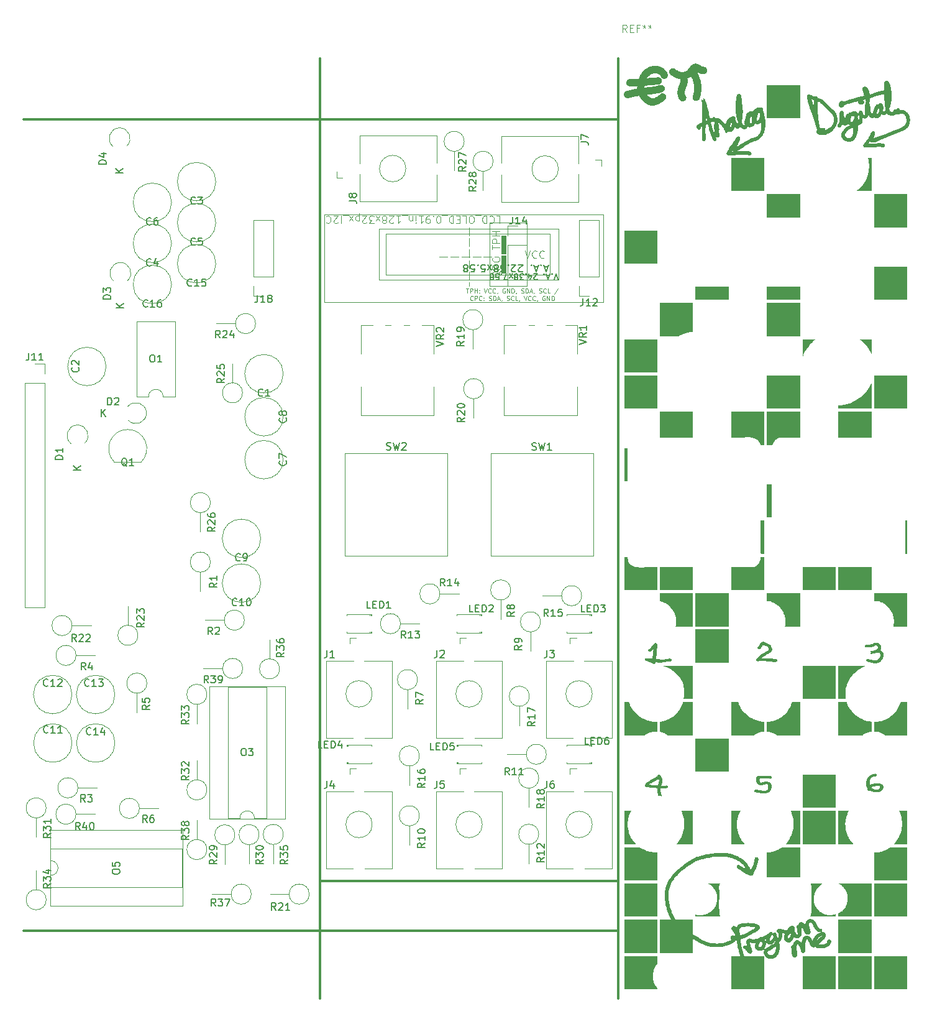
<source format=gbr>
%TF.GenerationSoftware,KiCad,Pcbnew,7.0.9*%
%TF.CreationDate,2023-11-28T17:14:24+01:00*%
%TF.ProjectId,euroPi-kicad,6575726f-5069-42d6-9b69-6361642e6b69,rev?*%
%TF.SameCoordinates,Original*%
%TF.FileFunction,Legend,Top*%
%TF.FilePolarity,Positive*%
%FSLAX46Y46*%
G04 Gerber Fmt 4.6, Leading zero omitted, Abs format (unit mm)*
G04 Created by KiCad (PCBNEW 7.0.9) date 2023-11-28 17:14:24*
%MOMM*%
%LPD*%
G01*
G04 APERTURE LIST*
%ADD10C,0.499998*%
%ADD11C,0.000000*%
%ADD12C,0.300000*%
%ADD13C,0.150000*%
%ADD14C,0.100000*%
%ADD15C,0.120000*%
G04 APERTURE END LIST*
D10*
X147154451Y-147201646D02*
X147155182Y-147151126D01*
X146793360Y-146351100D02*
X146821961Y-146394672D01*
X147743655Y-145377577D02*
X147786880Y-145389965D01*
X147406046Y-145445528D02*
X147439451Y-145413177D01*
X148961785Y-145340774D02*
X148946437Y-145372954D01*
X149369161Y-144992678D02*
X149273990Y-145048076D01*
X148306379Y-146187499D02*
X148360235Y-146279077D01*
X147151085Y-146303816D02*
X147166653Y-146155834D01*
X147972667Y-145545040D02*
X148004834Y-145590529D01*
X146070670Y-147765307D02*
X146075729Y-147672363D01*
X145797739Y-146771476D02*
X145809496Y-146810046D01*
X147143610Y-147241012D02*
X147147389Y-147238174D01*
D11*
G36*
X159842249Y-33261084D02*
G01*
X159842994Y-33262473D01*
X159841325Y-33265060D01*
X159837467Y-33268709D01*
X159824089Y-33278649D01*
X159804669Y-33291210D01*
X159754942Y-33319852D01*
X159728253Y-33333764D01*
X159702758Y-33345956D01*
X159680268Y-33355344D01*
X159662591Y-33360843D01*
X159656123Y-33361795D01*
X159651536Y-33361368D01*
X159649058Y-33359426D01*
X159648913Y-33355834D01*
X159651328Y-33350456D01*
X159656530Y-33343156D01*
X159676196Y-33322249D01*
X159676886Y-33321573D01*
X159721026Y-33306065D01*
X159794383Y-33276846D01*
X159823262Y-33265457D01*
X159838862Y-33261028D01*
X159842249Y-33261084D01*
G37*
D10*
X148904991Y-145411028D02*
X148867709Y-145451419D01*
X146485955Y-146041445D02*
X146522313Y-146064779D01*
X149486573Y-145694143D02*
X149563437Y-145625506D01*
D11*
G36*
X153116435Y-113428444D02*
G01*
X153165920Y-113563893D01*
X153220913Y-113696592D01*
X153281247Y-113826459D01*
X153417260Y-114077365D01*
X153572608Y-114315946D01*
X153745943Y-114541541D01*
X153935916Y-114753486D01*
X154141176Y-114951120D01*
X154360375Y-115133780D01*
X154592162Y-115300803D01*
X154835189Y-115451526D01*
X155088106Y-115585287D01*
X155349564Y-115701423D01*
X155618213Y-115799272D01*
X155892704Y-115878171D01*
X156171688Y-115937458D01*
X156453815Y-115976469D01*
X156453815Y-117324187D01*
X156366148Y-117332799D01*
X156279506Y-117344593D01*
X156193924Y-117359507D01*
X156109436Y-117377480D01*
X156026077Y-117398451D01*
X155943880Y-117422358D01*
X155862881Y-117449140D01*
X155783113Y-117478735D01*
X155704610Y-117511083D01*
X155627408Y-117546122D01*
X155551541Y-117583791D01*
X155477042Y-117624028D01*
X155403947Y-117666771D01*
X155332289Y-117711961D01*
X155262103Y-117759535D01*
X155193423Y-117809431D01*
X151934192Y-117809431D01*
X151934192Y-113290327D01*
X153072627Y-113290327D01*
X153116435Y-113428444D01*
G37*
D10*
X146961421Y-146701556D02*
X146970424Y-146741927D01*
X146378061Y-145995530D02*
X146413642Y-146006509D01*
X149848218Y-145332065D02*
X149911555Y-145252151D01*
D11*
G36*
X127268481Y-68397490D02*
G01*
X122749377Y-68397490D01*
X122749377Y-63878386D01*
X127268481Y-63878386D01*
X127268481Y-68397490D01*
G37*
D10*
X150013862Y-146512720D02*
X150119486Y-146483667D01*
D11*
G36*
X161317569Y-58514891D02*
G01*
X156798465Y-58514891D01*
X156798465Y-53995787D01*
X161317569Y-53995787D01*
X161317569Y-58514891D01*
G37*
D10*
X149911555Y-145252151D02*
X149970874Y-145168883D01*
D11*
G36*
X127268481Y-73338789D02*
G01*
X122749377Y-73338789D01*
X122749377Y-68819166D01*
X127268481Y-68819166D01*
X127268481Y-73338789D01*
G37*
D10*
X147141050Y-146451656D02*
X147151085Y-146303816D01*
X148739049Y-146350159D02*
X148784724Y-146303709D01*
X150676249Y-145848183D02*
X150672324Y-145847896D01*
X147135456Y-146734013D02*
X147136017Y-146596130D01*
X147150484Y-147230855D02*
X147154451Y-147201646D01*
X145999183Y-146958095D02*
X145989044Y-146853028D01*
X146848766Y-146438934D02*
X146873589Y-146483575D01*
X147136017Y-146596130D02*
X147141050Y-146451656D01*
D11*
G36*
X125016154Y-133142288D02*
G01*
X125151904Y-133224497D01*
X125290672Y-133301521D01*
X125432237Y-133373250D01*
X125576377Y-133439572D01*
X125722871Y-133500377D01*
X125871497Y-133555553D01*
X126022033Y-133604990D01*
X126174258Y-133648577D01*
X126327950Y-133686202D01*
X126482888Y-133717755D01*
X126638851Y-133743124D01*
X126795616Y-133762199D01*
X126952962Y-133774868D01*
X127110668Y-133781021D01*
X127268512Y-133780546D01*
X127268512Y-137574629D01*
X122749408Y-137574629D01*
X122749408Y-133055006D01*
X124883643Y-133055006D01*
X125016154Y-133142288D01*
G37*
D10*
X146018035Y-146396925D02*
X146032290Y-146349197D01*
D11*
G36*
X123411899Y-113290923D02*
G01*
X123460868Y-113443630D01*
X123516708Y-113593002D01*
X123579193Y-113738932D01*
X123648097Y-113881312D01*
X123723194Y-114020035D01*
X123804261Y-114154995D01*
X123891070Y-114286084D01*
X123983397Y-114413195D01*
X124183703Y-114655055D01*
X124403374Y-114879719D01*
X124640609Y-115086329D01*
X124893603Y-115274029D01*
X125160553Y-115441962D01*
X125439656Y-115589271D01*
X125729109Y-115715100D01*
X126027109Y-115818591D01*
X126331853Y-115898888D01*
X126641537Y-115955135D01*
X126954357Y-115986474D01*
X127268512Y-115992049D01*
X127268512Y-117309798D01*
X127255333Y-117309192D01*
X127242248Y-117308225D01*
X127216212Y-117305775D01*
X127203184Y-117304577D01*
X127190099Y-117303586D01*
X127176920Y-117302944D01*
X127170283Y-117302799D01*
X127163608Y-117302794D01*
X127140091Y-117302975D01*
X127116521Y-117303497D01*
X127092897Y-117304323D01*
X127069220Y-117305418D01*
X127021700Y-117308278D01*
X126973956Y-117311797D01*
X126873359Y-117314163D01*
X126773974Y-117320884D01*
X126675849Y-117331847D01*
X126579027Y-117346941D01*
X126483554Y-117366054D01*
X126389475Y-117389072D01*
X126296835Y-117415885D01*
X126205680Y-117446379D01*
X126116054Y-117480443D01*
X126028002Y-117517965D01*
X125941570Y-117558833D01*
X125856803Y-117602934D01*
X125773746Y-117650157D01*
X125692444Y-117700388D01*
X125612942Y-117753517D01*
X125535285Y-117809431D01*
X122749408Y-117809431D01*
X122749408Y-113290327D01*
X123411899Y-113290923D01*
G37*
G36*
X156453792Y-77251219D02*
G01*
X151934169Y-77251219D01*
X151934169Y-73760466D01*
X156453792Y-73760466D01*
X156453792Y-77251219D01*
G37*
D10*
X149104168Y-145174122D02*
X149068209Y-145207432D01*
D11*
G36*
X146725177Y-63456190D02*
G01*
X142206073Y-63456190D01*
X142206073Y-58937086D01*
X146725177Y-58937086D01*
X146725177Y-63456190D01*
G37*
G36*
X151589511Y-112868651D02*
G01*
X147069888Y-112868651D01*
X147069888Y-108349028D01*
X151589511Y-108349028D01*
X151589511Y-112868651D01*
G37*
D10*
X146970424Y-146741927D02*
X147108844Y-147179787D01*
D11*
G36*
X138403524Y-30466111D02*
G01*
X138410080Y-30466409D01*
X138416586Y-30466835D01*
X138423034Y-30467390D01*
X138429416Y-30468076D01*
X138435725Y-30468893D01*
X138441952Y-30469843D01*
X138448090Y-30470927D01*
X138454131Y-30472145D01*
X138460067Y-30473499D01*
X138465890Y-30474991D01*
X138471593Y-30476620D01*
X138477168Y-30478389D01*
X138482607Y-30480298D01*
X138487902Y-30482348D01*
X138493045Y-30484541D01*
X138499673Y-30487589D01*
X138506058Y-30490687D01*
X138512206Y-30493832D01*
X138518122Y-30497020D01*
X138529286Y-30503511D01*
X138539599Y-30510127D01*
X138549111Y-30516836D01*
X138557871Y-30523609D01*
X138565929Y-30530413D01*
X138573333Y-30537217D01*
X138580135Y-30543991D01*
X138586382Y-30550701D01*
X138592125Y-30557318D01*
X138597412Y-30563809D01*
X138602294Y-30570144D01*
X138606820Y-30576291D01*
X138615001Y-30587897D01*
X138622360Y-30598776D01*
X138629070Y-30609273D01*
X138635181Y-30619421D01*
X138640741Y-30629255D01*
X138645798Y-30638809D01*
X138650402Y-30648117D01*
X138654601Y-30657212D01*
X138658443Y-30666130D01*
X138661977Y-30674905D01*
X138665253Y-30683570D01*
X138671219Y-30700708D01*
X138682181Y-30735174D01*
X138692890Y-30770889D01*
X138702876Y-30807703D01*
X138712216Y-30845538D01*
X138720988Y-30884317D01*
X138729269Y-30923960D01*
X138737136Y-30964391D01*
X138751941Y-31047301D01*
X138765628Y-31131556D01*
X138777979Y-31214631D01*
X138788932Y-31294336D01*
X138798429Y-31368480D01*
X138812818Y-31491317D01*
X138820670Y-31565611D01*
X138879738Y-32186130D01*
X138902308Y-32515706D01*
X138913955Y-32853695D01*
X138914211Y-33024798D01*
X138909970Y-33196749D01*
X138900642Y-33369129D01*
X138885640Y-33541519D01*
X138864375Y-33713502D01*
X138836257Y-33884658D01*
X138800698Y-34054568D01*
X138757110Y-34222815D01*
X138763868Y-34237747D01*
X138769675Y-34253195D01*
X138774684Y-34269076D01*
X138779046Y-34285308D01*
X138782912Y-34301806D01*
X138786435Y-34318488D01*
X138793058Y-34352068D01*
X138800128Y-34385383D01*
X138804210Y-34401732D01*
X138808860Y-34417764D01*
X138814229Y-34433397D01*
X138820469Y-34448547D01*
X138827732Y-34463131D01*
X138831794Y-34470184D01*
X138836169Y-34477064D01*
X138855671Y-34505215D01*
X138878296Y-34535867D01*
X138903509Y-34568049D01*
X138930771Y-34600787D01*
X138945003Y-34617062D01*
X138959547Y-34633112D01*
X138974336Y-34648815D01*
X138989301Y-34664050D01*
X139004377Y-34678695D01*
X139019495Y-34692629D01*
X139034590Y-34705731D01*
X139049594Y-34717879D01*
X139056933Y-34723519D01*
X139064017Y-34728821D01*
X139070852Y-34733793D01*
X139077440Y-34738446D01*
X139083788Y-34742787D01*
X139089898Y-34746828D01*
X139095776Y-34750576D01*
X139101426Y-34754042D01*
X139106852Y-34757235D01*
X139112058Y-34760164D01*
X139117049Y-34762838D01*
X139121829Y-34765268D01*
X139126402Y-34767461D01*
X139130774Y-34769428D01*
X139134947Y-34771178D01*
X139138927Y-34772721D01*
X139142717Y-34774065D01*
X139146323Y-34775220D01*
X139149748Y-34776195D01*
X139152997Y-34777000D01*
X139156073Y-34777644D01*
X139158983Y-34778137D01*
X139161729Y-34778487D01*
X139164316Y-34778705D01*
X139166749Y-34778799D01*
X139169032Y-34778779D01*
X139171169Y-34778654D01*
X139173164Y-34778433D01*
X139176747Y-34777744D01*
X139179816Y-34776785D01*
X139182195Y-34775717D01*
X139184443Y-34774361D01*
X139186570Y-34772733D01*
X139188580Y-34770852D01*
X139190484Y-34768733D01*
X139192288Y-34766395D01*
X139193999Y-34763855D01*
X139195626Y-34761131D01*
X139198655Y-34755196D01*
X139201436Y-34748730D01*
X139204030Y-34741872D01*
X139206496Y-34734759D01*
X139211289Y-34720323D01*
X139213737Y-34713278D01*
X139216300Y-34706533D01*
X139219038Y-34700225D01*
X139222011Y-34694494D01*
X139223605Y-34691888D01*
X139225281Y-34689479D01*
X139227046Y-34687282D01*
X139228908Y-34685316D01*
X139228633Y-34684932D01*
X139228333Y-34684566D01*
X139228009Y-34684218D01*
X139227663Y-34683886D01*
X139227296Y-34683569D01*
X139226911Y-34683266D01*
X139226092Y-34682695D01*
X139225219Y-34682163D01*
X139224306Y-34681661D01*
X139222415Y-34680703D01*
X139220527Y-34679741D01*
X139219619Y-34679233D01*
X139218753Y-34678694D01*
X139217944Y-34678112D01*
X139217564Y-34677802D01*
X139217204Y-34677479D01*
X139216864Y-34677140D01*
X139216547Y-34676784D01*
X139216254Y-34676409D01*
X139215987Y-34676016D01*
X139201704Y-34651770D01*
X139188830Y-34627168D01*
X139177316Y-34602269D01*
X139167112Y-34577131D01*
X139158168Y-34551812D01*
X139150434Y-34526370D01*
X139143860Y-34500865D01*
X139139316Y-34479651D01*
X139863586Y-34479651D01*
X139913449Y-34479059D01*
X139926026Y-34478522D01*
X139938717Y-34477650D01*
X139951557Y-34476352D01*
X139964581Y-34474536D01*
X139977824Y-34472114D01*
X139991322Y-34468994D01*
X140005108Y-34465086D01*
X140019218Y-34460299D01*
X140033686Y-34454544D01*
X140048548Y-34447730D01*
X140063839Y-34439767D01*
X140079593Y-34430563D01*
X140092863Y-34421650D01*
X140105106Y-34411864D01*
X140116346Y-34401139D01*
X140126606Y-34389407D01*
X140135911Y-34376601D01*
X140144283Y-34362656D01*
X140151747Y-34347504D01*
X140158325Y-34331079D01*
X140164042Y-34313313D01*
X140168921Y-34294141D01*
X140172985Y-34273495D01*
X140176259Y-34251309D01*
X140178765Y-34227516D01*
X140180527Y-34202049D01*
X140181569Y-34174841D01*
X140181915Y-34145827D01*
X140181421Y-34115483D01*
X140179980Y-34084408D01*
X140177671Y-34052718D01*
X140174572Y-34020526D01*
X140166320Y-33955096D01*
X140163363Y-33936432D01*
X140802337Y-33936432D01*
X140802540Y-33955484D01*
X140803164Y-33973658D01*
X140804162Y-33990884D01*
X140805487Y-34007092D01*
X140807092Y-34022210D01*
X140808929Y-34036169D01*
X140810951Y-34048897D01*
X140813112Y-34060325D01*
X140815362Y-34070381D01*
X140817656Y-34078994D01*
X140819946Y-34086095D01*
X140822185Y-34091612D01*
X140822575Y-34092475D01*
X140822924Y-34093308D01*
X140823234Y-34094110D01*
X140823506Y-34094881D01*
X140823742Y-34095623D01*
X140823943Y-34096335D01*
X140824110Y-34097019D01*
X140824246Y-34097675D01*
X140824351Y-34098302D01*
X140824427Y-34098903D01*
X140824476Y-34099476D01*
X140824498Y-34100022D01*
X140824496Y-34100543D01*
X140824470Y-34101038D01*
X140824422Y-34101508D01*
X140824354Y-34101953D01*
X140824267Y-34102374D01*
X140824163Y-34102771D01*
X140824042Y-34103144D01*
X140823907Y-34103495D01*
X140823758Y-34103824D01*
X140823598Y-34104130D01*
X140823427Y-34104415D01*
X140823248Y-34104679D01*
X140823061Y-34104922D01*
X140822868Y-34105145D01*
X140822671Y-34105348D01*
X140822541Y-34105467D01*
X140823802Y-34104882D01*
X140826175Y-34104130D01*
X140829679Y-34103346D01*
X140834506Y-34102579D01*
X140840851Y-34101879D01*
X140848909Y-34101297D01*
X140858874Y-34100882D01*
X140880173Y-34099882D01*
X140899885Y-34098135D01*
X140909187Y-34096970D01*
X140918141Y-34095603D01*
X140926763Y-34094031D01*
X140935070Y-34092248D01*
X140943077Y-34090251D01*
X140950802Y-34088034D01*
X140958261Y-34085593D01*
X140965468Y-34082923D01*
X140972442Y-34080020D01*
X140979199Y-34076878D01*
X140985753Y-34073493D01*
X140992123Y-34069861D01*
X140998323Y-34065976D01*
X141004371Y-34061835D01*
X141010282Y-34057432D01*
X141016074Y-34052763D01*
X141021761Y-34047823D01*
X141027361Y-34042607D01*
X141038363Y-34031331D01*
X141049209Y-34018897D01*
X141060030Y-34005267D01*
X141070957Y-33990405D01*
X141082118Y-33974272D01*
X141093320Y-33956728D01*
X141104258Y-33937693D01*
X141114907Y-33917227D01*
X141125237Y-33895391D01*
X141135222Y-33872245D01*
X141144834Y-33847850D01*
X141154046Y-33822266D01*
X141162830Y-33795553D01*
X141171160Y-33767771D01*
X141179006Y-33738982D01*
X141186342Y-33709245D01*
X141193141Y-33678621D01*
X141199375Y-33647170D01*
X141205016Y-33614953D01*
X141210038Y-33582029D01*
X141214412Y-33548460D01*
X141218852Y-33504582D01*
X141221703Y-33461285D01*
X141223094Y-33418514D01*
X141223153Y-33376214D01*
X141222010Y-33334332D01*
X141219793Y-33292811D01*
X141212652Y-33210635D01*
X141202760Y-33129250D01*
X141191146Y-33048216D01*
X141166873Y-32885451D01*
X141166865Y-32885489D01*
X141121491Y-32952840D01*
X141098302Y-32988755D01*
X141075050Y-33026495D01*
X141051940Y-33066312D01*
X141029173Y-33108453D01*
X141006953Y-33153170D01*
X140996112Y-33176573D01*
X140985484Y-33200713D01*
X140966104Y-33248656D01*
X140942308Y-33312915D01*
X140915879Y-33390130D01*
X140888602Y-33476939D01*
X140862260Y-33569978D01*
X140838637Y-33665887D01*
X140828403Y-33713867D01*
X140819518Y-33761303D01*
X140812204Y-33807776D01*
X140806686Y-33852865D01*
X140804730Y-33874720D01*
X140803385Y-33895980D01*
X140802603Y-33916574D01*
X140802337Y-33936432D01*
X140163363Y-33936432D01*
X140155853Y-33889036D01*
X140143798Y-33823261D01*
X140130784Y-33758688D01*
X140104396Y-33636816D01*
X140101900Y-33625860D01*
X140099518Y-33616035D01*
X140094969Y-33598464D01*
X140090482Y-33581467D01*
X140088180Y-33572360D01*
X140085796Y-33562407D01*
X140085799Y-33562392D01*
X140059862Y-33569505D01*
X140046225Y-33573179D01*
X140039041Y-33575024D01*
X140031539Y-33576865D01*
X140024034Y-33578503D01*
X140016117Y-33580009D01*
X139999473Y-33582802D01*
X139982454Y-33585598D01*
X139974068Y-33587108D01*
X139965907Y-33588751D01*
X139965907Y-33606322D01*
X139957834Y-33645423D01*
X139949428Y-33682901D01*
X139941122Y-33717655D01*
X139933352Y-33748583D01*
X139921151Y-33794553D01*
X139916297Y-33811995D01*
X139911691Y-33870318D01*
X139907870Y-33938767D01*
X139899882Y-34100155D01*
X139894362Y-34190148D01*
X139886923Y-34284377D01*
X139876890Y-34381369D01*
X139863586Y-34479651D01*
X139139316Y-34479651D01*
X139138396Y-34475355D01*
X139133993Y-34449899D01*
X139130600Y-34424554D01*
X139128167Y-34399379D01*
X139126644Y-34374433D01*
X139125982Y-34349774D01*
X139126130Y-34325461D01*
X139127038Y-34301552D01*
X139128658Y-34278105D01*
X139133516Y-34232211D01*
X139140128Y-34187308D01*
X139148290Y-34143391D01*
X139157796Y-34100456D01*
X139168443Y-34058498D01*
X139180025Y-34017511D01*
X139192338Y-33977492D01*
X139205177Y-33938436D01*
X139231617Y-33863191D01*
X139257707Y-33791738D01*
X139281811Y-33724039D01*
X139292606Y-33691585D01*
X139300992Y-33664285D01*
X139300973Y-33664326D01*
X139301148Y-33663520D01*
X139304250Y-33651571D01*
X139316760Y-33604765D01*
X139323924Y-33578042D01*
X139332021Y-33548676D01*
X139341143Y-33517252D01*
X139346116Y-33500952D01*
X139351379Y-33484358D01*
X139354825Y-33474232D01*
X139358608Y-33463984D01*
X139362657Y-33453638D01*
X139366903Y-33443214D01*
X139384448Y-33401160D01*
X139382096Y-33387311D01*
X139380444Y-33373707D01*
X139379449Y-33360370D01*
X139379067Y-33347324D01*
X139379257Y-33334595D01*
X139379973Y-33322206D01*
X139381174Y-33310182D01*
X139382817Y-33298546D01*
X139384858Y-33287323D01*
X139387253Y-33276537D01*
X139389961Y-33266213D01*
X139392937Y-33256374D01*
X139396140Y-33247045D01*
X139399524Y-33238249D01*
X139403048Y-33230012D01*
X139406669Y-33222357D01*
X139414366Y-33207486D01*
X139422051Y-33193835D01*
X139429733Y-33181307D01*
X139437421Y-33169806D01*
X139445123Y-33159239D01*
X139452848Y-33149507D01*
X139460605Y-33140517D01*
X139468403Y-33132171D01*
X139476249Y-33124375D01*
X139484153Y-33117033D01*
X139492123Y-33110048D01*
X139500169Y-33103326D01*
X139516520Y-33090286D01*
X139533275Y-33077147D01*
X139583535Y-33038184D01*
X139632146Y-33002412D01*
X139655964Y-32985721D01*
X139679526Y-32969825D01*
X139702885Y-32954724D01*
X139726092Y-32940416D01*
X139749201Y-32926901D01*
X139772264Y-32914177D01*
X139795331Y-32902245D01*
X139818457Y-32891103D01*
X139841692Y-32880751D01*
X139865090Y-32871187D01*
X139888703Y-32862411D01*
X139912582Y-32854422D01*
X139920462Y-32852133D01*
X139928385Y-32850224D01*
X139944354Y-32847484D01*
X139960478Y-32846079D01*
X139976745Y-32845889D01*
X139993144Y-32846792D01*
X140009666Y-32848667D01*
X140026300Y-32851393D01*
X140043033Y-32854849D01*
X140059857Y-32858913D01*
X140076759Y-32863464D01*
X140110759Y-32873543D01*
X140144945Y-32884115D01*
X140179233Y-32894209D01*
X140205357Y-32870887D01*
X140231024Y-32848930D01*
X140282217Y-32806385D01*
X140308359Y-32784432D01*
X140335274Y-32761114D01*
X140363271Y-32735749D01*
X140377771Y-32722086D01*
X140392657Y-32707655D01*
X140454936Y-32647387D01*
X140520832Y-32586820D01*
X140555315Y-32556855D01*
X140590916Y-32527332D01*
X140627707Y-32498422D01*
X140665759Y-32470298D01*
X140705144Y-32443132D01*
X140745932Y-32417096D01*
X140788196Y-32392362D01*
X140832006Y-32369101D01*
X140877435Y-32347487D01*
X140924553Y-32327691D01*
X140973432Y-32309885D01*
X141024142Y-32294241D01*
X141030563Y-32292383D01*
X141033895Y-32291433D01*
X141037387Y-32290489D01*
X141041096Y-32289563D01*
X141045081Y-32288670D01*
X141049400Y-32287824D01*
X141054111Y-32287039D01*
X141056846Y-32286675D01*
X141060064Y-32286331D01*
X141067585Y-32285709D01*
X141075953Y-32285175D01*
X141084447Y-32284732D01*
X141098931Y-32284135D01*
X141105273Y-32283942D01*
X141185893Y-32300993D01*
X141284083Y-32368696D01*
X141296443Y-32391482D01*
X141320773Y-32436903D01*
X141335591Y-32438145D01*
X141352228Y-32439708D01*
X141371410Y-32441603D01*
X141526439Y-32243681D01*
X141580180Y-32301558D01*
X141590130Y-32318589D01*
X141597592Y-32331717D01*
X141600529Y-32337106D01*
X141602397Y-32340826D01*
X141603498Y-32343441D01*
X141604479Y-32345871D01*
X141605354Y-32348121D01*
X141606136Y-32350196D01*
X141607475Y-32353842D01*
X141608600Y-32356848D01*
X141609100Y-32358190D01*
X141609552Y-32359471D01*
X141609962Y-32360695D01*
X141610333Y-32361865D01*
X141610975Y-32364056D01*
X141611513Y-32366069D01*
X141612412Y-32369668D01*
X141612840Y-32371305D01*
X141613300Y-32372870D01*
X141615170Y-32378941D01*
X141616938Y-32384813D01*
X141618686Y-32390786D01*
X141620502Y-32397162D01*
X141623103Y-32417311D01*
X141629637Y-32449737D01*
X141634580Y-32473312D01*
X141640674Y-32501028D01*
X141674236Y-32645738D01*
X141690373Y-32713336D01*
X141703204Y-32765608D01*
X141732733Y-32879991D01*
X141757958Y-32973391D01*
X141800852Y-33130691D01*
X141821198Y-33211314D01*
X141842594Y-33304403D01*
X141866380Y-33418318D01*
X141893893Y-33561423D01*
X141931766Y-33790608D01*
X141960757Y-34026388D01*
X141971497Y-34146158D01*
X141979507Y-34266867D01*
X141984619Y-34388277D01*
X141986662Y-34510151D01*
X141985467Y-34632253D01*
X141980865Y-34754346D01*
X141972685Y-34876193D01*
X141960759Y-34997557D01*
X141944916Y-35118201D01*
X141924988Y-35237889D01*
X141900804Y-35356384D01*
X141872195Y-35473448D01*
X141838652Y-35588980D01*
X141799709Y-35702754D01*
X141755261Y-35814351D01*
X141705206Y-35923354D01*
X141649438Y-36029345D01*
X141587856Y-36131907D01*
X141520355Y-36230621D01*
X141446831Y-36325070D01*
X141367181Y-36414836D01*
X141281301Y-36499501D01*
X141189087Y-36578648D01*
X141140572Y-36616021D01*
X141090435Y-36651858D01*
X141038663Y-36686107D01*
X140985242Y-36718715D01*
X140930160Y-36749630D01*
X140873404Y-36778799D01*
X140814961Y-36806172D01*
X140754817Y-36831695D01*
X140692961Y-36855315D01*
X140629378Y-36876982D01*
X140468511Y-36931127D01*
X140314539Y-36988103D01*
X140166064Y-37048285D01*
X140021685Y-37112043D01*
X139880005Y-37179752D01*
X139739622Y-37251784D01*
X139599137Y-37328512D01*
X139457152Y-37410308D01*
X139163081Y-37590598D01*
X138846212Y-37795635D01*
X138099300Y-38291884D01*
X138482612Y-38267247D01*
X138836722Y-38246405D01*
X139000388Y-38237457D01*
X139073070Y-38233813D01*
X139140262Y-38231094D01*
X139202424Y-38229578D01*
X139260013Y-38229545D01*
X139313488Y-38231271D01*
X139338826Y-38232882D01*
X139363307Y-38235037D01*
X139458596Y-38245418D01*
X139553696Y-38257226D01*
X139645585Y-38270212D01*
X139689382Y-38277068D01*
X139731242Y-38284125D01*
X139770749Y-38291358D01*
X139789685Y-38295114D01*
X139808189Y-38299028D01*
X139826344Y-38303145D01*
X139844234Y-38307515D01*
X139861942Y-38312183D01*
X139879554Y-38317198D01*
X139897009Y-38322393D01*
X139905904Y-38325221D01*
X139915146Y-38328422D01*
X139924913Y-38332158D01*
X139935381Y-38336593D01*
X139946729Y-38341889D01*
X139952788Y-38344912D01*
X139959132Y-38348212D01*
X139965843Y-38351776D01*
X139973002Y-38355708D01*
X139980645Y-38360191D01*
X139984658Y-38362696D01*
X139988806Y-38365408D01*
X139993092Y-38368350D01*
X139997521Y-38371544D01*
X140002097Y-38375014D01*
X140006825Y-38378782D01*
X140011709Y-38382872D01*
X140016754Y-38387306D01*
X140021964Y-38392107D01*
X140027343Y-38397299D01*
X140030266Y-38400367D01*
X140033525Y-38404098D01*
X140037047Y-38408375D01*
X140040762Y-38413080D01*
X140048483Y-38423308D01*
X140056117Y-38433845D01*
X140063094Y-38443754D01*
X140068843Y-38452099D01*
X140074374Y-38460348D01*
X140090068Y-38517721D01*
X140105373Y-38575072D01*
X140105430Y-38584502D01*
X140105068Y-38594435D01*
X140104268Y-38604814D01*
X140103013Y-38615579D01*
X140101285Y-38626674D01*
X140099067Y-38638040D01*
X140096339Y-38649620D01*
X140093085Y-38661354D01*
X140089285Y-38673187D01*
X140084924Y-38685058D01*
X140079982Y-38696912D01*
X140074442Y-38708689D01*
X140068286Y-38720331D01*
X140061497Y-38731782D01*
X140054055Y-38742982D01*
X140045943Y-38753874D01*
X140037319Y-38764241D01*
X140028380Y-38773917D01*
X140019176Y-38782922D01*
X140009758Y-38791276D01*
X140000176Y-38799002D01*
X139990478Y-38806119D01*
X139980715Y-38812649D01*
X139970937Y-38818612D01*
X139961194Y-38824031D01*
X139951535Y-38828924D01*
X139942011Y-38833314D01*
X139932671Y-38837221D01*
X139923565Y-38840666D01*
X139914743Y-38843671D01*
X139906255Y-38846255D01*
X139898151Y-38848440D01*
X139882927Y-38852029D01*
X139868795Y-38854855D01*
X139855687Y-38856984D01*
X139843540Y-38858480D01*
X139832287Y-38859407D01*
X139821863Y-38859830D01*
X139812203Y-38859814D01*
X139803240Y-38859423D01*
X139794910Y-38858721D01*
X139787147Y-38857774D01*
X139779885Y-38856645D01*
X139773059Y-38855399D01*
X139748805Y-38850539D01*
X139737571Y-38848667D01*
X139726672Y-38847008D01*
X139706495Y-38844252D01*
X139676941Y-38840498D01*
X139672703Y-38839823D01*
X139670032Y-38839218D01*
X139669333Y-38838936D01*
X139669084Y-38838665D01*
X139669304Y-38838403D01*
X139670012Y-38838147D01*
X139672971Y-38837645D01*
X139678115Y-38837143D01*
X139695575Y-38836066D01*
X139690612Y-38833035D01*
X139685726Y-38829894D01*
X139680918Y-38826643D01*
X139676190Y-38823284D01*
X139671544Y-38819818D01*
X139666981Y-38816248D01*
X139662503Y-38812573D01*
X139658113Y-38808796D01*
X139653811Y-38804919D01*
X139649599Y-38800942D01*
X139645480Y-38796868D01*
X139641454Y-38792697D01*
X139637525Y-38788432D01*
X139633692Y-38784074D01*
X139629959Y-38779624D01*
X139626327Y-38775084D01*
X139556279Y-38763843D01*
X139479080Y-38752598D01*
X139397473Y-38742003D01*
X139314201Y-38732710D01*
X139268664Y-38732140D01*
X139168821Y-38733596D01*
X139029142Y-38737709D01*
X138864097Y-38745108D01*
X138485314Y-38768046D01*
X138071380Y-38795241D01*
X137667402Y-38820217D01*
X137482002Y-38830480D01*
X137314319Y-38838652D01*
X137238606Y-38841816D01*
X137168863Y-38844164D01*
X137105444Y-38845557D01*
X137048701Y-38845854D01*
X137022903Y-38845694D01*
X136998409Y-38845318D01*
X136986471Y-38844958D01*
X136974643Y-38844436D01*
X136962854Y-38843714D01*
X136951030Y-38842757D01*
X136945154Y-38842194D01*
X136939316Y-38841542D01*
X136933405Y-38840779D01*
X136927309Y-38839879D01*
X136920916Y-38838821D01*
X136914115Y-38837580D01*
X136906794Y-38836133D01*
X136898841Y-38834456D01*
X136890090Y-38832468D01*
X136885344Y-38831322D01*
X136880319Y-38830024D01*
X136874994Y-38828538D01*
X136869345Y-38826826D01*
X136863349Y-38824852D01*
X136856982Y-38822577D01*
X136853674Y-38821285D01*
X136850291Y-38819829D01*
X136846810Y-38818218D01*
X136843203Y-38816459D01*
X136835512Y-38812529D01*
X136827014Y-38808104D01*
X136824568Y-38806778D01*
X136821760Y-38805162D01*
X136815345Y-38801267D01*
X136808334Y-38796825D01*
X136801293Y-38792246D01*
X136789378Y-38784307D01*
X136784125Y-38780714D01*
X136718494Y-38702162D01*
X136693683Y-38633429D01*
X136690082Y-38587958D01*
X136690010Y-38584106D01*
X136689988Y-38575278D01*
X136690142Y-38564910D01*
X136690326Y-38560223D01*
X136690601Y-38556441D01*
X136691266Y-38550375D01*
X136691974Y-38544791D01*
X136692721Y-38539655D01*
X136693500Y-38534936D01*
X136694307Y-38530602D01*
X136695137Y-38526621D01*
X136695984Y-38522959D01*
X136696843Y-38519585D01*
X136697709Y-38516467D01*
X136698577Y-38513571D01*
X136700295Y-38508322D01*
X136703521Y-38499083D01*
X136706399Y-38490679D01*
X136709119Y-38483214D01*
X136711710Y-38476541D01*
X136714198Y-38470516D01*
X136716610Y-38464995D01*
X136718975Y-38459830D01*
X136723670Y-38449995D01*
X136733166Y-38430472D01*
X136743149Y-38410635D01*
X136748478Y-38400388D01*
X136754114Y-38389809D01*
X136760121Y-38378813D01*
X136766559Y-38367316D01*
X136784754Y-38335760D01*
X137371749Y-38335760D01*
X137530945Y-38327056D01*
X137704543Y-38316641D01*
X137699324Y-38315072D01*
X137693771Y-38313648D01*
X137687939Y-38312351D01*
X137681884Y-38311162D01*
X137669329Y-38309033D01*
X137656547Y-38307113D01*
X137643984Y-38305254D01*
X137632083Y-38303306D01*
X137626520Y-38302253D01*
X137621289Y-38301122D01*
X137616445Y-38299894D01*
X137612044Y-38298552D01*
X137598122Y-38293874D01*
X137584775Y-38289533D01*
X137559881Y-38281846D01*
X137537505Y-38275458D01*
X137517789Y-38270336D01*
X137500877Y-38266449D01*
X137493516Y-38264958D01*
X137486910Y-38263763D01*
X137481076Y-38262859D01*
X137476031Y-38262245D01*
X137471794Y-38261913D01*
X137468383Y-38261862D01*
X137466030Y-38261859D01*
X137463542Y-38261747D01*
X137460933Y-38261538D01*
X137458215Y-38261244D01*
X137452507Y-38260453D01*
X137446520Y-38259473D01*
X137434130Y-38257346D01*
X137427933Y-38256398D01*
X137421878Y-38255660D01*
X137371749Y-38335760D01*
X136784754Y-38335760D01*
X136795855Y-38316510D01*
X136830126Y-38258623D01*
X136869047Y-38194105D01*
X136912288Y-38123404D01*
X137010481Y-37965770D01*
X137121268Y-37791162D01*
X137364974Y-37413367D01*
X137490126Y-37221444D01*
X137612712Y-37035193D01*
X137729380Y-36860392D01*
X137836780Y-36702818D01*
X137886056Y-36632323D01*
X137931958Y-36568108D01*
X137974067Y-36510527D01*
X138011962Y-36459936D01*
X138044879Y-36416206D01*
X138052618Y-36406170D01*
X138060334Y-36396438D01*
X138068113Y-36386980D01*
X138076041Y-36377768D01*
X138080109Y-36373272D01*
X138084305Y-36368844D01*
X138088676Y-36364420D01*
X138093269Y-36359932D01*
X138098131Y-36355317D01*
X138103309Y-36350508D01*
X138114803Y-36340048D01*
X138121262Y-36334321D01*
X138124808Y-36331307D01*
X138128656Y-36328159D01*
X138132870Y-36324849D01*
X138137520Y-36321351D01*
X138142671Y-36317640D01*
X138148391Y-36313689D01*
X138154790Y-36309365D01*
X138158301Y-36307044D01*
X138162051Y-36304641D01*
X138166064Y-36302174D01*
X138170362Y-36299661D01*
X138174971Y-36297120D01*
X138179912Y-36294569D01*
X138182783Y-36293227D01*
X138186219Y-36291762D01*
X138194375Y-36288580D01*
X138203558Y-36285252D01*
X138212951Y-36282006D01*
X138229091Y-36276676D01*
X138236243Y-36274420D01*
X138256072Y-36270460D01*
X138267404Y-36268758D01*
X138279592Y-36267400D01*
X138292566Y-36266502D01*
X138306259Y-36266185D01*
X138320603Y-36266565D01*
X138335529Y-36267763D01*
X138350970Y-36269894D01*
X138366858Y-36273079D01*
X138383124Y-36277436D01*
X138399701Y-36283081D01*
X138416520Y-36290135D01*
X138433514Y-36298716D01*
X138450615Y-36308941D01*
X138459184Y-36314707D01*
X138467754Y-36320929D01*
X138476099Y-36327484D01*
X138484008Y-36334227D01*
X138491491Y-36341143D01*
X138498558Y-36348215D01*
X138505222Y-36355427D01*
X138511492Y-36362764D01*
X138517381Y-36370208D01*
X138522898Y-36377744D01*
X138528055Y-36385355D01*
X138532864Y-36393026D01*
X138541478Y-36408482D01*
X138548828Y-36423982D01*
X138555003Y-36439397D01*
X138560090Y-36454598D01*
X138564178Y-36469457D01*
X138567355Y-36483843D01*
X138569709Y-36497627D01*
X138571328Y-36510682D01*
X138572301Y-36522877D01*
X138572714Y-36534084D01*
X138572658Y-36544173D01*
X138572334Y-36553449D01*
X138571892Y-36562313D01*
X138571336Y-36570781D01*
X138570672Y-36578868D01*
X138569904Y-36586589D01*
X138569038Y-36593960D01*
X138567029Y-36607710D01*
X138564685Y-36620242D01*
X138562046Y-36631677D01*
X138559152Y-36642139D01*
X138556043Y-36651748D01*
X138552759Y-36660628D01*
X138549340Y-36668901D01*
X138545825Y-36676689D01*
X138542255Y-36684114D01*
X138535107Y-36698367D01*
X138531610Y-36705439D01*
X138528217Y-36712637D01*
X138514601Y-36741927D01*
X138500802Y-36770665D01*
X138487446Y-36797793D01*
X138475157Y-36822256D01*
X138456276Y-36858959D01*
X138449157Y-36872321D01*
X138402734Y-36987831D01*
X138352099Y-37105789D01*
X138296725Y-37225311D01*
X138236086Y-37345512D01*
X138203627Y-37405590D01*
X138169653Y-37465507D01*
X138134100Y-37525151D01*
X138096900Y-37584412D01*
X138057989Y-37643179D01*
X138017299Y-37701342D01*
X137974766Y-37758790D01*
X137930324Y-37815413D01*
X138637945Y-37344457D01*
X138951925Y-37141664D01*
X139251116Y-36958860D01*
X139397921Y-36874531D01*
X139544338Y-36794694D01*
X139691468Y-36719177D01*
X139840414Y-36647814D01*
X139992280Y-36580435D01*
X140148168Y-36516870D01*
X140309180Y-36456952D01*
X140476420Y-36400511D01*
X140569504Y-36367248D01*
X140656983Y-36329083D01*
X140739029Y-36286132D01*
X140815815Y-36238512D01*
X140887512Y-36186340D01*
X140954293Y-36129731D01*
X141016329Y-36068803D01*
X141073794Y-36003671D01*
X141126857Y-35934453D01*
X141175693Y-35861264D01*
X141220472Y-35784222D01*
X141261367Y-35703442D01*
X141298550Y-35619042D01*
X141332192Y-35531138D01*
X141362466Y-35439845D01*
X141389545Y-35345282D01*
X141403545Y-35285812D01*
X141414474Y-35225214D01*
X141422604Y-35163577D01*
X141428205Y-35100992D01*
X141431548Y-35037547D01*
X141432903Y-34973333D01*
X141430737Y-34842958D01*
X141396747Y-34308653D01*
X141371271Y-34336051D01*
X141345004Y-34363077D01*
X141317906Y-34389549D01*
X141289938Y-34415286D01*
X141261061Y-34440106D01*
X141231236Y-34463827D01*
X141200424Y-34486268D01*
X141168585Y-34507246D01*
X141135681Y-34526581D01*
X141101672Y-34544089D01*
X141066520Y-34559590D01*
X141030184Y-34572902D01*
X140992627Y-34583843D01*
X140953809Y-34592231D01*
X140913691Y-34597885D01*
X140872234Y-34600622D01*
X140859645Y-34600661D01*
X140847357Y-34600060D01*
X140835356Y-34598845D01*
X140823630Y-34597043D01*
X140812164Y-34594678D01*
X140800948Y-34591778D01*
X140789966Y-34588367D01*
X140779207Y-34584473D01*
X140768657Y-34580119D01*
X140758304Y-34575334D01*
X140748134Y-34570142D01*
X140738134Y-34564569D01*
X140718594Y-34552385D01*
X140699580Y-34538988D01*
X140680987Y-34524587D01*
X140662712Y-34509388D01*
X140626698Y-34477425D01*
X140590708Y-34444757D01*
X140572461Y-34428675D01*
X140553908Y-34413039D01*
X140545957Y-34443603D01*
X140538755Y-34474439D01*
X140525360Y-34536368D01*
X140511245Y-34597719D01*
X140503142Y-34627829D01*
X140493930Y-34657380D01*
X140483297Y-34686230D01*
X140470934Y-34714242D01*
X140464007Y-34727890D01*
X140456531Y-34741276D01*
X140448468Y-34754384D01*
X140439779Y-34767195D01*
X140430425Y-34779693D01*
X140420366Y-34791860D01*
X140409566Y-34803678D01*
X140397984Y-34815131D01*
X140385582Y-34826201D01*
X140372322Y-34836871D01*
X140358164Y-34847123D01*
X140343070Y-34856940D01*
X140305756Y-34879042D01*
X140266601Y-34900379D01*
X140225717Y-34920673D01*
X140183218Y-34939646D01*
X140139217Y-34957018D01*
X140093829Y-34972512D01*
X140047167Y-34985849D01*
X139999344Y-34996750D01*
X139950474Y-35004938D01*
X139900670Y-35010133D01*
X139850046Y-35012057D01*
X139798715Y-35010433D01*
X139746791Y-35004981D01*
X139694387Y-34995422D01*
X139641618Y-34981479D01*
X139588595Y-34962874D01*
X139587570Y-34962442D01*
X139586585Y-34961977D01*
X139585638Y-34961480D01*
X139584726Y-34960954D01*
X139583847Y-34960402D01*
X139582998Y-34959824D01*
X139582175Y-34959223D01*
X139581378Y-34958603D01*
X139579846Y-34957308D01*
X139578381Y-34955958D01*
X139576961Y-34954570D01*
X139575566Y-34953161D01*
X139572766Y-34950350D01*
X139571317Y-34948983D01*
X139569809Y-34947666D01*
X139568220Y-34946415D01*
X139567388Y-34945820D01*
X139566529Y-34945248D01*
X139565638Y-34944701D01*
X139564714Y-34944182D01*
X139563754Y-34943693D01*
X139562755Y-34943236D01*
X139555864Y-34952988D01*
X139549405Y-34962973D01*
X139537617Y-34983540D01*
X139527067Y-35004734D01*
X139517430Y-35026349D01*
X139499599Y-35070022D01*
X139490757Y-35091671D01*
X139481531Y-35112921D01*
X139471597Y-35133568D01*
X139460632Y-35153407D01*
X139454661Y-35162959D01*
X139448310Y-35172232D01*
X139441540Y-35181201D01*
X139434309Y-35189840D01*
X139426576Y-35198123D01*
X139418302Y-35206025D01*
X139409446Y-35213520D01*
X139399967Y-35220582D01*
X139389825Y-35227186D01*
X139378979Y-35233307D01*
X139367389Y-35238918D01*
X139355014Y-35243994D01*
X139332660Y-35251834D01*
X139310388Y-35258558D01*
X139288209Y-35264201D01*
X139266137Y-35268797D01*
X139244183Y-35272381D01*
X139222360Y-35274986D01*
X139200681Y-35276648D01*
X139179157Y-35277401D01*
X139157802Y-35277279D01*
X139136628Y-35276317D01*
X139115646Y-35274549D01*
X139094870Y-35272010D01*
X139053984Y-35264754D01*
X139014069Y-35254825D01*
X138975224Y-35242499D01*
X138937549Y-35228050D01*
X138901142Y-35211756D01*
X138866104Y-35193889D01*
X138832532Y-35174727D01*
X138800527Y-35154545D01*
X138770188Y-35133617D01*
X138741614Y-35112219D01*
X138726721Y-35100210D01*
X138712743Y-35088145D01*
X138699593Y-35076024D01*
X138687180Y-35063848D01*
X138675416Y-35051619D01*
X138664212Y-35039336D01*
X138653478Y-35027001D01*
X138643126Y-35014615D01*
X138623208Y-34989693D01*
X138603745Y-34964574D01*
X138584023Y-34939267D01*
X138563331Y-34913779D01*
X138560220Y-34919427D01*
X138557635Y-34924392D01*
X138553253Y-34933218D01*
X138551064Y-34937550D01*
X138548613Y-34942141D01*
X138545704Y-34947229D01*
X138544016Y-34950032D01*
X138542140Y-34953047D01*
X138519303Y-34988352D01*
X138506723Y-35006632D01*
X138493243Y-35025123D01*
X138478767Y-35043668D01*
X138463203Y-35062113D01*
X138446456Y-35080301D01*
X138428430Y-35098077D01*
X138409033Y-35115286D01*
X138388169Y-35131771D01*
X138365745Y-35147378D01*
X138341666Y-35161949D01*
X138315837Y-35175331D01*
X138288165Y-35187367D01*
X138273608Y-35192831D01*
X138258555Y-35197901D01*
X138242994Y-35202556D01*
X138226913Y-35206778D01*
X138217430Y-35208943D01*
X138208141Y-35210763D01*
X138199045Y-35212251D01*
X138190143Y-35213421D01*
X138181432Y-35214286D01*
X138172913Y-35214860D01*
X138164585Y-35215156D01*
X138156447Y-35215189D01*
X138148499Y-35214972D01*
X138140740Y-35214517D01*
X138133169Y-35213840D01*
X138125786Y-35212953D01*
X138111581Y-35210605D01*
X138098119Y-35207583D01*
X138085396Y-35203994D01*
X138073406Y-35199948D01*
X138062145Y-35195553D01*
X138051607Y-35190919D01*
X138041787Y-35186153D01*
X138032681Y-35181364D01*
X138016589Y-35172156D01*
X138009435Y-35167799D01*
X138002645Y-35163471D01*
X137996198Y-35159172D01*
X137990074Y-35154901D01*
X137984250Y-35150656D01*
X137978706Y-35146437D01*
X137973419Y-35142244D01*
X137968369Y-35138074D01*
X137963533Y-35133928D01*
X137958892Y-35129805D01*
X137954422Y-35125704D01*
X137950104Y-35121624D01*
X137941833Y-35113524D01*
X137933910Y-35105498D01*
X137926225Y-35097495D01*
X137918775Y-35089462D01*
X137904486Y-35073268D01*
X137890873Y-35056840D01*
X137877764Y-35040103D01*
X137864988Y-35022982D01*
X137852372Y-35005401D01*
X137839746Y-34987285D01*
X137826938Y-34968558D01*
X137823337Y-34962355D01*
X137807583Y-35012832D01*
X137790995Y-35062966D01*
X137773342Y-35112601D01*
X137754395Y-35161582D01*
X137733924Y-35209754D01*
X137723045Y-35233488D01*
X137711699Y-35256961D01*
X137699857Y-35280155D01*
X137687491Y-35303049D01*
X137674572Y-35325624D01*
X137661071Y-35347861D01*
X137645493Y-35372093D01*
X137629021Y-35396261D01*
X137611603Y-35420217D01*
X137593188Y-35443811D01*
X137573724Y-35466894D01*
X137553159Y-35489317D01*
X137531441Y-35510932D01*
X137508518Y-35531589D01*
X137484340Y-35551139D01*
X137458853Y-35569433D01*
X137432006Y-35586323D01*
X137403748Y-35601659D01*
X137374027Y-35615292D01*
X137342791Y-35627073D01*
X137326588Y-35632223D01*
X137309987Y-35636853D01*
X137292982Y-35640947D01*
X137275565Y-35644484D01*
X137256366Y-35647696D01*
X137236993Y-35650269D01*
X137217481Y-35652184D01*
X137197865Y-35653422D01*
X137178181Y-35653965D01*
X137158462Y-35653795D01*
X137138743Y-35652893D01*
X137119060Y-35651242D01*
X137099448Y-35648822D01*
X137079940Y-35645615D01*
X137060573Y-35641603D01*
X137041380Y-35636768D01*
X137022397Y-35631090D01*
X137003659Y-35624553D01*
X136985200Y-35617137D01*
X136967055Y-35608824D01*
X136964596Y-35607557D01*
X136962239Y-35606208D01*
X136959976Y-35604782D01*
X136957803Y-35603284D01*
X136955714Y-35601717D01*
X136953702Y-35600087D01*
X136949887Y-35596654D01*
X136946311Y-35593022D01*
X136942927Y-35589229D01*
X136939687Y-35585309D01*
X136936543Y-35581301D01*
X136930356Y-35573165D01*
X136927217Y-35569110D01*
X136923985Y-35565113D01*
X136920612Y-35561210D01*
X136917051Y-35557439D01*
X136913255Y-35553835D01*
X136911253Y-35552108D01*
X136909175Y-35550436D01*
X136748977Y-35826392D01*
X136631671Y-35780402D01*
X136624275Y-35774444D01*
X136618718Y-35769936D01*
X136615131Y-35766959D01*
X136614275Y-35766190D01*
X136613505Y-35765491D01*
X136612192Y-35764282D01*
X136611139Y-35763293D01*
X136610294Y-35762485D01*
X136609015Y-35761250D01*
X136608475Y-35760744D01*
X136608207Y-35760502D01*
X136607932Y-35760260D01*
X136607416Y-35759770D01*
X136606917Y-35759312D01*
X136606434Y-35758881D01*
X136605964Y-35758474D01*
X136605057Y-35757716D01*
X136604183Y-35757007D01*
X136603328Y-35756317D01*
X136602477Y-35755615D01*
X136601617Y-35754872D01*
X136601179Y-35754476D01*
X136600734Y-35754057D01*
X136597667Y-35751117D01*
X136594765Y-35748239D01*
X136592019Y-35745422D01*
X136589422Y-35742663D01*
X136586967Y-35739959D01*
X136584645Y-35737310D01*
X136582451Y-35734711D01*
X136580375Y-35732161D01*
X136578410Y-35729657D01*
X136576550Y-35727198D01*
X136573110Y-35722403D01*
X136569996Y-35717756D01*
X136567146Y-35713240D01*
X136557586Y-35702175D01*
X136554988Y-35699096D01*
X136552214Y-35695743D01*
X136549219Y-35692042D01*
X136545955Y-35687918D01*
X136531210Y-35669128D01*
X136523413Y-35658858D01*
X136515408Y-35647790D01*
X136507248Y-35635763D01*
X136503128Y-35629340D01*
X136498989Y-35622617D01*
X136494840Y-35615574D01*
X136490686Y-35608190D01*
X136486536Y-35600446D01*
X136482394Y-35592322D01*
X136480632Y-35587772D01*
X136479350Y-35582322D01*
X136478486Y-35576070D01*
X136477973Y-35569113D01*
X136477747Y-35561549D01*
X136477744Y-35553475D01*
X136478145Y-35536191D01*
X136478659Y-35518043D01*
X136478768Y-35499812D01*
X136478508Y-35490910D01*
X136477952Y-35482281D01*
X136477037Y-35474022D01*
X136475696Y-35466231D01*
X136417567Y-35355734D01*
X136360879Y-35253163D01*
X136332566Y-35204441D01*
X136304005Y-35157209D01*
X136274990Y-35111304D01*
X136245320Y-35066563D01*
X136214791Y-35022821D01*
X136183548Y-34980390D01*
X137177257Y-34980390D01*
X137177469Y-34995983D01*
X137178016Y-35010796D01*
X137178863Y-35024844D01*
X137179976Y-35038141D01*
X137181321Y-35050700D01*
X137182862Y-35062537D01*
X137184566Y-35073663D01*
X137186397Y-35084094D01*
X137188321Y-35093844D01*
X137190304Y-35102925D01*
X137194306Y-35119139D01*
X137198127Y-35132849D01*
X137198688Y-35132232D01*
X137199313Y-35131692D01*
X137200905Y-35130489D01*
X137203203Y-35128544D01*
X137204712Y-35127075D01*
X137206510Y-35125158D01*
X137208635Y-35122706D01*
X137211126Y-35119632D01*
X137214019Y-35115850D01*
X137217353Y-35111270D01*
X137221165Y-35105807D01*
X137225493Y-35099373D01*
X137230374Y-35091881D01*
X137235847Y-35083243D01*
X137251804Y-35056082D01*
X137267975Y-35025322D01*
X137284170Y-34991347D01*
X137300198Y-34954538D01*
X137315869Y-34915278D01*
X137330993Y-34873950D01*
X137345378Y-34830936D01*
X137358836Y-34786620D01*
X137370100Y-34745461D01*
X137380322Y-34704011D01*
X137389544Y-34662534D01*
X137397810Y-34621292D01*
X137405161Y-34580551D01*
X137411640Y-34540573D01*
X137422156Y-34463968D01*
X137429697Y-34393587D01*
X137434607Y-34331544D01*
X137437226Y-34279951D01*
X137437896Y-34240932D01*
X137430010Y-34251022D01*
X137422095Y-34260604D01*
X137406111Y-34278717D01*
X137372791Y-34314479D01*
X137355028Y-34334262D01*
X137345778Y-34345097D01*
X137336246Y-34356737D01*
X137326405Y-34369317D01*
X137316230Y-34382971D01*
X137305693Y-34397831D01*
X137294768Y-34414030D01*
X137296446Y-34411806D01*
X137296793Y-34411688D01*
X137296832Y-34412206D01*
X137294197Y-34420211D01*
X137278620Y-34460421D01*
X137267572Y-34489979D01*
X137255615Y-34524074D01*
X137243694Y-34561384D01*
X137238043Y-34580830D01*
X137232757Y-34600584D01*
X137222858Y-34641270D01*
X137213506Y-34683613D01*
X137204861Y-34727154D01*
X137197089Y-34771436D01*
X137190351Y-34816001D01*
X137184811Y-34860391D01*
X137180632Y-34904148D01*
X137177978Y-34946814D01*
X137177415Y-34964005D01*
X137177257Y-34980390D01*
X136183548Y-34980390D01*
X136183199Y-34979916D01*
X136150342Y-34937683D01*
X136116016Y-34895959D01*
X136080019Y-34854580D01*
X136042146Y-34813383D01*
X136002196Y-34772204D01*
X135959964Y-34730879D01*
X135923177Y-34694705D01*
X135886504Y-34656837D01*
X135849900Y-34617744D01*
X135813325Y-34577894D01*
X135740085Y-34497798D01*
X135703335Y-34458491D01*
X135666442Y-34420302D01*
X135660539Y-34414461D01*
X135655071Y-34409325D01*
X135649978Y-34404805D01*
X135645202Y-34400814D01*
X135640683Y-34397265D01*
X135636362Y-34394071D01*
X135632179Y-34391144D01*
X135628076Y-34388397D01*
X135611270Y-34377463D01*
X135606674Y-34374306D01*
X135601802Y-34370806D01*
X135596594Y-34366875D01*
X135590991Y-34362425D01*
X135572900Y-34399695D01*
X135568595Y-34408683D01*
X135564527Y-34417400D01*
X135560771Y-34425774D01*
X135557403Y-34433737D01*
X135555148Y-34439520D01*
X135553111Y-34445192D01*
X135551275Y-34450710D01*
X135549622Y-34456034D01*
X135548134Y-34461122D01*
X135546794Y-34465932D01*
X135544482Y-34474554D01*
X135546946Y-34481371D01*
X135548508Y-34485525D01*
X135550355Y-34490214D01*
X135552533Y-34495465D01*
X135555090Y-34501306D01*
X135558075Y-34507764D01*
X135561534Y-34514868D01*
X135582545Y-34554692D01*
X135594920Y-34578597D01*
X135607774Y-34605442D01*
X135614202Y-34620032D01*
X135620533Y-34635435D01*
X135626696Y-34651677D01*
X135632621Y-34668784D01*
X135638233Y-34686782D01*
X135643463Y-34705697D01*
X135648237Y-34725555D01*
X135652484Y-34746382D01*
X135663920Y-34814197D01*
X135673221Y-34882200D01*
X135680593Y-34950258D01*
X135686241Y-35018240D01*
X135693189Y-35153444D01*
X135695707Y-35286754D01*
X135694025Y-35543465D01*
X135693112Y-35664751D01*
X135694343Y-35779913D01*
X135695308Y-35783140D01*
X135698111Y-35797008D01*
X135707918Y-35849337D01*
X135735164Y-36001089D01*
X135738887Y-36019834D01*
X135742925Y-36038221D01*
X135746736Y-36057166D01*
X135748388Y-36067134D01*
X135749780Y-36077584D01*
X135750845Y-36088631D01*
X135751515Y-36100389D01*
X135751724Y-36112974D01*
X135751402Y-36126499D01*
X135750483Y-36141078D01*
X135748899Y-36156827D01*
X135746582Y-36173859D01*
X135743465Y-36192290D01*
X135741290Y-36202608D01*
X135738263Y-36214261D01*
X135734305Y-36227044D01*
X135729343Y-36240752D01*
X135723298Y-36255183D01*
X135716096Y-36270131D01*
X135707660Y-36285392D01*
X135697913Y-36300762D01*
X135686780Y-36316036D01*
X135680670Y-36323574D01*
X135674184Y-36331011D01*
X135667314Y-36338322D01*
X135660050Y-36345482D01*
X135652382Y-36352464D01*
X135644301Y-36359244D01*
X135635797Y-36365796D01*
X135626860Y-36372094D01*
X135617482Y-36378114D01*
X135607653Y-36383828D01*
X135597363Y-36389212D01*
X135586602Y-36394241D01*
X135575362Y-36398888D01*
X135563632Y-36403128D01*
X135551798Y-36406878D01*
X135540247Y-36410088D01*
X135528980Y-36412778D01*
X135517994Y-36414972D01*
X135507286Y-36416691D01*
X135496854Y-36417959D01*
X135486697Y-36418797D01*
X135476813Y-36419228D01*
X135467199Y-36419274D01*
X135457854Y-36418958D01*
X135448775Y-36418301D01*
X135439961Y-36417326D01*
X135431409Y-36416055D01*
X135423117Y-36414511D01*
X135415084Y-36412716D01*
X135407308Y-36410693D01*
X135399785Y-36408462D01*
X135392516Y-36406048D01*
X135378725Y-36400756D01*
X135365919Y-36394995D01*
X135354082Y-36388944D01*
X135343198Y-36382782D01*
X135333250Y-36376686D01*
X135316100Y-36365408D01*
X135297121Y-36352023D01*
X135280013Y-36338682D01*
X135264645Y-36325388D01*
X135250880Y-36312141D01*
X135238587Y-36298941D01*
X135227630Y-36285791D01*
X135217876Y-36272690D01*
X135209191Y-36259639D01*
X135201440Y-36246640D01*
X135194490Y-36233692D01*
X135188207Y-36220798D01*
X135182456Y-36207957D01*
X135172019Y-36182440D01*
X135162105Y-36157149D01*
X135152456Y-36131769D01*
X135143483Y-36105956D01*
X135135109Y-36079666D01*
X135127259Y-36052858D01*
X135119856Y-36025488D01*
X135112826Y-35997515D01*
X135106090Y-35968896D01*
X135099574Y-35939589D01*
X135087191Y-35878836D01*
X135075745Y-35815444D01*
X135065209Y-35749730D01*
X135055553Y-35682014D01*
X135046749Y-35612614D01*
X135038769Y-35541850D01*
X135031584Y-35470041D01*
X135025165Y-35397505D01*
X135019507Y-35324596D01*
X135014629Y-35251664D01*
X135010563Y-35179023D01*
X135007339Y-35106984D01*
X135004986Y-35035863D01*
X135003535Y-34965971D01*
X135003018Y-34897622D01*
X135003463Y-34831129D01*
X135004775Y-34778022D01*
X135007099Y-34727630D01*
X135010454Y-34679556D01*
X135014854Y-34633404D01*
X135020318Y-34588778D01*
X135026861Y-34545281D01*
X135034501Y-34502517D01*
X135043254Y-34460089D01*
X135043246Y-34459535D01*
X135043221Y-34459005D01*
X135043130Y-34458011D01*
X135042988Y-34457095D01*
X135042804Y-34456244D01*
X135042588Y-34455443D01*
X135042349Y-34454679D01*
X135041837Y-34453210D01*
X135041582Y-34452478D01*
X135041340Y-34451729D01*
X135041119Y-34450951D01*
X135040929Y-34450129D01*
X135040778Y-34449251D01*
X135040675Y-34448303D01*
X135040645Y-34447798D01*
X135040631Y-34447271D01*
X135040633Y-34446720D01*
X135040652Y-34446143D01*
X135040733Y-34444796D01*
X135040844Y-34443511D01*
X135041145Y-34441107D01*
X135041542Y-34438903D01*
X135042021Y-34436868D01*
X135042567Y-34434974D01*
X135043166Y-34433191D01*
X135043804Y-34431492D01*
X135044467Y-34429846D01*
X135045809Y-34426599D01*
X135046461Y-34424941D01*
X135047081Y-34423219D01*
X135047654Y-34421406D01*
X135048166Y-34419473D01*
X135048604Y-34417390D01*
X135048953Y-34415129D01*
X135049344Y-34413456D01*
X135049637Y-34411728D01*
X135049844Y-34409951D01*
X135049983Y-34408136D01*
X135050066Y-34406288D01*
X135050109Y-34404417D01*
X135050132Y-34400637D01*
X135050171Y-34396860D01*
X135050233Y-34394992D01*
X135050343Y-34393150D01*
X135050515Y-34391340D01*
X135050765Y-34389572D01*
X135051107Y-34387853D01*
X135051555Y-34386191D01*
X135053071Y-34385291D01*
X135054616Y-34384390D01*
X135057754Y-34382590D01*
X135065408Y-34346745D01*
X135069375Y-34329070D01*
X135073545Y-34311676D01*
X135078001Y-34294653D01*
X135082828Y-34278086D01*
X135088108Y-34262066D01*
X135090944Y-34254288D01*
X135093925Y-34246680D01*
X135097526Y-34237883D01*
X135091070Y-34241403D01*
X135084523Y-34244726D01*
X135077891Y-34247851D01*
X135071178Y-34250776D01*
X135064387Y-34253502D01*
X135057525Y-34256026D01*
X135050594Y-34258347D01*
X135043600Y-34260465D01*
X135036547Y-34262378D01*
X135029440Y-34264084D01*
X135022283Y-34265583D01*
X135015080Y-34266873D01*
X135007836Y-34267954D01*
X135000556Y-34268824D01*
X134993244Y-34269482D01*
X134985904Y-34269926D01*
X134979583Y-34268860D01*
X134973300Y-34267634D01*
X134967055Y-34266248D01*
X134960854Y-34264704D01*
X134954698Y-34263004D01*
X134948590Y-34261147D01*
X134942534Y-34259136D01*
X134936532Y-34256972D01*
X134930587Y-34254655D01*
X134924703Y-34252187D01*
X134918881Y-34249569D01*
X134913126Y-34246802D01*
X134907439Y-34243887D01*
X134901825Y-34240825D01*
X134896285Y-34237618D01*
X134890823Y-34234267D01*
X134800271Y-34265215D01*
X134727078Y-34289565D01*
X134692041Y-34301448D01*
X134655401Y-34314300D01*
X134615180Y-34328995D01*
X134569396Y-34346403D01*
X134639856Y-34635524D01*
X134714816Y-34921811D01*
X134795489Y-35204282D01*
X134883087Y-35481958D01*
X134978823Y-35753857D01*
X135030120Y-35887333D01*
X135083907Y-36018998D01*
X135140334Y-36148728D01*
X135199553Y-36276401D01*
X135261715Y-36401893D01*
X135326972Y-36525084D01*
X135332940Y-36536490D01*
X135338267Y-36548060D01*
X135342957Y-36559772D01*
X135347018Y-36571604D01*
X135350455Y-36583536D01*
X135353274Y-36595546D01*
X135355482Y-36607612D01*
X135357084Y-36619713D01*
X135358088Y-36631828D01*
X135358498Y-36643936D01*
X135358321Y-36656015D01*
X135357563Y-36668043D01*
X135356230Y-36679999D01*
X135354329Y-36691863D01*
X135351865Y-36703611D01*
X135348845Y-36715225D01*
X135345274Y-36726680D01*
X135341159Y-36737958D01*
X135336506Y-36749035D01*
X135331320Y-36759890D01*
X135325609Y-36770503D01*
X135319378Y-36780852D01*
X135312634Y-36790916D01*
X135305381Y-36800672D01*
X135297628Y-36810100D01*
X135289379Y-36819179D01*
X135280640Y-36827887D01*
X135271419Y-36836202D01*
X135261720Y-36844103D01*
X135251551Y-36851569D01*
X135240916Y-36858579D01*
X135229823Y-36865111D01*
X135218355Y-36871077D01*
X135206724Y-36876396D01*
X135194952Y-36881074D01*
X135183060Y-36885116D01*
X135171071Y-36888528D01*
X135159005Y-36891319D01*
X135146885Y-36893492D01*
X135134731Y-36895056D01*
X135122566Y-36896016D01*
X135110411Y-36896378D01*
X135098288Y-36896149D01*
X135086218Y-36895335D01*
X135074223Y-36893942D01*
X135062325Y-36891976D01*
X135050544Y-36889445D01*
X135038903Y-36886354D01*
X135027424Y-36882709D01*
X135016127Y-36878517D01*
X135005035Y-36873784D01*
X134994169Y-36868516D01*
X134983551Y-36862720D01*
X134973202Y-36856402D01*
X134963144Y-36849568D01*
X134953398Y-36842225D01*
X134943986Y-36834378D01*
X134934930Y-36826035D01*
X134926252Y-36817201D01*
X134917972Y-36807882D01*
X134910113Y-36798086D01*
X134902696Y-36787817D01*
X134895742Y-36777083D01*
X134889274Y-36765890D01*
X134819646Y-36634520D01*
X134753724Y-36501575D01*
X134691325Y-36367166D01*
X134632269Y-36231399D01*
X134576373Y-36094383D01*
X134523457Y-35956224D01*
X134425838Y-35676912D01*
X134337960Y-35394325D01*
X134258373Y-35109325D01*
X134185624Y-34822775D01*
X134118262Y-34535536D01*
X133991746Y-34592030D01*
X133917741Y-34625710D01*
X133837661Y-34662657D01*
X133832441Y-35669194D01*
X133834921Y-36168998D01*
X133843360Y-36665633D01*
X133843366Y-36678480D01*
X133842729Y-36691175D01*
X133841465Y-36703702D01*
X133839590Y-36716046D01*
X133837118Y-36728190D01*
X133834065Y-36740118D01*
X133830446Y-36751814D01*
X133826276Y-36763263D01*
X133821571Y-36774447D01*
X133816345Y-36785351D01*
X133810614Y-36795960D01*
X133804392Y-36806256D01*
X133797696Y-36816224D01*
X133790541Y-36825848D01*
X133782941Y-36835112D01*
X133774911Y-36843999D01*
X133766468Y-36852494D01*
X133757626Y-36860582D01*
X133748401Y-36868244D01*
X133738807Y-36875467D01*
X133728860Y-36882233D01*
X133718575Y-36888526D01*
X133707967Y-36894331D01*
X133697051Y-36899632D01*
X133685844Y-36904412D01*
X133674359Y-36908655D01*
X133662612Y-36912346D01*
X133650619Y-36915468D01*
X133638394Y-36918006D01*
X133625953Y-36919942D01*
X133613310Y-36921263D01*
X133600482Y-36921950D01*
X133587636Y-36921955D01*
X133574941Y-36921318D01*
X133562414Y-36920054D01*
X133550071Y-36918178D01*
X133537927Y-36915706D01*
X133526000Y-36912653D01*
X133514304Y-36909034D01*
X133502856Y-36904864D01*
X133491672Y-36900158D01*
X133480768Y-36894932D01*
X133470160Y-36889201D01*
X133459863Y-36882979D01*
X133449895Y-36876283D01*
X133440272Y-36869127D01*
X133431008Y-36861527D01*
X133422120Y-36853498D01*
X133413625Y-36845055D01*
X133405538Y-36836212D01*
X133397875Y-36826987D01*
X133390653Y-36817393D01*
X133383887Y-36807446D01*
X133377593Y-36797161D01*
X133371788Y-36786553D01*
X133366487Y-36775637D01*
X133361707Y-36764430D01*
X133357464Y-36752945D01*
X133353773Y-36741198D01*
X133350651Y-36729205D01*
X133348113Y-36716980D01*
X133346176Y-36704538D01*
X133344856Y-36691896D01*
X133344169Y-36679068D01*
X133336480Y-36237203D01*
X133334032Y-35794763D01*
X133338969Y-34909148D01*
X133297393Y-34931799D01*
X133257902Y-34953915D01*
X133220833Y-34975353D01*
X133186523Y-34995970D01*
X133178222Y-35001173D01*
X133182581Y-35011685D01*
X133186430Y-35022294D01*
X133189775Y-35032986D01*
X133192620Y-35043745D01*
X133194969Y-35054556D01*
X133196827Y-35065404D01*
X133198197Y-35076274D01*
X133199086Y-35087150D01*
X133199496Y-35098018D01*
X133199433Y-35108862D01*
X133198901Y-35119667D01*
X133197904Y-35130418D01*
X133196447Y-35141099D01*
X133194535Y-35151697D01*
X133192171Y-35162194D01*
X133189361Y-35172577D01*
X133186108Y-35182830D01*
X133182417Y-35192938D01*
X133178293Y-35202885D01*
X133173741Y-35212657D01*
X133168763Y-35222239D01*
X133163366Y-35231614D01*
X133157553Y-35240769D01*
X133151329Y-35249688D01*
X133144698Y-35258355D01*
X133137665Y-35266755D01*
X133130235Y-35274874D01*
X133122411Y-35282696D01*
X133114198Y-35290207D01*
X133105601Y-35297389D01*
X133096624Y-35304230D01*
X133087272Y-35310713D01*
X133076243Y-35317230D01*
X133065019Y-35323120D01*
X133053621Y-35328389D01*
X133042071Y-35333041D01*
X133030389Y-35337081D01*
X133018598Y-35340515D01*
X133006719Y-35343346D01*
X132994773Y-35345580D01*
X132982781Y-35347222D01*
X132970766Y-35348277D01*
X132958747Y-35348748D01*
X132946748Y-35348642D01*
X132934788Y-35347964D01*
X132922890Y-35346717D01*
X132911075Y-35344907D01*
X132899364Y-35342538D01*
X132887778Y-35339616D01*
X132876340Y-35336146D01*
X132865070Y-35332132D01*
X132853990Y-35327579D01*
X132843122Y-35322492D01*
X132832485Y-35316876D01*
X132822103Y-35310735D01*
X132811997Y-35304075D01*
X132802187Y-35296901D01*
X132792695Y-35289217D01*
X132783543Y-35281028D01*
X132774752Y-35272339D01*
X132766343Y-35263154D01*
X132758338Y-35253480D01*
X132750758Y-35243320D01*
X132743625Y-35232680D01*
X132749740Y-35242729D01*
X132751376Y-35245789D01*
X132752106Y-35247620D01*
X132752141Y-35248092D01*
X132751962Y-35248280D01*
X132751573Y-35248190D01*
X132750977Y-35247831D01*
X132749180Y-35246331D01*
X132746605Y-35243841D01*
X132739245Y-35236132D01*
X132729150Y-35225180D01*
X132701766Y-35195471D01*
X132693464Y-35186533D01*
X132684503Y-35176536D01*
X132675041Y-35165237D01*
X132670173Y-35159024D01*
X132665239Y-35152395D01*
X132660260Y-35145319D01*
X132655255Y-35137766D01*
X132650245Y-35129707D01*
X132645249Y-35121111D01*
X132640288Y-35111947D01*
X132635380Y-35102185D01*
X132630547Y-35091796D01*
X132625808Y-35080748D01*
X132621345Y-35068845D01*
X132617359Y-35055982D01*
X132613887Y-35042269D01*
X132610966Y-35027814D01*
X132608631Y-35012728D01*
X132606918Y-34997119D01*
X132605864Y-34981096D01*
X132605506Y-34964770D01*
X132605878Y-34948248D01*
X132607018Y-34931641D01*
X132608962Y-34915057D01*
X132611746Y-34898607D01*
X132615406Y-34882398D01*
X132619979Y-34866541D01*
X132625500Y-34851144D01*
X132632007Y-34836317D01*
X132640247Y-34819987D01*
X132648513Y-34804979D01*
X132656808Y-34791192D01*
X132665131Y-34778527D01*
X132673486Y-34766884D01*
X132681874Y-34756163D01*
X132690296Y-34746264D01*
X132698754Y-34737088D01*
X132707250Y-34728533D01*
X132715786Y-34720500D01*
X132724362Y-34712890D01*
X132732981Y-34705602D01*
X132750354Y-34691592D01*
X132767917Y-34677672D01*
X132785822Y-34663680D01*
X132804215Y-34649954D01*
X132823099Y-34636441D01*
X132842478Y-34623085D01*
X132862356Y-34609835D01*
X132882735Y-34596637D01*
X132903620Y-34583437D01*
X132925014Y-34570181D01*
X132969351Y-34543484D01*
X133015610Y-34516627D01*
X133063565Y-34489666D01*
X133112991Y-34462654D01*
X133215343Y-34408701D01*
X133320857Y-34355208D01*
X133332719Y-34349230D01*
X133338654Y-34346262D01*
X133344627Y-34343321D01*
X133346216Y-34110686D01*
X133841731Y-34110686D01*
X133892955Y-34088040D01*
X133938655Y-34068048D01*
X134009681Y-34037306D01*
X133926990Y-33645463D01*
X133843284Y-33259062D01*
X133843230Y-33259055D01*
X133843644Y-33685047D01*
X133841731Y-34110686D01*
X133346216Y-34110686D01*
X133349956Y-33563192D01*
X133349300Y-33174214D01*
X133345145Y-32786307D01*
X133345285Y-32700163D01*
X133347908Y-32610294D01*
X133357773Y-32422201D01*
X133369078Y-32227671D01*
X133373499Y-32129756D01*
X133376155Y-32032347D01*
X133376432Y-31987195D01*
X133375837Y-31942945D01*
X133374400Y-31899691D01*
X133372154Y-31857522D01*
X133369129Y-31816531D01*
X133365357Y-31776810D01*
X133360870Y-31738450D01*
X133355699Y-31701543D01*
X133349875Y-31666181D01*
X133343431Y-31632454D01*
X133336396Y-31600456D01*
X133328803Y-31570277D01*
X133320683Y-31542008D01*
X133312067Y-31515743D01*
X133302988Y-31491572D01*
X133293475Y-31469588D01*
X133293445Y-31469519D01*
X133293421Y-31469455D01*
X133293402Y-31469394D01*
X133293389Y-31469338D01*
X133293379Y-31469285D01*
X133293374Y-31469234D01*
X133293373Y-31469187D01*
X133293376Y-31469142D01*
X133293381Y-31469100D01*
X133293389Y-31469060D01*
X133293399Y-31469021D01*
X133293412Y-31468983D01*
X133293440Y-31468912D01*
X133293472Y-31468842D01*
X133293504Y-31468772D01*
X133293534Y-31468700D01*
X133293546Y-31468662D01*
X133293557Y-31468623D01*
X133293565Y-31468581D01*
X133293571Y-31468538D01*
X133293573Y-31468493D01*
X133293573Y-31468445D01*
X133293568Y-31468394D01*
X133293559Y-31468339D01*
X133293546Y-31468282D01*
X133293528Y-31468220D01*
X133293504Y-31468155D01*
X133293475Y-31468085D01*
X133288629Y-31456895D01*
X133284598Y-31447007D01*
X133281225Y-31438132D01*
X133278350Y-31429980D01*
X133275816Y-31422263D01*
X133273462Y-31414692D01*
X133268665Y-31398833D01*
X133267349Y-31394856D01*
X133266018Y-31391213D01*
X133264637Y-31387335D01*
X133263171Y-31382655D01*
X133261584Y-31376605D01*
X133259841Y-31368620D01*
X133257906Y-31358132D01*
X133255744Y-31344572D01*
X133255453Y-31342280D01*
X133255122Y-31339399D01*
X133254437Y-31332957D01*
X133253642Y-31324934D01*
X133253123Y-31283591D01*
X133260924Y-31243277D01*
X133502254Y-31306326D01*
X133548244Y-31061377D01*
X133633514Y-31094450D01*
X133673823Y-31123907D01*
X133704314Y-31158018D01*
X133712410Y-31170247D01*
X133718544Y-31179767D01*
X133721098Y-31183869D01*
X133722915Y-31186957D01*
X133725263Y-31191351D01*
X133727371Y-31195797D01*
X133729251Y-31200293D01*
X133730920Y-31204834D01*
X133733677Y-31214043D01*
X133735760Y-31223399D01*
X133737283Y-31232879D01*
X133738363Y-31242458D01*
X133739116Y-31252112D01*
X133739658Y-31261816D01*
X133740572Y-31281280D01*
X133741175Y-31290992D01*
X133742032Y-31300657D01*
X133743257Y-31310251D01*
X133744967Y-31319751D01*
X133747277Y-31329132D01*
X133750304Y-31338370D01*
X133750460Y-31337346D01*
X133750627Y-31336139D01*
X133750953Y-31333567D01*
X133751304Y-31330572D01*
X133752902Y-31291815D01*
X133752702Y-31289397D01*
X133752120Y-31283466D01*
X133751403Y-31276671D01*
X133750800Y-31271666D01*
X133750145Y-31267538D01*
X133749740Y-31265092D01*
X133749526Y-31263936D01*
X133749509Y-31263869D01*
X133751304Y-31263869D01*
X133787614Y-31342829D01*
X133826603Y-31425608D01*
X133866828Y-31512913D01*
X133886954Y-31558484D01*
X133906848Y-31605452D01*
X133934478Y-31675180D01*
X133959960Y-31745136D01*
X133983479Y-31815222D01*
X134005219Y-31885337D01*
X134044105Y-32025256D01*
X134078096Y-32164097D01*
X134194686Y-32692725D01*
X134262602Y-32979798D01*
X134328242Y-33269554D01*
X134457202Y-33853377D01*
X134526010Y-33828701D01*
X134591916Y-33806196D01*
X134665266Y-33781314D01*
X134756408Y-33749510D01*
X134756663Y-33748832D01*
X134757024Y-33747789D01*
X134757892Y-33745168D01*
X134759009Y-33741713D01*
X134803451Y-33684874D01*
X134872180Y-33640433D01*
X134946590Y-33617689D01*
X135009120Y-33619292D01*
X135085601Y-33642035D01*
X135120742Y-33662703D01*
X135129993Y-33669854D01*
X135137303Y-33675621D01*
X135140500Y-33678207D01*
X135142963Y-33680273D01*
X135144908Y-33681983D01*
X135146744Y-33683634D01*
X135148478Y-33685227D01*
X135150115Y-33686765D01*
X135153126Y-33689690D01*
X135155832Y-33692430D01*
X135158286Y-33695006D01*
X135160540Y-33697441D01*
X135164664Y-33701971D01*
X135168496Y-33706173D01*
X135172007Y-33710097D01*
X135175225Y-33713766D01*
X135178171Y-33717204D01*
X135180872Y-33720431D01*
X135183352Y-33723470D01*
X135185634Y-33726345D01*
X135187744Y-33729077D01*
X135191545Y-33734202D01*
X135194950Y-33739024D01*
X135201354Y-33748480D01*
X135204506Y-33753307D01*
X135207507Y-33758129D01*
X135210408Y-33762996D01*
X135213258Y-33767962D01*
X135218998Y-33778390D01*
X135225124Y-33789824D01*
X135228463Y-33795825D01*
X135230253Y-33799060D01*
X135232165Y-33802680D01*
X135234231Y-33806858D01*
X135236482Y-33811763D01*
X135238949Y-33817569D01*
X135241664Y-33824446D01*
X135243382Y-33829615D01*
X135245528Y-33837048D01*
X135247902Y-33845844D01*
X135250302Y-33855101D01*
X135254374Y-33871391D01*
X135256133Y-33878706D01*
X135256652Y-33926764D01*
X135273086Y-33899033D01*
X135277104Y-33892412D01*
X135281249Y-33885816D01*
X135285601Y-33879197D01*
X135290240Y-33872504D01*
X135292729Y-33869116D01*
X135295352Y-33865748D01*
X135298195Y-33862283D01*
X135301342Y-33858605D01*
X135304877Y-33854597D01*
X135308886Y-33850143D01*
X135318660Y-33839430D01*
X135320308Y-33837700D01*
X135322423Y-33835594D01*
X135327738Y-33830517D01*
X135333983Y-33824731D01*
X135340538Y-33818768D01*
X135352090Y-33808435D01*
X135357421Y-33803770D01*
X135417361Y-33771727D01*
X135477302Y-33755705D01*
X135574973Y-33762404D01*
X135593615Y-33767850D01*
X135611841Y-33773721D01*
X135629664Y-33780001D01*
X135647096Y-33786675D01*
X135680831Y-33801141D01*
X135713140Y-33816994D01*
X135744115Y-33834109D01*
X135773851Y-33852360D01*
X135802439Y-33871623D01*
X135829975Y-33891773D01*
X135856550Y-33912684D01*
X135882258Y-33934231D01*
X135907193Y-33956290D01*
X135931447Y-33978735D01*
X135978287Y-34024283D01*
X136023524Y-34069876D01*
X136304645Y-34369597D01*
X136327929Y-34392806D01*
X136349813Y-34416528D01*
X136370436Y-34440704D01*
X136389940Y-34465270D01*
X136408464Y-34490164D01*
X136426150Y-34515325D01*
X136459570Y-34566202D01*
X136522534Y-34668437D01*
X136554329Y-34718807D01*
X136570797Y-34743589D01*
X136587833Y-34768019D01*
X136595752Y-34634251D01*
X136601585Y-34566627D01*
X136609902Y-34497826D01*
X136615281Y-34462824D01*
X136621629Y-34427336D01*
X136629061Y-34391298D01*
X136637692Y-34354646D01*
X136647640Y-34317315D01*
X136659019Y-34279242D01*
X136671945Y-34240363D01*
X136686534Y-34200613D01*
X136706135Y-34152969D01*
X136727342Y-34107582D01*
X136750030Y-34064439D01*
X136774077Y-34023525D01*
X136799358Y-33984824D01*
X136825752Y-33948321D01*
X136853134Y-33914001D01*
X136881382Y-33881851D01*
X136910372Y-33851853D01*
X136939980Y-33823994D01*
X136970084Y-33798258D01*
X137000560Y-33774630D01*
X137031284Y-33753096D01*
X137062134Y-33733640D01*
X137092986Y-33716248D01*
X137123717Y-33700903D01*
X137167340Y-33681004D01*
X137208510Y-33663119D01*
X137247649Y-33646842D01*
X137285176Y-33631766D01*
X137357078Y-33603588D01*
X137392293Y-33589673D01*
X137427577Y-33575331D01*
X137437262Y-33570656D01*
X137447311Y-33565404D01*
X137467958Y-33554005D01*
X137478287Y-33548275D01*
X137488440Y-33542803D01*
X137498282Y-33537798D01*
X137503044Y-33535536D01*
X137507678Y-33533469D01*
X137528952Y-33524152D01*
X137538674Y-33519897D01*
X137548280Y-33515817D01*
X137558140Y-33511844D01*
X137568625Y-33507909D01*
X137580104Y-33503943D01*
X137592948Y-33499876D01*
X137599931Y-33497804D01*
X137603967Y-33496757D01*
X137608748Y-33495675D01*
X137614557Y-33494537D01*
X137621680Y-33493322D01*
X137630402Y-33492009D01*
X137641009Y-33490576D01*
X137649175Y-33489670D01*
X137659582Y-33488653D01*
X137672530Y-33487479D01*
X137742290Y-33497809D01*
X137808440Y-33525198D01*
X137885440Y-33604780D01*
X137925750Y-33724150D01*
X137913871Y-33815100D01*
X137869430Y-33893652D01*
X137890475Y-33950156D01*
X137900867Y-33978475D01*
X137910743Y-34006916D01*
X137919783Y-34035540D01*
X137923889Y-34049939D01*
X137927666Y-34064406D01*
X137931073Y-34078948D01*
X137934071Y-34093572D01*
X137936619Y-34108287D01*
X137938678Y-34123099D01*
X137995902Y-34246567D01*
X138025802Y-34308637D01*
X138041393Y-34339826D01*
X138057532Y-34371146D01*
X138073116Y-34400355D01*
X138088367Y-34427973D01*
X138103349Y-34454285D01*
X138118123Y-34479579D01*
X138147297Y-34528258D01*
X138176387Y-34576300D01*
X138186202Y-34556910D01*
X138195698Y-34538594D01*
X138205616Y-34519879D01*
X138216697Y-34499296D01*
X138220062Y-34492671D01*
X138223099Y-34485867D01*
X138228267Y-34471766D01*
X138232360Y-34457080D01*
X138235540Y-34441895D01*
X138237965Y-34426298D01*
X138239796Y-34410375D01*
X138242315Y-34377900D01*
X138244377Y-34345162D01*
X138245636Y-34328910D01*
X138247261Y-34312852D01*
X138249412Y-34297074D01*
X138252247Y-34281663D01*
X138255929Y-34266705D01*
X138260615Y-34252287D01*
X138197302Y-34087856D01*
X138141712Y-33921194D01*
X138093486Y-33752672D01*
X138052269Y-33582660D01*
X138017703Y-33411531D01*
X137989431Y-33239655D01*
X137967096Y-33067404D01*
X137950341Y-32895149D01*
X137938809Y-32723260D01*
X137932143Y-32552110D01*
X137929985Y-32382069D01*
X137931978Y-32213509D01*
X137946992Y-31882315D01*
X137974326Y-31561499D01*
X137973539Y-31566815D01*
X137973238Y-31562993D01*
X137973865Y-31533392D01*
X137975748Y-31483610D01*
X137978427Y-31424559D01*
X137982066Y-31360653D01*
X137987035Y-31290161D01*
X137993256Y-31214780D01*
X138000648Y-31136206D01*
X138009424Y-31056189D01*
X138014552Y-31016065D01*
X138020281Y-30976034D01*
X138026688Y-30936228D01*
X138033853Y-30896773D01*
X138041856Y-30857798D01*
X138050777Y-30819434D01*
X138059253Y-30781148D01*
X138067389Y-30742385D01*
X138072040Y-30722852D01*
X138077457Y-30703233D01*
X138083926Y-30683538D01*
X138091729Y-30663780D01*
X138101152Y-30643968D01*
X138106559Y-30634045D01*
X138112477Y-30624113D01*
X138118942Y-30614174D01*
X138125989Y-30604228D01*
X138133654Y-30594277D01*
X138141973Y-30584323D01*
X138150980Y-30574366D01*
X138160711Y-30564408D01*
X138171202Y-30554451D01*
X138182489Y-30544496D01*
X138194606Y-30534544D01*
X138207589Y-30524596D01*
X138221474Y-30514655D01*
X138236297Y-30504721D01*
X138243924Y-30500073D01*
X138252059Y-30495696D01*
X138260663Y-30491594D01*
X138269695Y-30487774D01*
X138279117Y-30484241D01*
X138288887Y-30481002D01*
X138298966Y-30478060D01*
X138309315Y-30475423D01*
X138319893Y-30473096D01*
X138330660Y-30471085D01*
X138341577Y-30469395D01*
X138352604Y-30468032D01*
X138363700Y-30467001D01*
X138374827Y-30466309D01*
X138385943Y-30465962D01*
X138397010Y-30465964D01*
X138396926Y-30465941D01*
X138403524Y-30466111D01*
G37*
D10*
X148709663Y-145880646D02*
X148710721Y-145931350D01*
X145862760Y-147642873D02*
X145870510Y-147682621D01*
D11*
G36*
X136997089Y-58514883D02*
G01*
X132477470Y-58514883D01*
X132477470Y-56743414D01*
X136997089Y-56743414D01*
X136997089Y-58514883D01*
G37*
D10*
X149483189Y-146579655D02*
X149584363Y-146575070D01*
D11*
G36*
X146725177Y-58514883D02*
G01*
X142206073Y-58514883D01*
X142206073Y-56743414D01*
X146725177Y-56743414D01*
X146725177Y-58514883D01*
G37*
D10*
X148784724Y-146303709D02*
X148858349Y-146232313D01*
X150647207Y-145851926D02*
X150642993Y-145853392D01*
X149006753Y-145274555D02*
X148982018Y-145307896D01*
X145746962Y-146677198D02*
X145766704Y-146704707D01*
X147152348Y-147077034D02*
X147145618Y-146977110D01*
X150487277Y-146298826D02*
X150523817Y-146266984D01*
X150613466Y-145870121D02*
X150610672Y-145872572D01*
X146522313Y-146064779D02*
X146558557Y-146091608D01*
X148904075Y-146385777D02*
X148940366Y-146420813D01*
D11*
G36*
X156453784Y-73338759D02*
G01*
X151934161Y-73338759D01*
X151934161Y-72891249D01*
X152045496Y-72886645D01*
X152101195Y-72883528D01*
X152156920Y-72879763D01*
X152212672Y-72875271D01*
X152268456Y-72869974D01*
X152324274Y-72863793D01*
X152380130Y-72856650D01*
X152548536Y-72838185D01*
X152715398Y-72813382D01*
X152880605Y-72782379D01*
X153044046Y-72745312D01*
X153205610Y-72702317D01*
X153365187Y-72653531D01*
X153522666Y-72599091D01*
X153677936Y-72539133D01*
X153981406Y-72403210D01*
X154274712Y-72246856D01*
X154556967Y-72071162D01*
X154827285Y-71877222D01*
X155084780Y-71666129D01*
X155328567Y-71438976D01*
X155557759Y-71196855D01*
X155771470Y-70940859D01*
X155968814Y-70672082D01*
X156148905Y-70391615D01*
X156310857Y-70100552D01*
X156453784Y-69799986D01*
X156453784Y-73338759D01*
G37*
G36*
X127032923Y-105267400D02*
G01*
X127043299Y-105268146D01*
X127053610Y-105269273D01*
X127063841Y-105270790D01*
X127073973Y-105272706D01*
X127078999Y-105273816D01*
X127083993Y-105275029D01*
X127088956Y-105276345D01*
X127093884Y-105277767D01*
X127098776Y-105279294D01*
X127103629Y-105280928D01*
X127117980Y-105286390D01*
X127131720Y-105292600D01*
X127144817Y-105299522D01*
X127157238Y-105307121D01*
X127168954Y-105315361D01*
X127179931Y-105324206D01*
X127190138Y-105333620D01*
X127199543Y-105343567D01*
X127208115Y-105354012D01*
X127215822Y-105364917D01*
X127222632Y-105376249D01*
X127228514Y-105387970D01*
X127233435Y-105400044D01*
X127235526Y-105406203D01*
X127237365Y-105412437D01*
X127238948Y-105418741D01*
X127240271Y-105425112D01*
X127241330Y-105431543D01*
X127242122Y-105438032D01*
X127248535Y-105521787D01*
X127251321Y-105604612D01*
X127250918Y-105686519D01*
X127247758Y-105767520D01*
X127242277Y-105847627D01*
X127234911Y-105926851D01*
X127216262Y-106082697D01*
X127175476Y-106384307D01*
X127160301Y-106530257D01*
X127155540Y-106602059D01*
X127153243Y-106673094D01*
X127153243Y-106685942D01*
X127080383Y-107389769D01*
X127227791Y-107408803D01*
X127376642Y-107431547D01*
X127526048Y-107454840D01*
X127675122Y-107475520D01*
X127749256Y-107483891D01*
X127822975Y-107490424D01*
X127896166Y-107494723D01*
X127968720Y-107496392D01*
X128040524Y-107495037D01*
X128111469Y-107490262D01*
X128181443Y-107481671D01*
X128250335Y-107468870D01*
X128252972Y-107468367D01*
X128255534Y-107467863D01*
X128431640Y-107432855D01*
X128524372Y-107416224D01*
X128620154Y-107401690D01*
X128718936Y-107390390D01*
X128769434Y-107386308D01*
X128820663Y-107383462D01*
X128872615Y-107381992D01*
X128925284Y-107382042D01*
X128978664Y-107383752D01*
X129032748Y-107387266D01*
X129044368Y-107388456D01*
X129055778Y-107390109D01*
X129066965Y-107392214D01*
X129077917Y-107394758D01*
X129088620Y-107397727D01*
X129099062Y-107401109D01*
X129109229Y-107404892D01*
X129119110Y-107409061D01*
X129128692Y-107413605D01*
X129137960Y-107418511D01*
X129146904Y-107423765D01*
X129155509Y-107429355D01*
X129163764Y-107435268D01*
X129171654Y-107441492D01*
X129179168Y-107448012D01*
X129186293Y-107454817D01*
X129193015Y-107461894D01*
X129199323Y-107469229D01*
X129205202Y-107476811D01*
X129210641Y-107484625D01*
X129215626Y-107492660D01*
X129220145Y-107500902D01*
X129224185Y-107509338D01*
X129227733Y-107517957D01*
X129230776Y-107526744D01*
X129233302Y-107535687D01*
X129235297Y-107544773D01*
X129236749Y-107553990D01*
X129237645Y-107563324D01*
X129237972Y-107572762D01*
X129237718Y-107582293D01*
X129236869Y-107591902D01*
X129235452Y-107601481D01*
X129233469Y-107610887D01*
X129230935Y-107620110D01*
X129227867Y-107629139D01*
X129224279Y-107637964D01*
X129220188Y-107646574D01*
X129215609Y-107654958D01*
X129210558Y-107663106D01*
X129205050Y-107671008D01*
X129199101Y-107678653D01*
X129192726Y-107686029D01*
X129185942Y-107693127D01*
X129178764Y-107699937D01*
X129171207Y-107706446D01*
X129155021Y-107718525D01*
X129137509Y-107729279D01*
X129118796Y-107738624D01*
X129099008Y-107746475D01*
X129078268Y-107752747D01*
X129056703Y-107757356D01*
X129034438Y-107760217D01*
X129023082Y-107760966D01*
X129011598Y-107761247D01*
X129000001Y-107761048D01*
X128988307Y-107760359D01*
X128953428Y-107758164D01*
X128918022Y-107757194D01*
X128882090Y-107757376D01*
X128845633Y-107758637D01*
X128808654Y-107760903D01*
X128771152Y-107764101D01*
X128694586Y-107772997D01*
X128615947Y-107784739D01*
X128535242Y-107798738D01*
X128367675Y-107831160D01*
X128364074Y-107832167D01*
X128278927Y-107849535D01*
X128193998Y-107864399D01*
X128109292Y-107876866D01*
X128024814Y-107887047D01*
X127940570Y-107895050D01*
X127856566Y-107900983D01*
X127772805Y-107904956D01*
X127689294Y-107907078D01*
X127523042Y-107906203D01*
X127357851Y-107899229D01*
X127193763Y-107887026D01*
X127030822Y-107870467D01*
X127025123Y-107927870D01*
X127022839Y-107942423D01*
X127019348Y-107956440D01*
X127014708Y-107969903D01*
X127008975Y-107982796D01*
X127002206Y-107995102D01*
X126994460Y-108006802D01*
X126985794Y-108017882D01*
X126976264Y-108028322D01*
X126965929Y-108038107D01*
X126954844Y-108047220D01*
X126943068Y-108055643D01*
X126930659Y-108063359D01*
X126917672Y-108070352D01*
X126904166Y-108076604D01*
X126890198Y-108082099D01*
X126875825Y-108086819D01*
X126861104Y-108090747D01*
X126846094Y-108093867D01*
X126830850Y-108096161D01*
X126815430Y-108097612D01*
X126799892Y-108098204D01*
X126784293Y-108097918D01*
X126768691Y-108096740D01*
X126753141Y-108094650D01*
X126737703Y-108091632D01*
X126722433Y-108087670D01*
X126707388Y-108082746D01*
X126692625Y-108076844D01*
X126678203Y-108069945D01*
X126664178Y-108062034D01*
X126650608Y-108053092D01*
X126637550Y-108043105D01*
X126597326Y-108012703D01*
X126553638Y-107984603D01*
X126506695Y-107958495D01*
X126456706Y-107934071D01*
X126403880Y-107911023D01*
X126348428Y-107889044D01*
X126230479Y-107847056D01*
X125972273Y-107762335D01*
X125835365Y-107714672D01*
X125765692Y-107688435D01*
X125695487Y-107660185D01*
X125674076Y-107650725D01*
X125654721Y-107640174D01*
X125637384Y-107628629D01*
X125622026Y-107616190D01*
X125608606Y-107602957D01*
X125597086Y-107589027D01*
X125587427Y-107574501D01*
X125579588Y-107559478D01*
X125573531Y-107544055D01*
X125569216Y-107528334D01*
X125566605Y-107512412D01*
X125565657Y-107496389D01*
X125566333Y-107480363D01*
X125568595Y-107464434D01*
X125572402Y-107448702D01*
X125577716Y-107433264D01*
X125584497Y-107418220D01*
X125592706Y-107403670D01*
X125602303Y-107389712D01*
X125613249Y-107376445D01*
X125625506Y-107363969D01*
X125639032Y-107352382D01*
X125653790Y-107341784D01*
X125669740Y-107332273D01*
X125686843Y-107323949D01*
X125705058Y-107316911D01*
X125724348Y-107311258D01*
X125744672Y-107307089D01*
X125765992Y-107304503D01*
X125788267Y-107303599D01*
X125811459Y-107304476D01*
X125835529Y-107307234D01*
X125887360Y-107313548D01*
X125938444Y-107318553D01*
X126038739Y-107325415D01*
X126137149Y-107329372D01*
X126234410Y-107331978D01*
X126331259Y-107334785D01*
X126428432Y-107339346D01*
X126526666Y-107347212D01*
X126576411Y-107352871D01*
X126626697Y-107359938D01*
X126698005Y-106671095D01*
X126699810Y-106586996D01*
X126702944Y-106505751D01*
X126707343Y-106426734D01*
X126712943Y-106349322D01*
X126719680Y-106272889D01*
X126727489Y-106196812D01*
X126736306Y-106120466D01*
X126746066Y-106043227D01*
X126672291Y-106137390D01*
X126633164Y-106184614D01*
X126612653Y-106208085D01*
X126591363Y-106231394D01*
X126569182Y-106254491D01*
X126546001Y-106277326D01*
X126521707Y-106299847D01*
X126496191Y-106322005D01*
X126469340Y-106343748D01*
X126441046Y-106365027D01*
X126411196Y-106385791D01*
X126379680Y-106405989D01*
X126370130Y-106411561D01*
X126360355Y-106416673D01*
X126350374Y-106421329D01*
X126340208Y-106425530D01*
X126329877Y-106429279D01*
X126319400Y-106432578D01*
X126308798Y-106435430D01*
X126298091Y-106437837D01*
X126287298Y-106439802D01*
X126276439Y-106441326D01*
X126265535Y-106442412D01*
X126254604Y-106443063D01*
X126232747Y-106443068D01*
X126211027Y-106441359D01*
X126189603Y-106437956D01*
X126179052Y-106435625D01*
X126168635Y-106432877D01*
X126158372Y-106429715D01*
X126148283Y-106426142D01*
X126138388Y-106422159D01*
X126128707Y-106417769D01*
X126119260Y-106412975D01*
X126110066Y-106407778D01*
X126101146Y-106402182D01*
X126092520Y-106396188D01*
X126084207Y-106389799D01*
X126076228Y-106383017D01*
X126068603Y-106375845D01*
X126061351Y-106368285D01*
X126054595Y-106360413D01*
X126048397Y-106352357D01*
X126042756Y-106344132D01*
X126037667Y-106335756D01*
X126033129Y-106327243D01*
X126029138Y-106318612D01*
X126025691Y-106309878D01*
X126022785Y-106301058D01*
X126020418Y-106292168D01*
X126018587Y-106283225D01*
X126017288Y-106274245D01*
X126016518Y-106265245D01*
X126016276Y-106256241D01*
X126016557Y-106247249D01*
X126017359Y-106238286D01*
X126018679Y-106229369D01*
X126020514Y-106220513D01*
X126022861Y-106211736D01*
X126025717Y-106203053D01*
X126029080Y-106194482D01*
X126032946Y-106186039D01*
X126037313Y-106177739D01*
X126042177Y-106169600D01*
X126047535Y-106161639D01*
X126053386Y-106153870D01*
X126059725Y-106146312D01*
X126066550Y-106138980D01*
X126073858Y-106131891D01*
X126081645Y-106125061D01*
X126089910Y-106118506D01*
X126098649Y-106112245D01*
X126107860Y-106106291D01*
X126131850Y-106090862D01*
X126155145Y-106074522D01*
X126177810Y-106057292D01*
X126199907Y-106039197D01*
X126221499Y-106020257D01*
X126242650Y-106000496D01*
X126263422Y-105979936D01*
X126283878Y-105958599D01*
X126304083Y-105936509D01*
X126324098Y-105913687D01*
X126363814Y-105865937D01*
X126403532Y-105815531D01*
X126443755Y-105762648D01*
X126527889Y-105650874D01*
X126573355Y-105593184D01*
X126597308Y-105564165D01*
X126622216Y-105535136D01*
X126648184Y-105506175D01*
X126675318Y-105477363D01*
X126703725Y-105448779D01*
X126733508Y-105420501D01*
X126764776Y-105392609D01*
X126797633Y-105365182D01*
X126832184Y-105338300D01*
X126868537Y-105312041D01*
X126876700Y-105306548D01*
X126885131Y-105301396D01*
X126893813Y-105296588D01*
X126902732Y-105292129D01*
X126911872Y-105288020D01*
X126921216Y-105284267D01*
X126930751Y-105280873D01*
X126940459Y-105277840D01*
X126950326Y-105275173D01*
X126960337Y-105272875D01*
X126970474Y-105270951D01*
X126980724Y-105269402D01*
X126991070Y-105268233D01*
X127001498Y-105267448D01*
X127011990Y-105267050D01*
X127022533Y-105267042D01*
X127022498Y-105267027D01*
X127032923Y-105267400D01*
G37*
D10*
X150588421Y-146196798D02*
X150616088Y-146158332D01*
X150672324Y-145847896D02*
X150668282Y-145847912D01*
X145852284Y-147555121D02*
X145862760Y-147642873D01*
X149860549Y-144874604D02*
X149825736Y-144867561D01*
X149387675Y-146580824D02*
X149483189Y-146579655D01*
X149215696Y-146563461D02*
X149270621Y-146573791D01*
X150678161Y-146028697D02*
X150691213Y-145980535D01*
D12*
X81381600Y-137668000D02*
X121818400Y-137668000D01*
D10*
X150680034Y-145848792D02*
X150676249Y-145848183D01*
D11*
G36*
X157144183Y-105195998D02*
G01*
X157159116Y-105196076D01*
X157174207Y-105196557D01*
X157189459Y-105197467D01*
X157204873Y-105198834D01*
X157220453Y-105200683D01*
X157236200Y-105203042D01*
X157252117Y-105205937D01*
X157268207Y-105209395D01*
X157268207Y-105210402D01*
X157299899Y-105218432D01*
X157330314Y-105228084D01*
X157359533Y-105239314D01*
X157387634Y-105252078D01*
X157414697Y-105266329D01*
X157440802Y-105282025D01*
X157466028Y-105299120D01*
X157490455Y-105317570D01*
X157514161Y-105337330D01*
X157537228Y-105358356D01*
X157559733Y-105380602D01*
X157581757Y-105404025D01*
X157603379Y-105428580D01*
X157624679Y-105454222D01*
X157645736Y-105480906D01*
X157666629Y-105508589D01*
X157682338Y-105530816D01*
X157696758Y-105553255D01*
X157709910Y-105575882D01*
X157721818Y-105598678D01*
X157732504Y-105621620D01*
X157741991Y-105644686D01*
X157750300Y-105667856D01*
X157757455Y-105691106D01*
X157763478Y-105714416D01*
X157768391Y-105737763D01*
X157772218Y-105761127D01*
X157774979Y-105784485D01*
X157776699Y-105807815D01*
X157777399Y-105831097D01*
X157777102Y-105854308D01*
X157775830Y-105877426D01*
X157770454Y-105923300D01*
X157761449Y-105968544D01*
X157748996Y-106012984D01*
X157733274Y-106056449D01*
X157714465Y-106098763D01*
X157692747Y-106139753D01*
X157668301Y-106179247D01*
X157641307Y-106217070D01*
X157640222Y-106218402D01*
X157639065Y-106219664D01*
X157637841Y-106220860D01*
X157636554Y-106221995D01*
X157635208Y-106223073D01*
X157633809Y-106224099D01*
X157630869Y-106226014D01*
X157627769Y-106227775D01*
X157624547Y-106229421D01*
X157617887Y-106232510D01*
X157611182Y-106235576D01*
X157607906Y-106237191D01*
X157604730Y-106238912D01*
X157601692Y-106240773D01*
X157598827Y-106242813D01*
X157597471Y-106243911D01*
X157596174Y-106245067D01*
X157594938Y-106246286D01*
X157593768Y-106247572D01*
X157605318Y-106249611D01*
X157616872Y-106251255D01*
X157639977Y-106253747D01*
X157663048Y-106255829D01*
X157686052Y-106258280D01*
X157697518Y-106259888D01*
X157708955Y-106261880D01*
X157720357Y-106264354D01*
X157731721Y-106267408D01*
X157743042Y-106271138D01*
X157754316Y-106275644D01*
X157765539Y-106281021D01*
X157776706Y-106287367D01*
X157810921Y-106309597D01*
X157843240Y-106332991D01*
X157873671Y-106357473D01*
X157902226Y-106382968D01*
X157928915Y-106409400D01*
X157953747Y-106436696D01*
X157976734Y-106464779D01*
X157997886Y-106493575D01*
X158017213Y-106523007D01*
X158034725Y-106553002D01*
X158050432Y-106583484D01*
X158064346Y-106614378D01*
X158076476Y-106645608D01*
X158086833Y-106677100D01*
X158095426Y-106708779D01*
X158102267Y-106740568D01*
X158107479Y-106772406D01*
X158111207Y-106804267D01*
X158113493Y-106836131D01*
X158114385Y-106867982D01*
X158113925Y-106899799D01*
X158112159Y-106931566D01*
X158109132Y-106963263D01*
X158104888Y-106994871D01*
X158099472Y-107026374D01*
X158092929Y-107057751D01*
X158085304Y-107088984D01*
X158076640Y-107120056D01*
X158066984Y-107150947D01*
X158056380Y-107181640D01*
X158044871Y-107212115D01*
X158032504Y-107242354D01*
X158005435Y-107302193D01*
X157975379Y-107361107D01*
X157942376Y-107418872D01*
X157906466Y-107475266D01*
X157867687Y-107530065D01*
X157826079Y-107583046D01*
X157781682Y-107633986D01*
X157734533Y-107682661D01*
X157684674Y-107728849D01*
X157632142Y-107772326D01*
X157576978Y-107812869D01*
X157519221Y-107850254D01*
X157458909Y-107884259D01*
X157396082Y-107914660D01*
X157330780Y-107941235D01*
X157263042Y-107963759D01*
X157212435Y-107977239D01*
X157161824Y-107987825D01*
X157111259Y-107995703D01*
X157060795Y-108001056D01*
X157010483Y-108004072D01*
X156960376Y-108004934D01*
X156910528Y-108003828D01*
X156860991Y-108000939D01*
X156811817Y-107996452D01*
X156763059Y-107990553D01*
X156714771Y-107983427D01*
X156667004Y-107975258D01*
X156573248Y-107956535D01*
X156482211Y-107935866D01*
X156393590Y-107914145D01*
X156307720Y-107891898D01*
X156149766Y-107849247D01*
X156080448Y-107830557D01*
X156019412Y-107814765D01*
X155968043Y-107802728D01*
X155946415Y-107798385D01*
X155927722Y-107795302D01*
X155916166Y-107793476D01*
X155904859Y-107791194D01*
X155893815Y-107788469D01*
X155883044Y-107785317D01*
X155872558Y-107781749D01*
X155862369Y-107777780D01*
X155852490Y-107773424D01*
X155842932Y-107768695D01*
X155833706Y-107763605D01*
X155824826Y-107758170D01*
X155816301Y-107752401D01*
X155808146Y-107746314D01*
X155800370Y-107739922D01*
X155792987Y-107733239D01*
X155786007Y-107726278D01*
X155779444Y-107719054D01*
X155773308Y-107711579D01*
X155767612Y-107703867D01*
X155762367Y-107695933D01*
X155757585Y-107687790D01*
X155753279Y-107679452D01*
X155749459Y-107670932D01*
X155746139Y-107662244D01*
X155743329Y-107653402D01*
X155741041Y-107644420D01*
X155739288Y-107635311D01*
X155738082Y-107626089D01*
X155737433Y-107616768D01*
X155737354Y-107607361D01*
X155737858Y-107597882D01*
X155738955Y-107588345D01*
X155740657Y-107578764D01*
X155742981Y-107569318D01*
X155745852Y-107560079D01*
X155749253Y-107551058D01*
X155753168Y-107542263D01*
X155757580Y-107533705D01*
X155762473Y-107525393D01*
X155767831Y-107517337D01*
X155773636Y-107509545D01*
X155779872Y-107502028D01*
X155786522Y-107494795D01*
X155801000Y-107481220D01*
X155816938Y-107468895D01*
X155834203Y-107457898D01*
X155852662Y-107448303D01*
X155872184Y-107440188D01*
X155892636Y-107433628D01*
X155913885Y-107428700D01*
X155935799Y-107425480D01*
X155958245Y-107424045D01*
X155981092Y-107424470D01*
X155992624Y-107425405D01*
X156004207Y-107426833D01*
X156040635Y-107432474D01*
X156077259Y-107439082D01*
X156151083Y-107454793D01*
X156225644Y-107473151D01*
X156300907Y-107493344D01*
X156453405Y-107535977D01*
X156530571Y-107556791D01*
X156608302Y-107576186D01*
X156647134Y-107585018D01*
X156685542Y-107593056D01*
X156723399Y-107600282D01*
X156760580Y-107606682D01*
X156796959Y-107612237D01*
X156832408Y-107616931D01*
X156866802Y-107620748D01*
X156900014Y-107623671D01*
X156931918Y-107625683D01*
X156962388Y-107626769D01*
X156991297Y-107626910D01*
X157018519Y-107626092D01*
X157043928Y-107624296D01*
X157067398Y-107621507D01*
X157088801Y-107617709D01*
X157108012Y-107612883D01*
X157138973Y-107602029D01*
X157171423Y-107587462D01*
X157205046Y-107569408D01*
X157239523Y-107548090D01*
X157274536Y-107523733D01*
X157309767Y-107496561D01*
X157344898Y-107466799D01*
X157379611Y-107434670D01*
X157413588Y-107400399D01*
X157446511Y-107364210D01*
X157478062Y-107326328D01*
X157507923Y-107286977D01*
X157535776Y-107246381D01*
X157561303Y-107204765D01*
X157584186Y-107162352D01*
X157604106Y-107119368D01*
X157612889Y-107097776D01*
X157620907Y-107076221D01*
X157628158Y-107054737D01*
X157634641Y-107033360D01*
X157640356Y-107012125D01*
X157645301Y-106991066D01*
X157649475Y-106970219D01*
X157652877Y-106949620D01*
X157655506Y-106929302D01*
X157657360Y-106909303D01*
X157658439Y-106889656D01*
X157658742Y-106870397D01*
X157658266Y-106851561D01*
X157657012Y-106833182D01*
X157654979Y-106815298D01*
X157652164Y-106797941D01*
X157648670Y-106781159D01*
X157644576Y-106764966D01*
X157639849Y-106749341D01*
X157634453Y-106734259D01*
X157628353Y-106719697D01*
X157621514Y-106705631D01*
X157613903Y-106692038D01*
X157605484Y-106678894D01*
X157596223Y-106666176D01*
X157586084Y-106653861D01*
X157575033Y-106641924D01*
X157563036Y-106630342D01*
X157550057Y-106619092D01*
X157536063Y-106608150D01*
X157521017Y-106597492D01*
X157504886Y-106587096D01*
X157506307Y-106588093D01*
X157506531Y-106588395D01*
X157506436Y-106588576D01*
X157505302Y-106588608D01*
X157502936Y-106588252D01*
X157481731Y-106584217D01*
X157464499Y-106581521D01*
X157443165Y-106579047D01*
X157431033Y-106578052D01*
X157417964Y-106577303D01*
X157403987Y-106576863D01*
X157389133Y-106576796D01*
X157357289Y-106577623D01*
X157323091Y-106579472D01*
X157286840Y-106582284D01*
X157248835Y-106586003D01*
X157209376Y-106590570D01*
X157168763Y-106595930D01*
X157127297Y-106602023D01*
X157085277Y-106608794D01*
X157061667Y-106612920D01*
X157040187Y-106617064D01*
X157018902Y-106621471D01*
X156995875Y-106626387D01*
X156995756Y-106626389D01*
X156995641Y-106626395D01*
X156995530Y-106626404D01*
X156995423Y-106626416D01*
X156995219Y-106626451D01*
X156995027Y-106626497D01*
X156994844Y-106626553D01*
X156994667Y-106626617D01*
X156994496Y-106626688D01*
X156994327Y-106626765D01*
X156993986Y-106626928D01*
X156993627Y-106627095D01*
X156993434Y-106627176D01*
X156993230Y-106627254D01*
X156993012Y-106627327D01*
X156992778Y-106627394D01*
X156951053Y-106637636D01*
X156906405Y-106647320D01*
X156859648Y-106656490D01*
X156811599Y-106665186D01*
X156714882Y-106681330D01*
X156622775Y-106696089D01*
X156619174Y-106696089D01*
X156603871Y-106698971D01*
X156587655Y-106702311D01*
X156553899Y-106709574D01*
X156537068Y-106713101D01*
X156520741Y-106716294D01*
X156505272Y-106718954D01*
X156491016Y-106720885D01*
X156483019Y-106721680D01*
X156475411Y-106722502D01*
X156468113Y-106723266D01*
X156464556Y-106723601D01*
X156461047Y-106723891D01*
X156457642Y-106724106D01*
X156454109Y-106724377D01*
X156450041Y-106724657D01*
X156447677Y-106724785D01*
X156445026Y-106724898D01*
X156441975Y-106724968D01*
X156438354Y-106724983D01*
X156429004Y-106724898D01*
X156425166Y-106724770D01*
X156419582Y-106724434D01*
X156405949Y-106723412D01*
X156388187Y-106721892D01*
X156318423Y-106700194D01*
X156430560Y-106537932D01*
X156284831Y-106394270D01*
X156327724Y-106371077D01*
X156331993Y-106369314D01*
X156341591Y-106365464D01*
X156347059Y-106363355D01*
X156352266Y-106361445D01*
X156356679Y-106359971D01*
X156358422Y-106359473D01*
X156359767Y-106359175D01*
X156360842Y-106358750D01*
X156361858Y-106358380D01*
X156362818Y-106358061D01*
X156363728Y-106357787D01*
X156364590Y-106357553D01*
X156365410Y-106357355D01*
X156366192Y-106357186D01*
X156366939Y-106357043D01*
X156368345Y-106356809D01*
X156369663Y-106356613D01*
X156370926Y-106356413D01*
X156371546Y-106356299D01*
X156372165Y-106356169D01*
X156380708Y-106354251D01*
X156387301Y-106352799D01*
X156392913Y-106351532D01*
X156395656Y-106350881D01*
X156398517Y-106350172D01*
X156424914Y-106345686D01*
X156456525Y-106340599D01*
X156533908Y-106328474D01*
X156568524Y-106322554D01*
X156600819Y-106316574D01*
X156670848Y-106303175D01*
X156715237Y-106294216D01*
X156757326Y-106286166D01*
X156858951Y-106266981D01*
X156887266Y-106258599D01*
X156915744Y-106248915D01*
X156944249Y-106238002D01*
X156972646Y-106225930D01*
X157000800Y-106212772D01*
X157028576Y-106198600D01*
X157055838Y-106183484D01*
X157082453Y-106167498D01*
X157108284Y-106150712D01*
X157133197Y-106133199D01*
X157157056Y-106115030D01*
X157179727Y-106096277D01*
X157201074Y-106077012D01*
X157220963Y-106057306D01*
X157239258Y-106037231D01*
X157255824Y-106016859D01*
X157270897Y-105996294D01*
X157284369Y-105976084D01*
X157296191Y-105956178D01*
X157306314Y-105936527D01*
X157314686Y-105917079D01*
X157318201Y-105907415D01*
X157321259Y-105897784D01*
X157323855Y-105888178D01*
X157325982Y-105878592D01*
X157327634Y-105869018D01*
X157328805Y-105859452D01*
X157329489Y-105849885D01*
X157329679Y-105840313D01*
X157329369Y-105830729D01*
X157328553Y-105821126D01*
X157327224Y-105811498D01*
X157325378Y-105801839D01*
X157323006Y-105792142D01*
X157320103Y-105782402D01*
X157316663Y-105772612D01*
X157312679Y-105762765D01*
X157308145Y-105752856D01*
X157303055Y-105742877D01*
X157297403Y-105732823D01*
X157291183Y-105722688D01*
X157284387Y-105712465D01*
X157277011Y-105702147D01*
X157269164Y-105691663D01*
X157261551Y-105681735D01*
X157254172Y-105672350D01*
X157247029Y-105663493D01*
X157240125Y-105655149D01*
X157233460Y-105647304D01*
X157227036Y-105639943D01*
X157220854Y-105633052D01*
X157214917Y-105626616D01*
X157209226Y-105620621D01*
X157203782Y-105615052D01*
X157198587Y-105609895D01*
X157193642Y-105605135D01*
X157188949Y-105600758D01*
X157184510Y-105596749D01*
X157180327Y-105593094D01*
X157172731Y-105586787D01*
X157166175Y-105581722D01*
X157160671Y-105577781D01*
X157156231Y-105574849D01*
X157149371Y-105570891D01*
X157140718Y-105572667D01*
X157131317Y-105574706D01*
X157118122Y-105577956D01*
X157100823Y-105582747D01*
X157079111Y-105589413D01*
X157052678Y-105598285D01*
X157021213Y-105609694D01*
X156828932Y-105682167D01*
X156704171Y-105724093D01*
X156559201Y-105765555D01*
X156478874Y-105785114D01*
X156393176Y-105803360D01*
X156302004Y-105819894D01*
X156205250Y-105834317D01*
X156102810Y-105846229D01*
X155994577Y-105855232D01*
X155880446Y-105860927D01*
X155760310Y-105862913D01*
X155748615Y-105862662D01*
X155737073Y-105861932D01*
X155725700Y-105860736D01*
X155714508Y-105859085D01*
X155703513Y-105856991D01*
X155692728Y-105854466D01*
X155682168Y-105851522D01*
X155671847Y-105848169D01*
X155661780Y-105844421D01*
X155651980Y-105840288D01*
X155642463Y-105835782D01*
X155633241Y-105830916D01*
X155624329Y-105825700D01*
X155615743Y-105820147D01*
X155607495Y-105814268D01*
X155599600Y-105808075D01*
X155592073Y-105801580D01*
X155584927Y-105794794D01*
X155578177Y-105787729D01*
X155571837Y-105780397D01*
X155565921Y-105772810D01*
X155560444Y-105764979D01*
X155555420Y-105756915D01*
X155550863Y-105748632D01*
X155546787Y-105740140D01*
X155543207Y-105731451D01*
X155540137Y-105722577D01*
X155537591Y-105713530D01*
X155535583Y-105704321D01*
X155534127Y-105694962D01*
X155533239Y-105685464D01*
X155532931Y-105675841D01*
X155533208Y-105666198D01*
X155534068Y-105656681D01*
X155535498Y-105647302D01*
X155537482Y-105638072D01*
X155540007Y-105629004D01*
X155543059Y-105620109D01*
X155546622Y-105611398D01*
X155550684Y-105602885D01*
X155555229Y-105594579D01*
X155560243Y-105586495D01*
X155565712Y-105578642D01*
X155571621Y-105571033D01*
X155577957Y-105563680D01*
X155584705Y-105556594D01*
X155591851Y-105549788D01*
X155599380Y-105543272D01*
X155607278Y-105537060D01*
X155615530Y-105531162D01*
X155624124Y-105525591D01*
X155633043Y-105520358D01*
X155642274Y-105515476D01*
X155651803Y-105510955D01*
X155661615Y-105506808D01*
X155671696Y-105503046D01*
X155682032Y-105499682D01*
X155692608Y-105496727D01*
X155703410Y-105494193D01*
X155714424Y-105492091D01*
X155725635Y-105490435D01*
X155737029Y-105489234D01*
X155748593Y-105488502D01*
X155760310Y-105488249D01*
X155862843Y-105486789D01*
X155958684Y-105482570D01*
X156048247Y-105475834D01*
X156131949Y-105466822D01*
X156210205Y-105455777D01*
X156283432Y-105442939D01*
X156352045Y-105428550D01*
X156416459Y-105412852D01*
X156477091Y-105396086D01*
X156534357Y-105378495D01*
X156588671Y-105360319D01*
X156640450Y-105341801D01*
X156830531Y-105269133D01*
X156865260Y-105256194D01*
X156901218Y-105243351D01*
X156938431Y-105231092D01*
X156976923Y-105219910D01*
X156996657Y-105214875D01*
X157016721Y-105210293D01*
X157037118Y-105206225D01*
X157057851Y-105202732D01*
X157078923Y-105199876D01*
X157100337Y-105197717D01*
X157122097Y-105196317D01*
X157144206Y-105195738D01*
X157144183Y-105195998D01*
G37*
G36*
X161317569Y-73338789D02*
G01*
X156798465Y-73338789D01*
X156798465Y-68819166D01*
X161317569Y-68819166D01*
X161317569Y-73338789D01*
G37*
D10*
X150704669Y-145876417D02*
X150703660Y-145871628D01*
X146087869Y-146197951D02*
X146108717Y-146147490D01*
X146949315Y-146659695D02*
X146961421Y-146701556D01*
X149689608Y-146566576D02*
X149797333Y-146553682D01*
X148578665Y-146433929D02*
X148615721Y-146427104D01*
X145766704Y-146704707D02*
X145783552Y-146736248D01*
X150702261Y-145867336D02*
X150700498Y-145863524D01*
X150640399Y-146117533D02*
X150661156Y-146074342D01*
X150623293Y-145863071D02*
X150619802Y-145865353D01*
D11*
G36*
X141860889Y-93525694D02*
G01*
X141860889Y-98044798D01*
X137341785Y-98044798D01*
X137341785Y-94928709D01*
X138861380Y-94918818D01*
X140379840Y-94901808D01*
X140440037Y-94882380D01*
X140497843Y-94860837D01*
X140553305Y-94837238D01*
X140606466Y-94811644D01*
X140657373Y-94784112D01*
X140706071Y-94754702D01*
X140752604Y-94723475D01*
X140797018Y-94690489D01*
X140839358Y-94655804D01*
X140879669Y-94619479D01*
X140917996Y-94581573D01*
X140954385Y-94542146D01*
X141021528Y-94458967D01*
X141081459Y-94370417D01*
X141134540Y-94276970D01*
X141181131Y-94179102D01*
X141221594Y-94077289D01*
X141256290Y-93972004D01*
X141285582Y-93863724D01*
X141309829Y-93752924D01*
X141329394Y-93640079D01*
X141344638Y-93525664D01*
X141860889Y-93525694D01*
G37*
G36*
X136997111Y-102986067D02*
G01*
X132477489Y-102986067D01*
X132477489Y-98466444D01*
X136997111Y-98466444D01*
X136997111Y-102986067D01*
G37*
G36*
X127268512Y-148880461D02*
G01*
X127143637Y-149056680D01*
X127031612Y-149241686D01*
X126933050Y-149434289D01*
X126848568Y-149633300D01*
X126778780Y-149837531D01*
X126724303Y-150045793D01*
X126685749Y-150256896D01*
X126663736Y-150469652D01*
X126658879Y-150682873D01*
X126671791Y-150895367D01*
X126685103Y-151000971D01*
X126703089Y-151105948D01*
X126725825Y-151210150D01*
X126753387Y-151313426D01*
X126785854Y-151415630D01*
X126823301Y-151516612D01*
X126865807Y-151616224D01*
X126913447Y-151714318D01*
X126966298Y-151810743D01*
X127024438Y-151905353D01*
X127087943Y-151997998D01*
X127156890Y-152088530D01*
X127170159Y-152109190D01*
X127183647Y-152129593D01*
X127197343Y-152149760D01*
X127211235Y-152169709D01*
X127225309Y-152189457D01*
X127239555Y-152209025D01*
X127268512Y-152247694D01*
X127268512Y-152398070D01*
X122749408Y-152398070D01*
X122749408Y-147878966D01*
X127268512Y-147878966D01*
X127268512Y-148880461D01*
G37*
D10*
X147216519Y-145872341D02*
X147251878Y-145743280D01*
D11*
G36*
X138289012Y-113290343D02*
G01*
X138335017Y-113434467D01*
X138387144Y-113575613D01*
X138445206Y-113713694D01*
X138509012Y-113848620D01*
X138578374Y-113980301D01*
X138653104Y-114108650D01*
X138817907Y-114354993D01*
X139001912Y-114586939D01*
X139203606Y-114803776D01*
X139421477Y-115004793D01*
X139654014Y-115189280D01*
X139899705Y-115356525D01*
X140157039Y-115505818D01*
X140424504Y-115636447D01*
X140700588Y-115747701D01*
X140983781Y-115838870D01*
X141272569Y-115909243D01*
X141565442Y-115958108D01*
X141860889Y-115984755D01*
X141860889Y-117311278D01*
X141851085Y-117311797D01*
X141750720Y-117314257D01*
X141651553Y-117321061D01*
X141553629Y-117332095D01*
X141456993Y-117347248D01*
X141361692Y-117366407D01*
X141267771Y-117389460D01*
X141175275Y-117416294D01*
X141084250Y-117446797D01*
X140994742Y-117480857D01*
X140906796Y-117518361D01*
X140820458Y-117559198D01*
X140735774Y-117603254D01*
X140652788Y-117650418D01*
X140571547Y-117700577D01*
X140492096Y-117753619D01*
X140414481Y-117809431D01*
X137341800Y-117809431D01*
X137341800Y-113290327D01*
X138289012Y-113290343D01*
G37*
D10*
X146731517Y-146267275D02*
X146763149Y-146308530D01*
D11*
G36*
X127096412Y-26653273D02*
G01*
X127096450Y-26653288D01*
X127150773Y-26655036D01*
X127204946Y-26658398D01*
X127258925Y-26663368D01*
X127312665Y-26669939D01*
X127366126Y-26678106D01*
X127419262Y-26687860D01*
X127472031Y-26699197D01*
X127524389Y-26712110D01*
X127576293Y-26726592D01*
X127627700Y-26742636D01*
X127678566Y-26760237D01*
X127728849Y-26779387D01*
X127778504Y-26800081D01*
X127827489Y-26822312D01*
X127875760Y-26846074D01*
X127923274Y-26871359D01*
X127986318Y-26907958D01*
X128047764Y-26947206D01*
X128107502Y-26989081D01*
X128165420Y-27033561D01*
X128221407Y-27080622D01*
X128275355Y-27130243D01*
X128327151Y-27182400D01*
X128376685Y-27237072D01*
X128423847Y-27294236D01*
X128468526Y-27353869D01*
X128510612Y-27415949D01*
X128549994Y-27480452D01*
X128586561Y-27547358D01*
X128620202Y-27616642D01*
X128650808Y-27688284D01*
X128678268Y-27762259D01*
X128686074Y-27786791D01*
X128692559Y-27811423D01*
X128697742Y-27836114D01*
X128701644Y-27860826D01*
X128704283Y-27885517D01*
X128705679Y-27910148D01*
X128705851Y-27934679D01*
X128704818Y-27959069D01*
X128702601Y-27983279D01*
X128699218Y-28007270D01*
X128694689Y-28030999D01*
X128689034Y-28054429D01*
X128682271Y-28077519D01*
X128674421Y-28100228D01*
X128665502Y-28122517D01*
X128655534Y-28144347D01*
X128644537Y-28165675D01*
X128632529Y-28186464D01*
X128619531Y-28206673D01*
X128605562Y-28226262D01*
X128590640Y-28245190D01*
X128574787Y-28263418D01*
X128558020Y-28280907D01*
X128540360Y-28297615D01*
X128521826Y-28313503D01*
X128502437Y-28328531D01*
X128482213Y-28342659D01*
X128461173Y-28355847D01*
X128439336Y-28368055D01*
X128416723Y-28379242D01*
X128393352Y-28389370D01*
X128369243Y-28398398D01*
X128344671Y-28406154D01*
X128320003Y-28412586D01*
X128295279Y-28417715D01*
X128270537Y-28421559D01*
X128245820Y-28424138D01*
X128221166Y-28425473D01*
X128196616Y-28425582D01*
X128172209Y-28424484D01*
X128147987Y-28422201D01*
X128123987Y-28418751D01*
X128100252Y-28414153D01*
X128076821Y-28408428D01*
X128053733Y-28401595D01*
X128031029Y-28393673D01*
X128008749Y-28384683D01*
X127986932Y-28374644D01*
X127965620Y-28363575D01*
X127944852Y-28351496D01*
X127924667Y-28338426D01*
X127905107Y-28324386D01*
X127886210Y-28309394D01*
X127868018Y-28293471D01*
X127850570Y-28276636D01*
X127833906Y-28258908D01*
X127818065Y-28240307D01*
X127803090Y-28220853D01*
X127789018Y-28200566D01*
X127775890Y-28179464D01*
X127763747Y-28157568D01*
X127752628Y-28134897D01*
X127742573Y-28111471D01*
X127733623Y-28087309D01*
X127723884Y-28061666D01*
X127712511Y-28036487D01*
X127699567Y-28011804D01*
X127685120Y-27987649D01*
X127669236Y-27964056D01*
X127651981Y-27941056D01*
X127613620Y-27896965D01*
X127570566Y-27855636D01*
X127523347Y-27817329D01*
X127472491Y-27782300D01*
X127418528Y-27750811D01*
X127361984Y-27723119D01*
X127303390Y-27699484D01*
X127243271Y-27680164D01*
X127182158Y-27665419D01*
X127120579Y-27655507D01*
X127059061Y-27650688D01*
X126998133Y-27651220D01*
X126968055Y-27653574D01*
X126938323Y-27657362D01*
X126930469Y-27658576D01*
X126922597Y-27659671D01*
X126914708Y-27660636D01*
X126906802Y-27661459D01*
X126866738Y-27665577D01*
X126826700Y-27671052D01*
X126786727Y-27677859D01*
X126746862Y-27685969D01*
X126667619Y-27705995D01*
X126589302Y-27730913D01*
X126512239Y-27760510D01*
X126436761Y-27794569D01*
X126363198Y-27832876D01*
X126291880Y-27875215D01*
X126223137Y-27921371D01*
X126157299Y-27971128D01*
X126094695Y-28024272D01*
X126035657Y-28080587D01*
X125980513Y-28139857D01*
X125929594Y-28201868D01*
X125905822Y-28233834D01*
X125883230Y-28266404D01*
X125861859Y-28299552D01*
X125841750Y-28333250D01*
X126346588Y-28294845D01*
X126775822Y-28258028D01*
X127102984Y-28225750D01*
X127220017Y-28212233D01*
X127301608Y-28200957D01*
X127326179Y-28197662D01*
X127350776Y-28195595D01*
X127375355Y-28194745D01*
X127399874Y-28195104D01*
X127424289Y-28196659D01*
X127448557Y-28199401D01*
X127472635Y-28203320D01*
X127496480Y-28208405D01*
X127520048Y-28214646D01*
X127543298Y-28222033D01*
X127566185Y-28230555D01*
X127588667Y-28240203D01*
X127610701Y-28250965D01*
X127632242Y-28262832D01*
X127653249Y-28275794D01*
X127673678Y-28289839D01*
X127693354Y-28304938D01*
X127712176Y-28320923D01*
X127730122Y-28337754D01*
X127747168Y-28355395D01*
X127763292Y-28373807D01*
X127778470Y-28392953D01*
X127792679Y-28412794D01*
X127805896Y-28433294D01*
X127818098Y-28454413D01*
X127829262Y-28476115D01*
X127839365Y-28498361D01*
X127848383Y-28521113D01*
X127856294Y-28544334D01*
X127863074Y-28567986D01*
X127868700Y-28592031D01*
X127873149Y-28616431D01*
X127876542Y-28641877D01*
X127878624Y-28667193D01*
X127879421Y-28692343D01*
X127878960Y-28717290D01*
X127877264Y-28741999D01*
X127874362Y-28766434D01*
X127870278Y-28790559D01*
X127865038Y-28814339D01*
X127858668Y-28837738D01*
X127851194Y-28860720D01*
X127842642Y-28883250D01*
X127833038Y-28905291D01*
X127822407Y-28926808D01*
X127810775Y-28947765D01*
X127798168Y-28968126D01*
X127784613Y-28987856D01*
X127770134Y-29006919D01*
X127754758Y-29025279D01*
X127738510Y-29042900D01*
X127721417Y-29059747D01*
X127703504Y-29075784D01*
X127684796Y-29090975D01*
X127665321Y-29105284D01*
X127645103Y-29118675D01*
X127624169Y-29131114D01*
X127602544Y-29142563D01*
X127580255Y-29152988D01*
X127557326Y-29162352D01*
X127533784Y-29170621D01*
X127509655Y-29177757D01*
X127484965Y-29183725D01*
X127459739Y-29188490D01*
X127320981Y-29208341D01*
X127146359Y-29229411D01*
X126704447Y-29273718D01*
X126163853Y-29318431D01*
X125554427Y-29360571D01*
X125544321Y-29406536D01*
X125535093Y-29451328D01*
X125526877Y-29494925D01*
X125523191Y-29516269D01*
X125519809Y-29537306D01*
X125516743Y-29557807D01*
X125513915Y-29577881D01*
X125511322Y-29597564D01*
X125508960Y-29616888D01*
X126103787Y-29543276D01*
X126386748Y-29506565D01*
X126659527Y-29467830D01*
X126921713Y-29425507D01*
X127172896Y-29378029D01*
X127412666Y-29323832D01*
X127528143Y-29293725D01*
X127640613Y-29261351D01*
X127659538Y-29255988D01*
X127678638Y-29251373D01*
X127697890Y-29247512D01*
X127717270Y-29244408D01*
X127736758Y-29242066D01*
X127756331Y-29240490D01*
X127775967Y-29239684D01*
X127795642Y-29239653D01*
X127810443Y-29240147D01*
X127825201Y-29241076D01*
X127839905Y-29242440D01*
X127854547Y-29244235D01*
X127869118Y-29246459D01*
X127883607Y-29249110D01*
X127898006Y-29252185D01*
X127912305Y-29255682D01*
X127926494Y-29259599D01*
X127940566Y-29263932D01*
X127954509Y-29268681D01*
X127968316Y-29273841D01*
X127981976Y-29279412D01*
X127995480Y-29285390D01*
X128008819Y-29291774D01*
X128021983Y-29298560D01*
X128043596Y-29310822D01*
X128064483Y-29324082D01*
X128084616Y-29338305D01*
X128103967Y-29353458D01*
X128122507Y-29369505D01*
X128140208Y-29386412D01*
X128157042Y-29404144D01*
X128172981Y-29422667D01*
X128187996Y-29441946D01*
X128202059Y-29461948D01*
X128215142Y-29482637D01*
X128227216Y-29503978D01*
X128238253Y-29525938D01*
X128248225Y-29548482D01*
X128257104Y-29571575D01*
X128264861Y-29595183D01*
X128271736Y-29620041D01*
X128277283Y-29644948D01*
X128281521Y-29669864D01*
X128284474Y-29694750D01*
X128286161Y-29719567D01*
X128286604Y-29744275D01*
X128285824Y-29768834D01*
X128283842Y-29793206D01*
X128280679Y-29817351D01*
X128276356Y-29841230D01*
X128270894Y-29864802D01*
X128264315Y-29888030D01*
X128256639Y-29910873D01*
X128247888Y-29933292D01*
X128238082Y-29955247D01*
X128227244Y-29976700D01*
X128215393Y-29997611D01*
X128202551Y-30017940D01*
X128188739Y-30037649D01*
X128173978Y-30056697D01*
X128158289Y-30075045D01*
X128141694Y-30092654D01*
X128124213Y-30109485D01*
X128105867Y-30125498D01*
X128086679Y-30140654D01*
X128066668Y-30154914D01*
X128045855Y-30168237D01*
X128024263Y-30180585D01*
X128001912Y-30191918D01*
X127978822Y-30202197D01*
X127955016Y-30211382D01*
X127930514Y-30219435D01*
X127688337Y-30287379D01*
X127442663Y-30346557D01*
X127193580Y-30398217D01*
X126941178Y-30443606D01*
X126685545Y-30483969D01*
X126426769Y-30520553D01*
X125900146Y-30587370D01*
X125939697Y-30635434D01*
X125979737Y-30681800D01*
X126020156Y-30726267D01*
X126060846Y-30768627D01*
X126081259Y-30788955D01*
X126101700Y-30808679D01*
X126122154Y-30827775D01*
X126142608Y-30846216D01*
X126163049Y-30863978D01*
X126183464Y-30881035D01*
X126203838Y-30897362D01*
X126224158Y-30912932D01*
X126266842Y-30944081D01*
X126307540Y-30972042D01*
X126346496Y-30996819D01*
X126383951Y-31018418D01*
X126420148Y-31036842D01*
X126455328Y-31052097D01*
X126489733Y-31064185D01*
X126506722Y-31069044D01*
X126523607Y-31073113D01*
X126540420Y-31076393D01*
X126557190Y-31078884D01*
X126573949Y-31080587D01*
X126590725Y-31081503D01*
X126607551Y-31081631D01*
X126624455Y-31080974D01*
X126641468Y-31079530D01*
X126658620Y-31077302D01*
X126675942Y-31074288D01*
X126693464Y-31070491D01*
X126729227Y-31060546D01*
X126766154Y-31047471D01*
X126804484Y-31031271D01*
X126808585Y-31030272D01*
X126922725Y-30977495D01*
X127036301Y-30920524D01*
X127148572Y-30859703D01*
X127258794Y-30795377D01*
X127366225Y-30727889D01*
X127470123Y-30657583D01*
X127520515Y-30621481D01*
X127569745Y-30584803D01*
X127617720Y-30547593D01*
X127664348Y-30509894D01*
X127684605Y-30494062D01*
X127705414Y-30479430D01*
X127726731Y-30465994D01*
X127748512Y-30453750D01*
X127770713Y-30442694D01*
X127793289Y-30432821D01*
X127816196Y-30424127D01*
X127839392Y-30416609D01*
X127862830Y-30410260D01*
X127886468Y-30405079D01*
X127910261Y-30401059D01*
X127934165Y-30398197D01*
X127958136Y-30396489D01*
X127982130Y-30395931D01*
X128006103Y-30396518D01*
X128030010Y-30398245D01*
X128053808Y-30401110D01*
X128077453Y-30405106D01*
X128100900Y-30410231D01*
X128124105Y-30416480D01*
X128147024Y-30423849D01*
X128169614Y-30432334D01*
X128191829Y-30441929D01*
X128213627Y-30452632D01*
X128234962Y-30464437D01*
X128255791Y-30477341D01*
X128276069Y-30491339D01*
X128295754Y-30506428D01*
X128314799Y-30522602D01*
X128333162Y-30539858D01*
X128350798Y-30558191D01*
X128367664Y-30577597D01*
X128383563Y-30597825D01*
X128398263Y-30618609D01*
X128411765Y-30639905D01*
X128424076Y-30661669D01*
X128435198Y-30683856D01*
X128445136Y-30706421D01*
X128453894Y-30729322D01*
X128461476Y-30752514D01*
X128467887Y-30775952D01*
X128473130Y-30799592D01*
X128477210Y-30823391D01*
X128480130Y-30847304D01*
X128481896Y-30871286D01*
X128482511Y-30895294D01*
X128481979Y-30919283D01*
X128480304Y-30943210D01*
X128477491Y-30967030D01*
X128473544Y-30990698D01*
X128468467Y-31014171D01*
X128462264Y-31037404D01*
X128454939Y-31060354D01*
X128446496Y-31082976D01*
X128436940Y-31105225D01*
X128426275Y-31127058D01*
X128414504Y-31148431D01*
X128401632Y-31169299D01*
X128387664Y-31189618D01*
X128372602Y-31209343D01*
X128356452Y-31228432D01*
X128339218Y-31246839D01*
X128320904Y-31264520D01*
X128301513Y-31281431D01*
X128239183Y-31331869D01*
X128175802Y-31381121D01*
X128046146Y-31476053D01*
X127913060Y-31566194D01*
X127777060Y-31651512D01*
X127638662Y-31731977D01*
X127498382Y-31807554D01*
X127356736Y-31878214D01*
X127214240Y-31943922D01*
X127161024Y-31966572D01*
X127107609Y-31986754D01*
X127054037Y-32004523D01*
X127000351Y-32019933D01*
X126946595Y-32033038D01*
X126892812Y-32043893D01*
X126839045Y-32052551D01*
X126785335Y-32059067D01*
X126678265Y-32065887D01*
X126571945Y-32064788D01*
X126466720Y-32056201D01*
X126362932Y-32040560D01*
X126260928Y-32018298D01*
X126161050Y-31989848D01*
X126063642Y-31955643D01*
X125969049Y-31916115D01*
X125877615Y-31871699D01*
X125789684Y-31822827D01*
X125705599Y-31769931D01*
X125625705Y-31713446D01*
X125560060Y-31662586D01*
X125496349Y-31609805D01*
X125434545Y-31555224D01*
X125374621Y-31498967D01*
X125316550Y-31441156D01*
X125260303Y-31381914D01*
X125205854Y-31321363D01*
X125153174Y-31259628D01*
X125102237Y-31196829D01*
X125053015Y-31133090D01*
X125005481Y-31068534D01*
X124959607Y-31003284D01*
X124915365Y-30937462D01*
X124872729Y-30871190D01*
X124831671Y-30804593D01*
X124792163Y-30737791D01*
X124438271Y-30793644D01*
X124259810Y-30824724D01*
X124080205Y-30858457D01*
X123899355Y-30895258D01*
X123717158Y-30935542D01*
X123533515Y-30979722D01*
X123348323Y-31028212D01*
X123323315Y-31034315D01*
X123298298Y-31039094D01*
X123273311Y-31042570D01*
X123248393Y-31044766D01*
X123223581Y-31045705D01*
X123198914Y-31045407D01*
X123174432Y-31043895D01*
X123150172Y-31041192D01*
X123126173Y-31037319D01*
X123102474Y-31032298D01*
X123079112Y-31026152D01*
X123056128Y-31018903D01*
X123033559Y-31010573D01*
X123011444Y-31001183D01*
X122989821Y-30990757D01*
X122968729Y-30979316D01*
X122948206Y-30966882D01*
X122928292Y-30953478D01*
X122909024Y-30939126D01*
X122890441Y-30923847D01*
X122872582Y-30907663D01*
X122855485Y-30890598D01*
X122839189Y-30872673D01*
X122823733Y-30853910D01*
X122809154Y-30834331D01*
X122795492Y-30813959D01*
X122782785Y-30792815D01*
X122771071Y-30770922D01*
X122760390Y-30748302D01*
X122750779Y-30724976D01*
X122742277Y-30700968D01*
X122734923Y-30676298D01*
X122728817Y-30651305D01*
X122724033Y-30626302D01*
X122720550Y-30601329D01*
X122718347Y-30576422D01*
X122717400Y-30551623D01*
X122717688Y-30526968D01*
X122719189Y-30502496D01*
X122721881Y-30478246D01*
X122725741Y-30454256D01*
X122730748Y-30430565D01*
X122736879Y-30407212D01*
X122744113Y-30384234D01*
X122752427Y-30361670D01*
X122761799Y-30339560D01*
X122772208Y-30317940D01*
X122783630Y-30296850D01*
X122796046Y-30276329D01*
X122809431Y-30256415D01*
X122823764Y-30237146D01*
X122839023Y-30218561D01*
X122855185Y-30200698D01*
X122872230Y-30183597D01*
X122890134Y-30167294D01*
X122908877Y-30151830D01*
X122928434Y-30137242D01*
X122948786Y-30123569D01*
X122969908Y-30110850D01*
X122991780Y-30099122D01*
X123014380Y-30088425D01*
X123037685Y-30078797D01*
X123061673Y-30070277D01*
X123086322Y-30062903D01*
X123270108Y-30014323D01*
X123452004Y-29969295D01*
X123632003Y-29927574D01*
X123810097Y-29888919D01*
X123986280Y-29853085D01*
X124160545Y-29819829D01*
X124503291Y-29760077D01*
X124503412Y-29715250D01*
X124504418Y-29670821D01*
X124506273Y-29626820D01*
X124508943Y-29583281D01*
X124512392Y-29540233D01*
X124516585Y-29497710D01*
X124521486Y-29455741D01*
X124527061Y-29414358D01*
X124273785Y-29424334D01*
X124023388Y-29432738D01*
X123777556Y-29439316D01*
X123537974Y-29443816D01*
X123512160Y-29443628D01*
X123486663Y-29442148D01*
X123461515Y-29439405D01*
X123436749Y-29435430D01*
X123412397Y-29430256D01*
X123388490Y-29423913D01*
X123365062Y-29416432D01*
X123342145Y-29407845D01*
X123319770Y-29398183D01*
X123297970Y-29387476D01*
X123276776Y-29375756D01*
X123256222Y-29363054D01*
X123236340Y-29349402D01*
X123217161Y-29334830D01*
X123198718Y-29319370D01*
X123181043Y-29303052D01*
X123164168Y-29285909D01*
X123148125Y-29267970D01*
X123132947Y-29249268D01*
X123118666Y-29229833D01*
X123105314Y-29209697D01*
X123092923Y-29188891D01*
X123081525Y-29167445D01*
X123071153Y-29145392D01*
X123061839Y-29122762D01*
X123053614Y-29099586D01*
X123046512Y-29075896D01*
X123040564Y-29051722D01*
X123035803Y-29027097D01*
X123032261Y-29002050D01*
X123029969Y-28976614D01*
X123028960Y-28950819D01*
X123029280Y-28925046D01*
X123030888Y-28899594D01*
X123033753Y-28874498D01*
X123037843Y-28849788D01*
X123043128Y-28825496D01*
X123049576Y-28801655D01*
X123057157Y-28778296D01*
X123065839Y-28755451D01*
X123075591Y-28733152D01*
X123086381Y-28711431D01*
X123098179Y-28690320D01*
X123110954Y-28669851D01*
X123124674Y-28650055D01*
X123139308Y-28630965D01*
X123154825Y-28612613D01*
X123171193Y-28595030D01*
X123188383Y-28578249D01*
X123206361Y-28562300D01*
X123225098Y-28547217D01*
X123244563Y-28533031D01*
X123264723Y-28519774D01*
X123285548Y-28507478D01*
X123307006Y-28496175D01*
X123329067Y-28485896D01*
X123351700Y-28476674D01*
X123374872Y-28468541D01*
X123398554Y-28461528D01*
X123422713Y-28455667D01*
X123447319Y-28450991D01*
X123472341Y-28447531D01*
X123497746Y-28445319D01*
X123523505Y-28444388D01*
X123815125Y-28438374D01*
X124120437Y-28428720D01*
X124435016Y-28415917D01*
X124754436Y-28400458D01*
X124776050Y-28308777D01*
X124801580Y-28219105D01*
X124830906Y-28131483D01*
X124863913Y-28045955D01*
X124900482Y-27962561D01*
X124940497Y-27881344D01*
X124983839Y-27802346D01*
X125030393Y-27725609D01*
X125080040Y-27651174D01*
X125132664Y-27579085D01*
X125246370Y-27442108D01*
X125370574Y-27315015D01*
X125504338Y-27198140D01*
X125646723Y-27091822D01*
X125796790Y-26996394D01*
X125953602Y-26912194D01*
X126116221Y-26839557D01*
X126283707Y-26778819D01*
X126455123Y-26730317D01*
X126629531Y-26694386D01*
X126805991Y-26671362D01*
X126842225Y-26666557D01*
X126878506Y-26662480D01*
X126914820Y-26659132D01*
X126951153Y-26656510D01*
X126987492Y-26654614D01*
X127023824Y-26653443D01*
X127060135Y-26652996D01*
X127096412Y-26653273D01*
G37*
D10*
X150703660Y-145871628D02*
X150702261Y-145867336D01*
X148934084Y-146162687D02*
X149090138Y-146027284D01*
D11*
G36*
X148693523Y-63998172D02*
G01*
X148547555Y-64123316D01*
X148406190Y-64253627D01*
X148269611Y-64388916D01*
X148137998Y-64528992D01*
X148011532Y-64673665D01*
X147890394Y-64822746D01*
X147774767Y-64976045D01*
X147664831Y-65133371D01*
X147560767Y-65294534D01*
X147462757Y-65459346D01*
X147370982Y-65627614D01*
X147285624Y-65799150D01*
X147206863Y-65973764D01*
X147134880Y-66151266D01*
X147069858Y-66331465D01*
X147069858Y-63878386D01*
X148843913Y-63878386D01*
X148693523Y-63998172D01*
G37*
D10*
X148858349Y-146232313D02*
X148934084Y-146162687D01*
X145870510Y-147682621D02*
X145880243Y-147719159D01*
X150638837Y-145855038D02*
X150634764Y-145856847D01*
X145966803Y-147841604D02*
X145993319Y-147851630D01*
X149781299Y-145408992D02*
X149848218Y-145332065D01*
X149273990Y-145048076D02*
X149184643Y-145109187D01*
D12*
X81280000Y-25654000D02*
X81280000Y-153659000D01*
D10*
X147475237Y-145386836D02*
X147513469Y-145366908D01*
X149113351Y-146530341D02*
X149163252Y-146548899D01*
X145843286Y-147144647D02*
X145844920Y-147356259D01*
X150687082Y-145851043D02*
X150683654Y-145849739D01*
D11*
G36*
X127520077Y-123185138D02*
G01*
X127525660Y-123185352D01*
X127531230Y-123185682D01*
X127536784Y-123186124D01*
X127547835Y-123187342D01*
X127558793Y-123188988D01*
X127569638Y-123191047D01*
X127580352Y-123193502D01*
X127590913Y-123196338D01*
X127601302Y-123199538D01*
X127609785Y-123202562D01*
X127618050Y-123205836D01*
X127626093Y-123209353D01*
X127633909Y-123213105D01*
X127641492Y-123217085D01*
X127648837Y-123221285D01*
X127655937Y-123225699D01*
X127662788Y-123230320D01*
X127669384Y-123235138D01*
X127675720Y-123240149D01*
X127681791Y-123245343D01*
X127687590Y-123250715D01*
X127693112Y-123256256D01*
X127698353Y-123261959D01*
X127703306Y-123267817D01*
X127707966Y-123273823D01*
X127712328Y-123279969D01*
X127716386Y-123286248D01*
X127720134Y-123292653D01*
X127723568Y-123299176D01*
X127726682Y-123305811D01*
X127729470Y-123312549D01*
X127731927Y-123319384D01*
X127734048Y-123326307D01*
X127735827Y-123333313D01*
X127737258Y-123340393D01*
X127738337Y-123347541D01*
X127739057Y-123354748D01*
X127739413Y-123362008D01*
X127739401Y-123369314D01*
X127739013Y-123376657D01*
X127738246Y-123384032D01*
X127766117Y-123420078D01*
X127791843Y-123456175D01*
X127815473Y-123492305D01*
X127837054Y-123528449D01*
X127856634Y-123564589D01*
X127874262Y-123600706D01*
X127889986Y-123636783D01*
X127903853Y-123672800D01*
X127915912Y-123708740D01*
X127926211Y-123744584D01*
X127934798Y-123780313D01*
X127941721Y-123815910D01*
X127947028Y-123851356D01*
X127950767Y-123886632D01*
X127952987Y-123921720D01*
X127953734Y-123956602D01*
X127953034Y-123995561D01*
X127950936Y-124034236D01*
X127947544Y-124072664D01*
X127942962Y-124110882D01*
X127937294Y-124148925D01*
X127930642Y-124186831D01*
X127914803Y-124262377D01*
X127896272Y-124337813D01*
X127875879Y-124413432D01*
X127832812Y-124566389D01*
X127818758Y-124617525D01*
X127804912Y-124669234D01*
X127911141Y-124672379D01*
X128011309Y-124674367D01*
X128104325Y-124675167D01*
X128189099Y-124674746D01*
X128264543Y-124673073D01*
X128329566Y-124670118D01*
X128383080Y-124665847D01*
X128405181Y-124663209D01*
X128423995Y-124660231D01*
X128435434Y-124658342D01*
X128446855Y-124656931D01*
X128458242Y-124655991D01*
X128469577Y-124655512D01*
X128480844Y-124655487D01*
X128492025Y-124655906D01*
X128503103Y-124656761D01*
X128514060Y-124658045D01*
X128524880Y-124659747D01*
X128535546Y-124661861D01*
X128546040Y-124664376D01*
X128556345Y-124667286D01*
X128566444Y-124670580D01*
X128576320Y-124674252D01*
X128585956Y-124678292D01*
X128595333Y-124682692D01*
X128604436Y-124687443D01*
X128613247Y-124692537D01*
X128621749Y-124697966D01*
X128629925Y-124703720D01*
X128637757Y-124709792D01*
X128645229Y-124716173D01*
X128652322Y-124722854D01*
X128659021Y-124729827D01*
X128665308Y-124737083D01*
X128671165Y-124744615D01*
X128676575Y-124752413D01*
X128681523Y-124760469D01*
X128685989Y-124768774D01*
X128689957Y-124777321D01*
X128693410Y-124786100D01*
X128696330Y-124795103D01*
X128698729Y-124804215D01*
X128700524Y-124813314D01*
X128701727Y-124822386D01*
X128702347Y-124831417D01*
X128702395Y-124840394D01*
X128701882Y-124849304D01*
X128700820Y-124858131D01*
X128699218Y-124866863D01*
X128697087Y-124875486D01*
X128694439Y-124883986D01*
X128691283Y-124892350D01*
X128687631Y-124900563D01*
X128683492Y-124908612D01*
X128678879Y-124916484D01*
X128673802Y-124924164D01*
X128668271Y-124931639D01*
X128662297Y-124938895D01*
X128655891Y-124945919D01*
X128649063Y-124952696D01*
X128641825Y-124959213D01*
X128634186Y-124965457D01*
X128626159Y-124971413D01*
X128617753Y-124977068D01*
X128608979Y-124982407D01*
X128599848Y-124987419D01*
X128590370Y-124992088D01*
X128580557Y-124996401D01*
X128570419Y-125000344D01*
X128559967Y-125003904D01*
X128549211Y-125007066D01*
X128538162Y-125009817D01*
X128526832Y-125012144D01*
X128446735Y-125024503D01*
X128360308Y-125033616D01*
X128267984Y-125039739D01*
X128170197Y-125043124D01*
X128067379Y-125044023D01*
X127959965Y-125042692D01*
X127848388Y-125039381D01*
X127733081Y-125034346D01*
X127727501Y-125090041D01*
X127723602Y-125147082D01*
X127721519Y-125205535D01*
X127721385Y-125265470D01*
X127723336Y-125326956D01*
X127727504Y-125390060D01*
X127734024Y-125454852D01*
X127743031Y-125521401D01*
X127754657Y-125589774D01*
X127769037Y-125660041D01*
X127786306Y-125732269D01*
X127806597Y-125806528D01*
X127830044Y-125882886D01*
X127856782Y-125961413D01*
X127886944Y-126042175D01*
X127920665Y-126125242D01*
X127857849Y-126111934D01*
X127794876Y-126099495D01*
X127731745Y-126087987D01*
X127668456Y-126077475D01*
X127605009Y-126068021D01*
X127541404Y-126059689D01*
X127477640Y-126052543D01*
X127413718Y-126046644D01*
X127388724Y-125971014D01*
X127366353Y-125896826D01*
X127346518Y-125824072D01*
X127329131Y-125752743D01*
X127314104Y-125682831D01*
X127301348Y-125614327D01*
X127290776Y-125547223D01*
X127282300Y-125481511D01*
X127275831Y-125417180D01*
X127271281Y-125354223D01*
X127268563Y-125292632D01*
X127267588Y-125232397D01*
X127268268Y-125173510D01*
X127270516Y-125115962D01*
X127274243Y-125059745D01*
X127279361Y-125004851D01*
X127208535Y-124999375D01*
X127137252Y-124993452D01*
X126731007Y-124958014D01*
X126350503Y-124919428D01*
X126021404Y-124881684D01*
X125769378Y-124848769D01*
X125759957Y-124847250D01*
X125750692Y-124845430D01*
X125741589Y-124843316D01*
X125732656Y-124840915D01*
X125723901Y-124838234D01*
X125715333Y-124835280D01*
X125706959Y-124832060D01*
X125698788Y-124828581D01*
X125690826Y-124824850D01*
X125683082Y-124820873D01*
X125675564Y-124816658D01*
X125668279Y-124812212D01*
X125661237Y-124807542D01*
X125654443Y-124802655D01*
X125647908Y-124797557D01*
X125641637Y-124792256D01*
X125635640Y-124786758D01*
X125629925Y-124781071D01*
X125624498Y-124775202D01*
X125619368Y-124769157D01*
X125614543Y-124762943D01*
X125610031Y-124756568D01*
X125605840Y-124750039D01*
X125601977Y-124743362D01*
X125598451Y-124736544D01*
X125595270Y-124729593D01*
X125592441Y-124722515D01*
X125589972Y-124715317D01*
X125587871Y-124708007D01*
X125586147Y-124700591D01*
X125584806Y-124693076D01*
X125583858Y-124685469D01*
X125582490Y-124667490D01*
X125582038Y-124649757D01*
X125582475Y-124632267D01*
X125583777Y-124615018D01*
X125585915Y-124598005D01*
X125588865Y-124581228D01*
X125592601Y-124564682D01*
X125597096Y-124548364D01*
X125602324Y-124532273D01*
X125605138Y-124524748D01*
X126140941Y-124524748D01*
X126365804Y-124552357D01*
X126612479Y-124580788D01*
X126883577Y-124608718D01*
X127181705Y-124634825D01*
X127222107Y-124637898D01*
X127262567Y-124640673D01*
X127343452Y-124646223D01*
X127353417Y-124606113D01*
X127363603Y-124566824D01*
X127373919Y-124528348D01*
X127384273Y-124490675D01*
X127426420Y-124338713D01*
X127445181Y-124267889D01*
X127461701Y-124200255D01*
X127475454Y-124135625D01*
X127481129Y-124104378D01*
X127485915Y-124073813D01*
X127489747Y-124043906D01*
X127492559Y-124014633D01*
X127494285Y-123985972D01*
X127494861Y-123957899D01*
X127494261Y-123927882D01*
X127493507Y-123913069D01*
X127492426Y-123898368D01*
X127491002Y-123883766D01*
X127489219Y-123869250D01*
X127487058Y-123854807D01*
X127484503Y-123840422D01*
X127481537Y-123826083D01*
X127478142Y-123811777D01*
X127474303Y-123797490D01*
X127470001Y-123783208D01*
X127465220Y-123768919D01*
X127459942Y-123754610D01*
X127454151Y-123740266D01*
X127447829Y-123725874D01*
X127447833Y-123725828D01*
X127427968Y-123740154D01*
X127407778Y-123754330D01*
X127387284Y-123768378D01*
X127366504Y-123782318D01*
X127324165Y-123809966D01*
X127280917Y-123837447D01*
X127209874Y-123880987D01*
X127136748Y-123923895D01*
X127062045Y-123966227D01*
X126986268Y-124008042D01*
X126682506Y-124171278D01*
X126608894Y-124211355D01*
X126537238Y-124251106D01*
X126468133Y-124290404D01*
X126402177Y-124329121D01*
X126339966Y-124367131D01*
X126282095Y-124404306D01*
X126229162Y-124440520D01*
X126204733Y-124458227D01*
X126181762Y-124475645D01*
X126178859Y-124477945D01*
X126176200Y-124480122D01*
X126173773Y-124482185D01*
X126171563Y-124484140D01*
X126169555Y-124485994D01*
X126167736Y-124487755D01*
X126166093Y-124489430D01*
X126164610Y-124491027D01*
X126163274Y-124492553D01*
X126162071Y-124494015D01*
X126160987Y-124495420D01*
X126160008Y-124496776D01*
X126158309Y-124499368D01*
X126156862Y-124501850D01*
X126154278Y-124506719D01*
X126152916Y-124509221D01*
X126151360Y-124511847D01*
X126149495Y-124514654D01*
X126148413Y-124516144D01*
X126147212Y-124517701D01*
X126145878Y-124519333D01*
X126144398Y-124521046D01*
X126142757Y-124522849D01*
X126140941Y-124524748D01*
X125605138Y-124524748D01*
X125608259Y-124516404D01*
X125614875Y-124500755D01*
X125622146Y-124485323D01*
X125630046Y-124470106D01*
X125638549Y-124455100D01*
X125657260Y-124425709D01*
X125678069Y-124397129D01*
X125700768Y-124369336D01*
X125725149Y-124342306D01*
X125751003Y-124316017D01*
X125778121Y-124290446D01*
X125806295Y-124265568D01*
X125835317Y-124241361D01*
X125864978Y-124217802D01*
X125926630Y-124171880D01*
X125991649Y-124127001D01*
X126059593Y-124083039D01*
X126130021Y-124039870D01*
X126202490Y-123997367D01*
X126276560Y-123955405D01*
X126427734Y-123872603D01*
X126728840Y-123710757D01*
X126800710Y-123671196D01*
X126870108Y-123632011D01*
X126936481Y-123593207D01*
X126999274Y-123554793D01*
X127029082Y-123535698D01*
X127057658Y-123516673D01*
X127084956Y-123497784D01*
X127110933Y-123479094D01*
X127135546Y-123460667D01*
X127158751Y-123442569D01*
X127180502Y-123424864D01*
X127200757Y-123407616D01*
X127219472Y-123390889D01*
X127236602Y-123374749D01*
X127252104Y-123359259D01*
X127265933Y-123344484D01*
X127278046Y-123330488D01*
X127288399Y-123317336D01*
X127296948Y-123305093D01*
X127303649Y-123293822D01*
X127308363Y-123285757D01*
X127313548Y-123277919D01*
X127319191Y-123270319D01*
X127325277Y-123262967D01*
X127331791Y-123255876D01*
X127338720Y-123249056D01*
X127346049Y-123242518D01*
X127353765Y-123236273D01*
X127361852Y-123230333D01*
X127370296Y-123224710D01*
X127379084Y-123219413D01*
X127388201Y-123214454D01*
X127397632Y-123209845D01*
X127407364Y-123205596D01*
X127417382Y-123201719D01*
X127427673Y-123198225D01*
X127438108Y-123195106D01*
X127448702Y-123192419D01*
X127459435Y-123190164D01*
X127470286Y-123188340D01*
X127481238Y-123186945D01*
X127492269Y-123185979D01*
X127503360Y-123185442D01*
X127514491Y-123185332D01*
X127514484Y-123185042D01*
X127520077Y-123185138D01*
G37*
G36*
X136997111Y-107927367D02*
G01*
X132477492Y-107927367D01*
X132477492Y-103407744D01*
X136997111Y-103407744D01*
X136997111Y-107927367D01*
G37*
D10*
X150605954Y-145877521D02*
X150604081Y-145879984D01*
D11*
G36*
X132132789Y-77251219D02*
G01*
X127613170Y-77251219D01*
X127613170Y-73760466D01*
X132132789Y-73760466D01*
X132132789Y-77251219D01*
G37*
G36*
X146725185Y-77251219D02*
G01*
X143948611Y-77251219D01*
X143857021Y-77282591D01*
X143768373Y-77319506D01*
X143682834Y-77361717D01*
X143600568Y-77408976D01*
X143521738Y-77461038D01*
X143446510Y-77517655D01*
X143375048Y-77578581D01*
X143307517Y-77643568D01*
X143244081Y-77712371D01*
X143184905Y-77784743D01*
X143130153Y-77860436D01*
X143079990Y-77939204D01*
X143034580Y-78020800D01*
X142994088Y-78104977D01*
X142958678Y-78191489D01*
X142928516Y-78280089D01*
X142206081Y-78280089D01*
X142206081Y-73760466D01*
X146725185Y-73760466D01*
X146725185Y-77251219D01*
G37*
G36*
X156453815Y-147456770D02*
G01*
X151934192Y-147456770D01*
X151934192Y-142937666D01*
X156453815Y-142937666D01*
X156453815Y-147456770D01*
G37*
D10*
X150698395Y-145860174D02*
X150695977Y-145857269D01*
X147786880Y-145389965D02*
X147827877Y-145409353D01*
X148615721Y-146427104D02*
X148654701Y-146411263D01*
X149711238Y-145483297D02*
X149781299Y-145408992D01*
X150668282Y-145847912D02*
X150664150Y-145848214D01*
X149704135Y-144871074D02*
X149659150Y-144879670D01*
X149974567Y-144982056D02*
X149961039Y-144950146D01*
D11*
G36*
X146725185Y-33808913D02*
G01*
X142206081Y-33808913D01*
X142206081Y-29289809D01*
X146725185Y-29289809D01*
X146725185Y-33808913D01*
G37*
G36*
X161317592Y-102985640D02*
G01*
X159418483Y-102985640D01*
X159455974Y-102833584D01*
X159483490Y-102680454D01*
X159501268Y-102526639D01*
X159509548Y-102372525D01*
X159508570Y-102218503D01*
X159498571Y-102064959D01*
X159479793Y-101912282D01*
X159452472Y-101760860D01*
X159416848Y-101611081D01*
X159373162Y-101463334D01*
X159321650Y-101318006D01*
X159262553Y-101175486D01*
X159196110Y-101036161D01*
X159122560Y-100900421D01*
X159042141Y-100768653D01*
X158955094Y-100641245D01*
X158861656Y-100518586D01*
X158762067Y-100401063D01*
X158656566Y-100289065D01*
X158545393Y-100182981D01*
X158428785Y-100083197D01*
X158306983Y-99990102D01*
X158180225Y-99904086D01*
X158048751Y-99825534D01*
X157912799Y-99754837D01*
X157772608Y-99692381D01*
X157628418Y-99638555D01*
X157480468Y-99593748D01*
X157328997Y-99558347D01*
X157174243Y-99532741D01*
X157016446Y-99517318D01*
X156855846Y-99512465D01*
X156848722Y-99512573D01*
X156841571Y-99512862D01*
X156827212Y-99513773D01*
X156812832Y-99514782D01*
X156805651Y-99515193D01*
X156798488Y-99515471D01*
X156798488Y-98466444D01*
X161317592Y-98466017D01*
X161317592Y-102985640D01*
G37*
D10*
X149891866Y-144886148D02*
X149860549Y-144874604D01*
X149787809Y-144864783D02*
X149747148Y-144866032D01*
X146032290Y-146349197D02*
X146049395Y-146302291D01*
X148509710Y-146422903D02*
X148543379Y-146432331D01*
X148867709Y-145451419D02*
X148834532Y-145493894D01*
X146055721Y-147375846D02*
X146041987Y-147272797D01*
X146308983Y-145988109D02*
X146343112Y-145989293D01*
X147554214Y-145353797D02*
X147597539Y-145347905D01*
X146873589Y-146483575D02*
X146896242Y-146528283D01*
X146066855Y-147477128D02*
X146055721Y-147375846D01*
X149516173Y-144924429D02*
X149467109Y-144944883D01*
X150317503Y-146405958D02*
X150363091Y-146382087D01*
D11*
G36*
X146725200Y-102986067D02*
G01*
X144635921Y-102986067D01*
X144671360Y-102836840D01*
X144697570Y-102686818D01*
X144714756Y-102536345D01*
X144723122Y-102385766D01*
X144722872Y-102235424D01*
X144714211Y-102085664D01*
X144697343Y-101936830D01*
X144672473Y-101789266D01*
X144639804Y-101643316D01*
X144599541Y-101499325D01*
X144551889Y-101357637D01*
X144497051Y-101218596D01*
X144435233Y-101082546D01*
X144366638Y-100949831D01*
X144291470Y-100820797D01*
X144209935Y-100695786D01*
X144122237Y-100575143D01*
X144028579Y-100459213D01*
X143929167Y-100348339D01*
X143824204Y-100242866D01*
X143713895Y-100143138D01*
X143598444Y-100049499D01*
X143478055Y-99962293D01*
X143352934Y-99881865D01*
X143223284Y-99808559D01*
X143089310Y-99742719D01*
X142951216Y-99684689D01*
X142809206Y-99634814D01*
X142663484Y-99593437D01*
X142514256Y-99560903D01*
X142361725Y-99537556D01*
X142206096Y-99523741D01*
X142206096Y-98466444D01*
X146725200Y-98466444D01*
X146725200Y-102986067D01*
G37*
D10*
X147155182Y-147151126D02*
X147152348Y-147077034D01*
X147139186Y-147239654D02*
X147143610Y-147241012D01*
D11*
G36*
X156453784Y-65893248D02*
G01*
X156386098Y-65745413D01*
X156313544Y-65600020D01*
X156236243Y-65457173D01*
X156154316Y-65316973D01*
X156067883Y-65179522D01*
X155977066Y-65044925D01*
X155881987Y-64913282D01*
X155782765Y-64784697D01*
X155679521Y-64659272D01*
X155572378Y-64537109D01*
X155461456Y-64418311D01*
X155346876Y-64302981D01*
X155228759Y-64191221D01*
X155107226Y-64083133D01*
X154982398Y-63978821D01*
X154854396Y-63878386D01*
X156453784Y-63878386D01*
X156453784Y-65893248D01*
G37*
D10*
X146157168Y-146068895D02*
X146184398Y-146040139D01*
X149797333Y-146553682D02*
X149905947Y-146535894D01*
D11*
G36*
X149630399Y-138065783D02*
G01*
X149528567Y-138141351D01*
X149431047Y-138222667D01*
X149337992Y-138309390D01*
X149249553Y-138401176D01*
X149165883Y-138497683D01*
X149087132Y-138598568D01*
X149013454Y-138703490D01*
X148945000Y-138812105D01*
X148881923Y-138924071D01*
X148824372Y-139039045D01*
X148772502Y-139156685D01*
X148726463Y-139276648D01*
X148686408Y-139398592D01*
X148652488Y-139522175D01*
X148624855Y-139647053D01*
X148603662Y-139772884D01*
X148589059Y-139899327D01*
X148581200Y-140026037D01*
X148580236Y-140152673D01*
X148586318Y-140278892D01*
X148599599Y-140404351D01*
X148620231Y-140528709D01*
X148648365Y-140651622D01*
X148684153Y-140772748D01*
X148727748Y-140891745D01*
X148779301Y-141008269D01*
X148838964Y-141121979D01*
X148906889Y-141232532D01*
X148983227Y-141339585D01*
X149068132Y-141442796D01*
X149161754Y-141541823D01*
X149217496Y-141610005D01*
X149275549Y-141674783D01*
X149335814Y-141736185D01*
X149398188Y-141794241D01*
X149462571Y-141848979D01*
X149528860Y-141900428D01*
X149666752Y-141993572D01*
X149811055Y-142073903D01*
X149960957Y-142141650D01*
X150115648Y-142197042D01*
X150274315Y-142240309D01*
X150436149Y-142271680D01*
X150600337Y-142291384D01*
X150766070Y-142299650D01*
X150932536Y-142296708D01*
X151098925Y-142282787D01*
X151264424Y-142258116D01*
X151428223Y-142222925D01*
X151589511Y-142177443D01*
X151589511Y-142515929D01*
X148050189Y-142515929D01*
X148101915Y-142414474D01*
X148146743Y-142308490D01*
X148185077Y-142198528D01*
X148217323Y-142085140D01*
X148243887Y-141968879D01*
X148265174Y-141850295D01*
X148281590Y-141729941D01*
X148293541Y-141608368D01*
X148301432Y-141486129D01*
X148305668Y-141363776D01*
X148306655Y-141241860D01*
X148304798Y-141120933D01*
X148294177Y-140884255D01*
X148277049Y-140658156D01*
X148267957Y-140493907D01*
X148264439Y-140327966D01*
X148269539Y-139992215D01*
X148296167Y-139313698D01*
X148299555Y-139144371D01*
X148299341Y-138975768D01*
X148294379Y-138808193D01*
X148283521Y-138641948D01*
X148265620Y-138477334D01*
X148239530Y-138314654D01*
X148204102Y-138154211D01*
X148158191Y-137996306D01*
X149736392Y-137996306D01*
X149630399Y-138065783D01*
G37*
D10*
X147108844Y-147179787D02*
X147122460Y-147213218D01*
D11*
G36*
X161317569Y-48632803D02*
G01*
X156798465Y-48632803D01*
X156798465Y-44113181D01*
X161317569Y-44113181D01*
X161317569Y-48632803D01*
G37*
G36*
X141860851Y-88584380D02*
G01*
X141860851Y-93103483D01*
X141368373Y-93103483D01*
X141368566Y-93019353D01*
X141367585Y-92935707D01*
X141365537Y-92852742D01*
X141362530Y-92770651D01*
X141354066Y-92609876D01*
X141343051Y-92454939D01*
X141341176Y-90520115D01*
X141345149Y-88584364D01*
X141860851Y-88584380D01*
G37*
D10*
X146184398Y-146040139D02*
X146213381Y-146017993D01*
X145724094Y-146654066D02*
X145746962Y-146677198D01*
D12*
X40868600Y-33909000D02*
X121767600Y-33909000D01*
D10*
X150690296Y-145852721D02*
X150687082Y-145851043D01*
D11*
G36*
X156453784Y-43691504D02*
G01*
X154330913Y-43691504D01*
X154468323Y-43603578D01*
X154600591Y-43509573D01*
X154727669Y-43409754D01*
X154849509Y-43304385D01*
X154966063Y-43193730D01*
X155077282Y-43078051D01*
X155283527Y-42832682D01*
X155467861Y-42570389D01*
X155629898Y-42293282D01*
X155769256Y-42003473D01*
X155885552Y-41703072D01*
X155978400Y-41394191D01*
X156047418Y-41078939D01*
X156092222Y-40759430D01*
X156112428Y-40437772D01*
X156107653Y-40116077D01*
X156077513Y-39796457D01*
X156021623Y-39481021D01*
X155939601Y-39171881D01*
X156453784Y-39171881D01*
X156453784Y-43691504D01*
G37*
D10*
X149825736Y-144867561D02*
X149787809Y-144864783D01*
D11*
G36*
X151589511Y-132633330D02*
G01*
X147069888Y-132633330D01*
X147069888Y-128113707D01*
X151589511Y-128113707D01*
X151589511Y-132633330D01*
G37*
G36*
X161317592Y-117809004D02*
G01*
X158341548Y-117809004D01*
X158261381Y-117751465D01*
X158179257Y-117696839D01*
X158095231Y-117645239D01*
X158009362Y-117596779D01*
X157921706Y-117551572D01*
X157832319Y-117509732D01*
X157741260Y-117471374D01*
X157648585Y-117436610D01*
X157554352Y-117405554D01*
X157458616Y-117378320D01*
X157361435Y-117355021D01*
X157262867Y-117335772D01*
X157162967Y-117320686D01*
X157061794Y-117309877D01*
X156959403Y-117303458D01*
X156855853Y-117301543D01*
X156848730Y-117301651D01*
X156841578Y-117301939D01*
X156827220Y-117302851D01*
X156812839Y-117303860D01*
X156805659Y-117304271D01*
X156798495Y-117304549D01*
X156798495Y-115992491D01*
X156911846Y-115991926D01*
X157025103Y-115987949D01*
X157138179Y-115980505D01*
X157250987Y-115969543D01*
X157363442Y-115955011D01*
X157475457Y-115936855D01*
X157586945Y-115915024D01*
X157697821Y-115889464D01*
X157807997Y-115860123D01*
X157917388Y-115826949D01*
X158025906Y-115789889D01*
X158133466Y-115748891D01*
X158239982Y-115703901D01*
X158345365Y-115654869D01*
X158449532Y-115601740D01*
X158552394Y-115544462D01*
X158724922Y-115456766D01*
X158890282Y-115359957D01*
X159048422Y-115254468D01*
X159199290Y-115140732D01*
X159342834Y-115019183D01*
X159479002Y-114890253D01*
X159607743Y-114754376D01*
X159729004Y-114611985D01*
X159842734Y-114463513D01*
X159948880Y-114309393D01*
X160047390Y-114150058D01*
X160138214Y-113985942D01*
X160221298Y-113817478D01*
X160296590Y-113645099D01*
X160364040Y-113469238D01*
X160423595Y-113290327D01*
X161317592Y-113289900D01*
X161317592Y-117809004D01*
G37*
G36*
X153278716Y-128269933D02*
G01*
X153204278Y-128429324D01*
X153136866Y-128591615D01*
X153076715Y-128756541D01*
X153024053Y-128923837D01*
X152979115Y-129093239D01*
X152942130Y-129264481D01*
X152913332Y-129437300D01*
X152892952Y-129611430D01*
X152881221Y-129786605D01*
X152878371Y-129962563D01*
X152884634Y-130139036D01*
X152900242Y-130315762D01*
X152925426Y-130492475D01*
X152960418Y-130668909D01*
X153005450Y-130844801D01*
X153036103Y-130974735D01*
X153071820Y-131102495D01*
X153112464Y-131228028D01*
X153157896Y-131351281D01*
X153207977Y-131472202D01*
X153262568Y-131590738D01*
X153321531Y-131706836D01*
X153384728Y-131820444D01*
X153452019Y-131931509D01*
X153523265Y-132039978D01*
X153598329Y-132145799D01*
X153677072Y-132248918D01*
X153759355Y-132349284D01*
X153845039Y-132446843D01*
X153933986Y-132541542D01*
X154026057Y-132633330D01*
X151934192Y-132633330D01*
X151934192Y-128113707D01*
X153359950Y-128113707D01*
X153278716Y-128269933D01*
G37*
D10*
X147147389Y-147238174D02*
X147150484Y-147230855D01*
X146275860Y-145992290D02*
X146308983Y-145988109D01*
X145819056Y-146851614D02*
X145832514Y-146942361D01*
X147251878Y-145743280D02*
X147294899Y-145626975D01*
X148446608Y-146382931D02*
X148477505Y-146406239D01*
X147294899Y-145626975D02*
X147319447Y-145574613D01*
X150691213Y-145980535D02*
X150700116Y-145929796D01*
X148759026Y-145631484D02*
X148741666Y-145679955D01*
X146629953Y-146154506D02*
X146664732Y-146189951D01*
X150693269Y-145854790D02*
X150690296Y-145852721D01*
D11*
G36*
X136997119Y-122750731D02*
G01*
X132477496Y-122750731D01*
X132477496Y-118231627D01*
X136997119Y-118231627D01*
X136997119Y-122750731D01*
G37*
G36*
X132132796Y-94935911D02*
G01*
X132132796Y-98044768D01*
X127613177Y-98044768D01*
X127613177Y-94933913D01*
X132132796Y-94935911D01*
G37*
G36*
X127268512Y-142515929D02*
G01*
X122749408Y-142515929D01*
X122749408Y-137996306D01*
X127268512Y-137996306D01*
X127268512Y-142515929D01*
G37*
D10*
X147643510Y-145349636D02*
X147692193Y-145359392D01*
X147134159Y-147234380D02*
X147139186Y-147239654D01*
X149919308Y-144902428D02*
X149891866Y-144886148D01*
X147866801Y-145435148D02*
X147903804Y-145466756D01*
D11*
G36*
X141860881Y-43691504D02*
G01*
X137341773Y-43691504D01*
X137341773Y-39171881D01*
X141860881Y-39171881D01*
X141860881Y-43691504D01*
G37*
D10*
X150695977Y-145857269D02*
X150693269Y-145854790D01*
X145906592Y-147781220D02*
X145923672Y-147806054D01*
X146821961Y-146394672D02*
X146848766Y-146438934D01*
D11*
G36*
X147972628Y-30554638D02*
G01*
X148000286Y-30556792D01*
X148027468Y-30560104D01*
X148054201Y-30564509D01*
X148080513Y-30569943D01*
X148131988Y-30583634D01*
X148182116Y-30600655D01*
X148231124Y-30620485D01*
X148279235Y-30642601D01*
X148326676Y-30666481D01*
X148514218Y-30769215D01*
X148561673Y-30794093D01*
X148609806Y-30817605D01*
X148658841Y-30839228D01*
X148709003Y-30858443D01*
X148718250Y-30850463D01*
X148727835Y-30842975D01*
X148737737Y-30835988D01*
X148747936Y-30829507D01*
X148758412Y-30823540D01*
X148769146Y-30818095D01*
X148780118Y-30813177D01*
X148791307Y-30808794D01*
X148802693Y-30804954D01*
X148814257Y-30801663D01*
X148825979Y-30798928D01*
X148837839Y-30796756D01*
X148849816Y-30795155D01*
X148861892Y-30794131D01*
X148874045Y-30793692D01*
X148886256Y-30793844D01*
X148896913Y-30795105D01*
X148907430Y-30796805D01*
X148917797Y-30798935D01*
X148928004Y-30801486D01*
X148938041Y-30804448D01*
X148947900Y-30807813D01*
X148957569Y-30811571D01*
X148967040Y-30815712D01*
X148976303Y-30820228D01*
X148985348Y-30825110D01*
X148994165Y-30830348D01*
X149002744Y-30835932D01*
X149011077Y-30841854D01*
X149019152Y-30848105D01*
X149026961Y-30854675D01*
X149034494Y-30861554D01*
X149041740Y-30868735D01*
X149048691Y-30876206D01*
X149055336Y-30883960D01*
X149061666Y-30891987D01*
X149067671Y-30900278D01*
X149073341Y-30908822D01*
X149078667Y-30917612D01*
X149083639Y-30926639D01*
X149088247Y-30935891D01*
X149092482Y-30945361D01*
X149096333Y-30955040D01*
X149099791Y-30964917D01*
X149102847Y-30974984D01*
X149105490Y-30985232D01*
X149107711Y-30995651D01*
X149109500Y-31006232D01*
X149148884Y-31025787D01*
X149189512Y-31042720D01*
X149231163Y-31057463D01*
X149273617Y-31070450D01*
X149316655Y-31082111D01*
X149360058Y-31092879D01*
X149447077Y-31113465D01*
X149490254Y-31124147D01*
X149532917Y-31135665D01*
X149574846Y-31148451D01*
X149615821Y-31162937D01*
X149655622Y-31179556D01*
X149694030Y-31198738D01*
X149712643Y-31209427D01*
X149730826Y-31220918D01*
X149748550Y-31233267D01*
X149765788Y-31246527D01*
X149958251Y-31406760D01*
X150145996Y-31571390D01*
X150328719Y-31738627D01*
X150506117Y-31906685D01*
X150677887Y-32073775D01*
X150843726Y-32238110D01*
X151156398Y-32551359D01*
X151159496Y-32554457D01*
X151219444Y-32610731D01*
X151276341Y-32668270D01*
X151381083Y-32786873D01*
X151473932Y-32909728D01*
X151555096Y-33036299D01*
X151624785Y-33166047D01*
X151683208Y-33298437D01*
X151730574Y-33432931D01*
X151767092Y-33568991D01*
X151792972Y-33706081D01*
X151808422Y-33843663D01*
X151813653Y-33981201D01*
X151808872Y-34118157D01*
X151794290Y-34253994D01*
X151770116Y-34388175D01*
X151736559Y-34520163D01*
X151693828Y-34649420D01*
X151642380Y-34775654D01*
X151582710Y-34898663D01*
X151515082Y-35018044D01*
X151439760Y-35133395D01*
X151357008Y-35244316D01*
X151267090Y-35350404D01*
X151170271Y-35451257D01*
X151066815Y-35546474D01*
X150956985Y-35635653D01*
X150841046Y-35718391D01*
X150719262Y-35794289D01*
X150591898Y-35862943D01*
X150459217Y-35923951D01*
X150321484Y-35976913D01*
X150178962Y-36021426D01*
X150031917Y-36057089D01*
X150029908Y-36057583D01*
X150027820Y-36058089D01*
X149977635Y-36066981D01*
X149928554Y-36074582D01*
X149880567Y-36080899D01*
X149833663Y-36085942D01*
X149787830Y-36089717D01*
X149743059Y-36092231D01*
X149699339Y-36093494D01*
X149656658Y-36093512D01*
X149615007Y-36092293D01*
X149574375Y-36089846D01*
X149534750Y-36086177D01*
X149496123Y-36081295D01*
X149458483Y-36075207D01*
X149421818Y-36067922D01*
X149386119Y-36059446D01*
X149351375Y-36049788D01*
X149317228Y-36038782D01*
X149283464Y-36026227D01*
X149250281Y-36012081D01*
X149217879Y-35996305D01*
X149186456Y-35978860D01*
X149156211Y-35959704D01*
X149127342Y-35938799D01*
X149100048Y-35916104D01*
X149074528Y-35891579D01*
X149062496Y-35878618D01*
X149050981Y-35865184D01*
X149040010Y-35851273D01*
X149029606Y-35836879D01*
X149019794Y-35821998D01*
X149010600Y-35806625D01*
X149002048Y-35790755D01*
X148994163Y-35774381D01*
X148986970Y-35757501D01*
X148980494Y-35740108D01*
X148974759Y-35722198D01*
X148969791Y-35703765D01*
X148965614Y-35684805D01*
X148962253Y-35665312D01*
X148960194Y-35647749D01*
X148959224Y-35630261D01*
X148959290Y-35612867D01*
X148960336Y-35595587D01*
X148962307Y-35578441D01*
X148965150Y-35561450D01*
X148968808Y-35544632D01*
X148973228Y-35528007D01*
X148978354Y-35511595D01*
X148984132Y-35495417D01*
X148990508Y-35479491D01*
X148997426Y-35463839D01*
X149004832Y-35448478D01*
X149012671Y-35433430D01*
X149020889Y-35418713D01*
X149029430Y-35404349D01*
X149028068Y-35401045D01*
X149026883Y-35397296D01*
X149025850Y-35393164D01*
X149024943Y-35388712D01*
X149023411Y-35379096D01*
X149022090Y-35368947D01*
X149020782Y-35358767D01*
X149019289Y-35349055D01*
X149018411Y-35344531D01*
X149017413Y-35340312D01*
X149016270Y-35336459D01*
X149014957Y-35333037D01*
X149008258Y-35335135D01*
X148957560Y-35057452D01*
X148893552Y-34781872D01*
X148818126Y-34507855D01*
X148733174Y-34234862D01*
X148542251Y-33689788D01*
X148335913Y-33142334D01*
X148129288Y-32588183D01*
X148030596Y-32307247D01*
X147937506Y-32023019D01*
X147851909Y-31734957D01*
X147775695Y-31442524D01*
X147720576Y-31190138D01*
X148280131Y-31190138D01*
X148315907Y-31341909D01*
X148355383Y-31495419D01*
X148398178Y-31650013D01*
X148443911Y-31805041D01*
X148492200Y-31959848D01*
X148542663Y-32113782D01*
X148594919Y-32266189D01*
X148648585Y-32416418D01*
X148637215Y-31960203D01*
X149128284Y-31960203D01*
X149128314Y-32419956D01*
X149131753Y-32653754D01*
X149138192Y-32889311D01*
X149148168Y-33125985D01*
X149162219Y-33363135D01*
X149185271Y-33651619D01*
X149213973Y-33929615D01*
X149247827Y-34193295D01*
X149286333Y-34438832D01*
X149307176Y-34553601D01*
X149328995Y-34662400D01*
X149351729Y-34764750D01*
X149375314Y-34860172D01*
X149399690Y-34948189D01*
X149424792Y-35028322D01*
X149450561Y-35100093D01*
X149476932Y-35163023D01*
X149578269Y-35136432D01*
X149629355Y-35123656D01*
X149681937Y-35112169D01*
X149709075Y-35107130D01*
X149736928Y-35102678D01*
X149765612Y-35098903D01*
X149795241Y-35095892D01*
X149825929Y-35093734D01*
X149857790Y-35092517D01*
X149890938Y-35092329D01*
X149925487Y-35093260D01*
X149938371Y-35094077D01*
X149951061Y-35095531D01*
X149963541Y-35097606D01*
X149975795Y-35100284D01*
X149987810Y-35103551D01*
X149999568Y-35107388D01*
X150011056Y-35111781D01*
X150022258Y-35116711D01*
X150033159Y-35122164D01*
X150043743Y-35128122D01*
X150053996Y-35134568D01*
X150063902Y-35141487D01*
X150073446Y-35148862D01*
X150082613Y-35156677D01*
X150091387Y-35164915D01*
X150099754Y-35173558D01*
X150107697Y-35182593D01*
X150115203Y-35192000D01*
X150122256Y-35201765D01*
X150128840Y-35211871D01*
X150134941Y-35222300D01*
X150140543Y-35233038D01*
X150145631Y-35244066D01*
X150150189Y-35255370D01*
X150154203Y-35266931D01*
X150157658Y-35278735D01*
X150160538Y-35290764D01*
X150162828Y-35303002D01*
X150164512Y-35315432D01*
X150165576Y-35328038D01*
X150166005Y-35340804D01*
X150165782Y-35353712D01*
X150165056Y-35356523D01*
X150164300Y-35359324D01*
X150163514Y-35362116D01*
X150162696Y-35364898D01*
X150161845Y-35367671D01*
X150160961Y-35370433D01*
X150160040Y-35373186D01*
X150159084Y-35375929D01*
X150246515Y-35338773D01*
X150332930Y-35299439D01*
X150417953Y-35257848D01*
X150501207Y-35213923D01*
X150582319Y-35167585D01*
X150660911Y-35118756D01*
X150736610Y-35067358D01*
X150809038Y-35013312D01*
X150877821Y-34956540D01*
X150942584Y-34896964D01*
X151002949Y-34834506D01*
X151031366Y-34802171D01*
X151058543Y-34769087D01*
X151084433Y-34735243D01*
X151108989Y-34700629D01*
X151132165Y-34665236D01*
X151153913Y-34629054D01*
X151174186Y-34592074D01*
X151192937Y-34554284D01*
X151210120Y-34515676D01*
X151225688Y-34476241D01*
X151258249Y-34379147D01*
X151284338Y-34281066D01*
X151303704Y-34182218D01*
X151316093Y-34082827D01*
X151321251Y-33983113D01*
X151318925Y-33883300D01*
X151308861Y-33783609D01*
X151290807Y-33684263D01*
X151278704Y-33634788D01*
X151264508Y-33585482D01*
X151248188Y-33536374D01*
X151229712Y-33487491D01*
X151209048Y-33438860D01*
X151186165Y-33390509D01*
X151161030Y-33342467D01*
X151133613Y-33294761D01*
X151103882Y-33247418D01*
X151071804Y-33200467D01*
X151037349Y-33153935D01*
X151000484Y-33107850D01*
X150961177Y-33062239D01*
X150919399Y-33017131D01*
X150875115Y-32972554D01*
X150828296Y-32928534D01*
X150741011Y-32851339D01*
X150654279Y-32772096D01*
X150482132Y-32608802D01*
X150140740Y-32272363D01*
X149970140Y-32104574D01*
X149798702Y-31940643D01*
X149625749Y-31783249D01*
X149538492Y-31707840D01*
X149450603Y-31635069D01*
X149441368Y-31627954D01*
X149432014Y-31621414D01*
X149422547Y-31615415D01*
X149412976Y-31609920D01*
X149393551Y-31600300D01*
X149373800Y-31592268D01*
X149353785Y-31585535D01*
X149333567Y-31579815D01*
X149313209Y-31574822D01*
X149292771Y-31570267D01*
X149251906Y-31561326D01*
X149231602Y-31556365D01*
X149211466Y-31550695D01*
X149191558Y-31544029D01*
X149171942Y-31536079D01*
X149152679Y-31526559D01*
X149143199Y-31521120D01*
X149133830Y-31515181D01*
X149133800Y-31515189D01*
X149128284Y-31960203D01*
X148637215Y-31960203D01*
X148634524Y-31852272D01*
X148630293Y-31581230D01*
X148630228Y-31450579D01*
X148632045Y-31323981D01*
X148610252Y-31315428D01*
X148588543Y-31306354D01*
X148545286Y-31287110D01*
X148458737Y-31247515D01*
X148415062Y-31229039D01*
X148393041Y-31220541D01*
X148370864Y-31212693D01*
X148348509Y-31205611D01*
X148325951Y-31199413D01*
X148303167Y-31194217D01*
X148280131Y-31190138D01*
X147720576Y-31190138D01*
X147710757Y-31145179D01*
X147658984Y-30842383D01*
X147657337Y-30829005D01*
X147656410Y-30815716D01*
X147656187Y-30802535D01*
X147656653Y-30789481D01*
X147657792Y-30776576D01*
X147659589Y-30763838D01*
X147662028Y-30751287D01*
X147665093Y-30738942D01*
X147668769Y-30726825D01*
X147673040Y-30714954D01*
X147677890Y-30703349D01*
X147683303Y-30692030D01*
X147689265Y-30681016D01*
X147695759Y-30670328D01*
X147702770Y-30659986D01*
X147710282Y-30650008D01*
X147718279Y-30640414D01*
X147726746Y-30631225D01*
X147735667Y-30622460D01*
X147745026Y-30614139D01*
X147754809Y-30606282D01*
X147764998Y-30598908D01*
X147775579Y-30592037D01*
X147786536Y-30585689D01*
X147797853Y-30579883D01*
X147809515Y-30574640D01*
X147821506Y-30569979D01*
X147833809Y-30565920D01*
X147846411Y-30562483D01*
X147859294Y-30559687D01*
X147872444Y-30557552D01*
X147885844Y-30556097D01*
X147893411Y-30555439D01*
X147900891Y-30554842D01*
X147908341Y-30554349D01*
X147912070Y-30554153D01*
X147915813Y-30553999D01*
X147915767Y-30554068D01*
X147944464Y-30553709D01*
X147972628Y-30554638D01*
G37*
D10*
X148728109Y-145729341D02*
X148718297Y-145779407D01*
X149068209Y-145207432D02*
X149035610Y-145240988D01*
D11*
G36*
X156453799Y-98044707D02*
G01*
X151934177Y-98044707D01*
X151934177Y-94935850D01*
X154194523Y-94938227D01*
X156453799Y-94933852D01*
X156453799Y-98044707D01*
G37*
D10*
X149270621Y-146573791D02*
X149327967Y-146579657D01*
D11*
G36*
X132132785Y-62867926D02*
G01*
X132114618Y-62869547D01*
X132096467Y-62870757D01*
X132060187Y-62872555D01*
X132042049Y-62873448D01*
X132023904Y-62874539D01*
X132005748Y-62875982D01*
X131987575Y-62877928D01*
X131864693Y-62890808D01*
X131742543Y-62907027D01*
X131621172Y-62926534D01*
X131500625Y-62949278D01*
X131380947Y-62975208D01*
X131262184Y-63004273D01*
X131144383Y-63036423D01*
X131027589Y-63071607D01*
X130911847Y-63109774D01*
X130797204Y-63150872D01*
X130683705Y-63194852D01*
X130571396Y-63241662D01*
X130460323Y-63291252D01*
X130350531Y-63343571D01*
X130242066Y-63398567D01*
X130134975Y-63456190D01*
X127613166Y-63456190D01*
X127613166Y-58937086D01*
X132132785Y-58936903D01*
X132132785Y-62867926D01*
G37*
D10*
X146023445Y-147856030D02*
X146057414Y-147854460D01*
X150664150Y-145848214D02*
X150659951Y-145848784D01*
X145989044Y-146853028D02*
X145983303Y-146748721D01*
X150651455Y-145850657D02*
X150647207Y-145851926D01*
X146041987Y-147272797D02*
X146012319Y-147063416D01*
D11*
G36*
X146725207Y-132633330D02*
G01*
X144736697Y-132633330D01*
X144937693Y-132406120D01*
X145119169Y-132163241D01*
X145280809Y-131906472D01*
X145422295Y-131637591D01*
X145543311Y-131358377D01*
X145643539Y-131070608D01*
X145722663Y-130776063D01*
X145780365Y-130476521D01*
X145816329Y-130173760D01*
X145830238Y-129869558D01*
X145821775Y-129565695D01*
X145790622Y-129263949D01*
X145736463Y-128966099D01*
X145658981Y-128673923D01*
X145557859Y-128389199D01*
X145432780Y-128113707D01*
X146725207Y-128113707D01*
X146725207Y-132633330D01*
G37*
D10*
X148788539Y-146222035D02*
X148812859Y-146266043D01*
D11*
G36*
X148125247Y-142850340D02*
G01*
X148158323Y-142851497D01*
X148190971Y-142853811D01*
X148223159Y-142857265D01*
X148254857Y-142861840D01*
X148286034Y-142867518D01*
X148316659Y-142874281D01*
X148346700Y-142882111D01*
X148376126Y-142890990D01*
X148404907Y-142900899D01*
X148433011Y-142911821D01*
X148460407Y-142923737D01*
X148487064Y-142936630D01*
X148512951Y-142950481D01*
X148538037Y-142965272D01*
X148562291Y-142980986D01*
X148585681Y-142997603D01*
X148618163Y-143022942D01*
X148648912Y-143049287D01*
X148678019Y-143076554D01*
X148705577Y-143104656D01*
X148731677Y-143133510D01*
X148756413Y-143163029D01*
X148779876Y-143193129D01*
X148802158Y-143223725D01*
X148823351Y-143254731D01*
X148843548Y-143286063D01*
X148862840Y-143317636D01*
X148881321Y-143349365D01*
X148916213Y-143412948D01*
X148948962Y-143476134D01*
X148980277Y-143538644D01*
X149010520Y-143600318D01*
X149068647Y-143719183D01*
X149096964Y-143775390D01*
X149125069Y-143828790D01*
X149153178Y-143878891D01*
X149167301Y-143902550D01*
X149181506Y-143925200D01*
X149195349Y-143946219D01*
X149209025Y-143966014D01*
X149222580Y-143984619D01*
X149236057Y-144002063D01*
X149249501Y-144018379D01*
X149262956Y-144033599D01*
X149276467Y-144047753D01*
X149290076Y-144060873D01*
X149303830Y-144072992D01*
X149317771Y-144084140D01*
X149331945Y-144094349D01*
X149346396Y-144103650D01*
X149361167Y-144112076D01*
X149376303Y-144119658D01*
X149391849Y-144126427D01*
X149407848Y-144132414D01*
X149429545Y-144134413D01*
X149492076Y-144134413D01*
X149504911Y-144134757D01*
X149517578Y-144135738D01*
X149530061Y-144137340D01*
X149542343Y-144139549D01*
X149554410Y-144142347D01*
X149566245Y-144145721D01*
X149577834Y-144149653D01*
X149589160Y-144154129D01*
X149600208Y-144159133D01*
X149610963Y-144164649D01*
X149621408Y-144170662D01*
X149631529Y-144177156D01*
X149641309Y-144184115D01*
X149650733Y-144191524D01*
X149659785Y-144199367D01*
X149668450Y-144207629D01*
X149676711Y-144216293D01*
X149684555Y-144225345D01*
X149691964Y-144234769D01*
X149698923Y-144244549D01*
X149705417Y-144254669D01*
X149711430Y-144265114D01*
X149716947Y-144275869D01*
X149721951Y-144286917D01*
X149726427Y-144298243D01*
X149730360Y-144309832D01*
X149733734Y-144321667D01*
X149736533Y-144333734D01*
X149738743Y-144346017D01*
X149740346Y-144358499D01*
X149741327Y-144371166D01*
X149741672Y-144384001D01*
X149741353Y-144396856D01*
X149740396Y-144409542D01*
X149738814Y-144422045D01*
X149736625Y-144434348D01*
X149733844Y-144446436D01*
X149730486Y-144458293D01*
X149726567Y-144469904D01*
X149722102Y-144481252D01*
X149717108Y-144492323D01*
X149711600Y-144503100D01*
X149705594Y-144513567D01*
X149699105Y-144523710D01*
X149692149Y-144533511D01*
X149684742Y-144542957D01*
X149676899Y-144552030D01*
X149668636Y-144560715D01*
X149659968Y-144568997D01*
X149650912Y-144576859D01*
X149641483Y-144584287D01*
X149631696Y-144591264D01*
X149621567Y-144597774D01*
X149611113Y-144603803D01*
X149600348Y-144609334D01*
X149589288Y-144614351D01*
X149577949Y-144618840D01*
X149566347Y-144622783D01*
X149554496Y-144626166D01*
X149542414Y-144628973D01*
X149530115Y-144631187D01*
X149517615Y-144632795D01*
X149504931Y-144633778D01*
X149492076Y-144634123D01*
X149411975Y-144634123D01*
X149403166Y-144634092D01*
X149398765Y-144634018D01*
X149394367Y-144633873D01*
X149389975Y-144633635D01*
X149385587Y-144633280D01*
X149381207Y-144632784D01*
X149376834Y-144632124D01*
X149302425Y-144620726D01*
X149296970Y-144619827D01*
X149291538Y-144618848D01*
X149286131Y-144617774D01*
X149280749Y-144616589D01*
X149275397Y-144615277D01*
X149270075Y-144613823D01*
X149264786Y-144612211D01*
X149259532Y-144610426D01*
X149216644Y-144595181D01*
X149175492Y-144577883D01*
X149136036Y-144558668D01*
X149098236Y-144537674D01*
X149062052Y-144515035D01*
X149027445Y-144490889D01*
X148994374Y-144465372D01*
X148962800Y-144438620D01*
X148932683Y-144410769D01*
X148903983Y-144381956D01*
X148876659Y-144352317D01*
X148850673Y-144321988D01*
X148825985Y-144291106D01*
X148802553Y-144259806D01*
X148780339Y-144228226D01*
X148759303Y-144196501D01*
X148739263Y-144164673D01*
X148720027Y-144132728D01*
X148683739Y-144068713D01*
X148649988Y-144004903D01*
X148618323Y-143941744D01*
X148559449Y-143819164D01*
X148531336Y-143760635D01*
X148503505Y-143704543D01*
X148489582Y-143677618D01*
X148475658Y-143651597D01*
X148461745Y-143626511D01*
X148447854Y-143602391D01*
X148433996Y-143579268D01*
X148420183Y-143557173D01*
X148406425Y-143536138D01*
X148392735Y-143516194D01*
X148379123Y-143497372D01*
X148365600Y-143479703D01*
X148352179Y-143463218D01*
X148338870Y-143447949D01*
X148325684Y-143433928D01*
X148312634Y-143421184D01*
X148299730Y-143409750D01*
X148286983Y-143399657D01*
X148276148Y-143392239D01*
X148264791Y-143385683D01*
X148252890Y-143379962D01*
X148240423Y-143375052D01*
X148227370Y-143370927D01*
X148213708Y-143367562D01*
X148199417Y-143364931D01*
X148184474Y-143363011D01*
X148168859Y-143361774D01*
X148152551Y-143361197D01*
X148135527Y-143361254D01*
X148117767Y-143361919D01*
X148099250Y-143363168D01*
X148079953Y-143364974D01*
X148059855Y-143367314D01*
X148038936Y-143370161D01*
X148022786Y-143384318D01*
X148007494Y-143398325D01*
X148000244Y-143405342D01*
X147993296Y-143412404D01*
X147986680Y-143419539D01*
X147980426Y-143426775D01*
X147974563Y-143434140D01*
X147969121Y-143441660D01*
X147964130Y-143449364D01*
X147959617Y-143457280D01*
X147955615Y-143465434D01*
X147952150Y-143473855D01*
X147949254Y-143482569D01*
X147948028Y-143487046D01*
X147946956Y-143491606D01*
X147944561Y-143504186D01*
X147942636Y-143517592D01*
X147941184Y-143531803D01*
X147940207Y-143546800D01*
X147939709Y-143562562D01*
X147939693Y-143579067D01*
X147940160Y-143596295D01*
X147941114Y-143614226D01*
X147944492Y-143652111D01*
X147949850Y-143692557D01*
X147957210Y-143735399D01*
X147966594Y-143780470D01*
X147978011Y-143827253D01*
X147991202Y-143875326D01*
X148021376Y-143975267D01*
X148054056Y-144080134D01*
X148086184Y-144189774D01*
X148101084Y-144246334D01*
X148114699Y-144304029D01*
X148126645Y-144362839D01*
X148136542Y-144422743D01*
X148144005Y-144483724D01*
X148148654Y-144545761D01*
X148150104Y-144608835D01*
X148147975Y-144672926D01*
X148146925Y-144685284D01*
X148145272Y-144697520D01*
X148143025Y-144709616D01*
X148140195Y-144721552D01*
X148136791Y-144733307D01*
X148132823Y-144744861D01*
X148128301Y-144756196D01*
X148123234Y-144767290D01*
X148117632Y-144778125D01*
X148111505Y-144788679D01*
X148104862Y-144798934D01*
X148097714Y-144808869D01*
X148090069Y-144818465D01*
X148081939Y-144827701D01*
X148073332Y-144836557D01*
X148064258Y-144845015D01*
X148050249Y-144857000D01*
X148035629Y-144868632D01*
X148020427Y-144879859D01*
X148004671Y-144890624D01*
X147988389Y-144900873D01*
X147971609Y-144910551D01*
X147954359Y-144919603D01*
X147936668Y-144927975D01*
X147918563Y-144935611D01*
X147900073Y-144942457D01*
X147881225Y-144948458D01*
X147862049Y-144953558D01*
X147842572Y-144957704D01*
X147822823Y-144960841D01*
X147802829Y-144962913D01*
X147782619Y-144963866D01*
X147762476Y-144963754D01*
X147742679Y-144962559D01*
X147723249Y-144960344D01*
X147704207Y-144957175D01*
X147685572Y-144953116D01*
X147667366Y-144948232D01*
X147649608Y-144942588D01*
X147632321Y-144936249D01*
X147615523Y-144929279D01*
X147599235Y-144921743D01*
X147583479Y-144913706D01*
X147568275Y-144905232D01*
X147553642Y-144896387D01*
X147539603Y-144887235D01*
X147526177Y-144877841D01*
X147513385Y-144868269D01*
X147489179Y-144848706D01*
X147466373Y-144828604D01*
X147444879Y-144807991D01*
X147424604Y-144786890D01*
X147405460Y-144765329D01*
X147387355Y-144743331D01*
X147370200Y-144720923D01*
X147353904Y-144698130D01*
X147338377Y-144674978D01*
X147323528Y-144651491D01*
X147309268Y-144627697D01*
X147295506Y-144603619D01*
X147269115Y-144554717D01*
X147243632Y-144504988D01*
X147218855Y-144454579D01*
X147195017Y-144403757D01*
X147172050Y-144352887D01*
X147149887Y-144302338D01*
X147067935Y-144110686D01*
X147058216Y-144088623D01*
X147048479Y-144067082D01*
X147029240Y-144025983D01*
X147010794Y-143988212D01*
X146993717Y-143954594D01*
X146978587Y-143925953D01*
X146965978Y-143903115D01*
X146956468Y-143886903D01*
X146953055Y-143881539D01*
X146950633Y-143878142D01*
X146948101Y-143875196D01*
X146945617Y-143872225D01*
X146943189Y-143869237D01*
X146940829Y-143866240D01*
X146939978Y-143865124D01*
X146939217Y-143864160D01*
X146938534Y-143863328D01*
X146937917Y-143862605D01*
X146937352Y-143861971D01*
X146936828Y-143861405D01*
X146935850Y-143860392D01*
X146934882Y-143859398D01*
X146934370Y-143858855D01*
X146933822Y-143858253D01*
X146933227Y-143857572D01*
X146932571Y-143856791D01*
X146931841Y-143855888D01*
X146931026Y-143854842D01*
X146925174Y-143889549D01*
X146919825Y-143926322D01*
X146910693Y-144004372D01*
X146903742Y-144085609D01*
X146899087Y-144166651D01*
X146896842Y-144244115D01*
X146897120Y-144314619D01*
X146898242Y-144346204D01*
X146900036Y-144374781D01*
X146902519Y-144399926D01*
X146905704Y-144421217D01*
X146906553Y-144426097D01*
X146907306Y-144430987D01*
X146907962Y-144435887D01*
X146908522Y-144440796D01*
X146908985Y-144445715D01*
X146909353Y-144450642D01*
X146909624Y-144455579D01*
X146909801Y-144460524D01*
X146915616Y-144660776D01*
X146919361Y-144805350D01*
X146920220Y-144861296D01*
X146920275Y-144908770D01*
X146919433Y-144949588D01*
X146917598Y-144985564D01*
X146917034Y-145004185D01*
X146916522Y-145010381D01*
X146916115Y-145013886D01*
X146915586Y-145017705D01*
X146914917Y-145021869D01*
X146914091Y-145026412D01*
X146913091Y-145031363D01*
X146911899Y-145036757D01*
X146910995Y-145040228D01*
X146909670Y-145044711D01*
X146908087Y-145049758D01*
X146906413Y-145054921D01*
X146902095Y-145067763D01*
X146870578Y-145126158D01*
X146825618Y-145177351D01*
X146803253Y-145188424D01*
X146759471Y-145210448D01*
X146749967Y-145223585D01*
X146740638Y-145236940D01*
X146722252Y-145263996D01*
X146703811Y-145290999D01*
X146694411Y-145304289D01*
X146684807Y-145317335D01*
X146674937Y-145330061D01*
X146664737Y-145342390D01*
X146654144Y-145354244D01*
X146643094Y-145365548D01*
X146631526Y-145376224D01*
X146619375Y-145386195D01*
X146613062Y-145390892D01*
X146606579Y-145395384D01*
X146599919Y-145399662D01*
X146593074Y-145403715D01*
X146569869Y-145415940D01*
X146546031Y-145426718D01*
X146521660Y-145436076D01*
X146496853Y-145444041D01*
X146471708Y-145450640D01*
X146446324Y-145455902D01*
X146420797Y-145459852D01*
X146395227Y-145462519D01*
X146369710Y-145463930D01*
X146344346Y-145464111D01*
X146319233Y-145463091D01*
X146294467Y-145460896D01*
X146270147Y-145457554D01*
X146246372Y-145453092D01*
X146223239Y-145447537D01*
X146200847Y-145440916D01*
X146187421Y-145436267D01*
X146174410Y-145431184D01*
X146161799Y-145425686D01*
X146149569Y-145419790D01*
X146137703Y-145413514D01*
X146126185Y-145406877D01*
X146104121Y-145392588D01*
X146083240Y-145377064D01*
X146063405Y-145360448D01*
X146044478Y-145342881D01*
X146026322Y-145324507D01*
X146008799Y-145305467D01*
X145991772Y-145285903D01*
X145958657Y-145245772D01*
X145925879Y-145205252D01*
X145909272Y-145185201D01*
X145892337Y-145165480D01*
X145875625Y-145230066D01*
X145856938Y-145294518D01*
X145836106Y-145358560D01*
X145812957Y-145421917D01*
X145787321Y-145484313D01*
X145759028Y-145545472D01*
X145727906Y-145605120D01*
X145693786Y-145662981D01*
X145656496Y-145718780D01*
X145636609Y-145745820D01*
X145615865Y-145772241D01*
X145594244Y-145798008D01*
X145571723Y-145823088D01*
X145548283Y-145847446D01*
X145523900Y-145871047D01*
X145498555Y-145893857D01*
X145472224Y-145915841D01*
X145444889Y-145936966D01*
X145416526Y-145957197D01*
X145387115Y-145976498D01*
X145356633Y-145994837D01*
X145325061Y-146012178D01*
X145292377Y-146028487D01*
X145282352Y-146032950D01*
X145272175Y-146036962D01*
X145261862Y-146040519D01*
X145251427Y-146043620D01*
X145240886Y-146046262D01*
X145230255Y-146048444D01*
X145219549Y-146050164D01*
X145208783Y-146051419D01*
X145197973Y-146052207D01*
X145187135Y-146052527D01*
X145176283Y-146052376D01*
X145165433Y-146051753D01*
X145154601Y-146050655D01*
X145143801Y-146049080D01*
X145133050Y-146047027D01*
X145122363Y-146044493D01*
X145070757Y-146029671D01*
X145020783Y-146012671D01*
X144972551Y-145993552D01*
X144926173Y-145972375D01*
X144881758Y-145949198D01*
X144839417Y-145924082D01*
X144799262Y-145897086D01*
X144761402Y-145868271D01*
X144725949Y-145837696D01*
X144693012Y-145805420D01*
X144662703Y-145771504D01*
X144648568Y-145753949D01*
X144635131Y-145736007D01*
X144622407Y-145717684D01*
X144610409Y-145698989D01*
X144599150Y-145679928D01*
X144588645Y-145660509D01*
X144578908Y-145640740D01*
X144569952Y-145620628D01*
X144561791Y-145600181D01*
X144554439Y-145579405D01*
X144542055Y-145537586D01*
X144532579Y-145495891D01*
X144525867Y-145454351D01*
X144521776Y-145412999D01*
X144520162Y-145371864D01*
X144520267Y-145365916D01*
X145021970Y-145365916D01*
X145022038Y-145379642D01*
X145022784Y-145392224D01*
X145024161Y-145403627D01*
X145026122Y-145413817D01*
X145028621Y-145422758D01*
X145029463Y-145424751D01*
X145030659Y-145426755D01*
X145032189Y-145428770D01*
X145034034Y-145430795D01*
X145038589Y-145434873D01*
X145044168Y-145438986D01*
X145050615Y-145443129D01*
X145057773Y-145447297D01*
X145073596Y-145455695D01*
X145106892Y-145472609D01*
X145114647Y-145476837D01*
X145121862Y-145481057D01*
X145128379Y-145485265D01*
X145134044Y-145489455D01*
X145159793Y-145469674D01*
X145184894Y-145448970D01*
X145209291Y-145427251D01*
X145232926Y-145404425D01*
X145255746Y-145380402D01*
X145277692Y-145355088D01*
X145298711Y-145328395D01*
X145318745Y-145300228D01*
X145337739Y-145270498D01*
X145355636Y-145239113D01*
X145372382Y-145205982D01*
X145387919Y-145171012D01*
X145402193Y-145134113D01*
X145415146Y-145095193D01*
X145426724Y-145054160D01*
X145436870Y-145010924D01*
X145440165Y-144993292D01*
X145442651Y-144975523D01*
X145444421Y-144957624D01*
X145445568Y-144939599D01*
X145446186Y-144921456D01*
X145446367Y-144903201D01*
X145445792Y-144866379D01*
X145443504Y-144791663D01*
X145443282Y-144753868D01*
X145443727Y-144734884D01*
X145444667Y-144715849D01*
X145444606Y-144715819D01*
X145236443Y-144929871D01*
X145212456Y-144956272D01*
X145189413Y-144982828D01*
X145167462Y-145009611D01*
X145146751Y-145036690D01*
X145127427Y-145064137D01*
X145109638Y-145092020D01*
X145093533Y-145120412D01*
X145079257Y-145149382D01*
X145068798Y-145173395D01*
X145059529Y-145196646D01*
X145051404Y-145219102D01*
X145044375Y-145240726D01*
X145038396Y-145261486D01*
X145033421Y-145281345D01*
X145029403Y-145300268D01*
X145026296Y-145318222D01*
X145024052Y-145335171D01*
X145022626Y-145351081D01*
X145021970Y-145365916D01*
X144520267Y-145365916D01*
X144520880Y-145330980D01*
X144523788Y-145290376D01*
X144528740Y-145250084D01*
X144535594Y-145210136D01*
X144544205Y-145170563D01*
X144554429Y-145131395D01*
X144566124Y-145092666D01*
X144579144Y-145054405D01*
X144593346Y-145016644D01*
X144608586Y-144979414D01*
X144624721Y-144942747D01*
X144627079Y-144937819D01*
X144629589Y-144933063D01*
X144632240Y-144928469D01*
X144635024Y-144924025D01*
X144637931Y-144919721D01*
X144640953Y-144915544D01*
X144647305Y-144907532D01*
X144654007Y-144899899D01*
X144660987Y-144892557D01*
X144668172Y-144885418D01*
X144675490Y-144878392D01*
X144690235Y-144864325D01*
X144697518Y-144857108D01*
X144704645Y-144849649D01*
X144711543Y-144841860D01*
X144718141Y-144833653D01*
X144721304Y-144829364D01*
X144724365Y-144824938D01*
X144727315Y-144820362D01*
X144730144Y-144815626D01*
X144724029Y-144815424D01*
X144717840Y-144815602D01*
X144711588Y-144816104D01*
X144705287Y-144816871D01*
X144698948Y-144817847D01*
X144692585Y-144818974D01*
X144679836Y-144821451D01*
X144667143Y-144823845D01*
X144660848Y-144824866D01*
X144654605Y-144825694D01*
X144648427Y-144826272D01*
X144642325Y-144826541D01*
X144636314Y-144826445D01*
X144630405Y-144825926D01*
X144519312Y-144810121D01*
X144418349Y-144794342D01*
X144369579Y-144785898D01*
X144320837Y-144776782D01*
X144271287Y-144766767D01*
X144220096Y-144755629D01*
X144220818Y-144758465D01*
X144221686Y-144761260D01*
X144222692Y-144764016D01*
X144223823Y-144766735D01*
X144225070Y-144769421D01*
X144226423Y-144772077D01*
X144229405Y-144777306D01*
X144232686Y-144782446D01*
X144236185Y-144787518D01*
X144243506Y-144797545D01*
X144250710Y-144807563D01*
X144254063Y-144812624D01*
X144257141Y-144817749D01*
X144259862Y-144822959D01*
X144261062Y-144825603D01*
X144262142Y-144828277D01*
X144263092Y-144830983D01*
X144263901Y-144833724D01*
X144264559Y-144836504D01*
X144265056Y-144839323D01*
X144270202Y-144878941D01*
X144274110Y-144918502D01*
X144276831Y-144957972D01*
X144278419Y-144997317D01*
X144278924Y-145036502D01*
X144278398Y-145075492D01*
X144276893Y-145114252D01*
X144274461Y-145152748D01*
X144271154Y-145190946D01*
X144267023Y-145228810D01*
X144256498Y-145303399D01*
X144243302Y-145376238D01*
X144227847Y-145447050D01*
X144223220Y-145470625D01*
X144217741Y-145493479D01*
X144211449Y-145515645D01*
X144204382Y-145537156D01*
X144196578Y-145558046D01*
X144188073Y-145578349D01*
X144178907Y-145598097D01*
X144169117Y-145617324D01*
X144158741Y-145636063D01*
X144147817Y-145654348D01*
X144124476Y-145689690D01*
X144099396Y-145723615D01*
X144072881Y-145756392D01*
X144045233Y-145788286D01*
X144016756Y-145819566D01*
X143958526Y-145881349D01*
X143900612Y-145943879D01*
X143872531Y-145976091D01*
X143845439Y-146009291D01*
X143851355Y-146033240D01*
X143857892Y-146056768D01*
X143872194Y-146102920D01*
X143887073Y-146148464D01*
X143901254Y-146194119D01*
X143907685Y-146217212D01*
X143913465Y-146240602D01*
X143918433Y-146264380D01*
X143922431Y-146288633D01*
X143925300Y-146313454D01*
X143926881Y-146338930D01*
X143927014Y-146365152D01*
X143925540Y-146392210D01*
X143933323Y-146464206D01*
X143938690Y-146537667D01*
X143941577Y-146612390D01*
X143941919Y-146688175D01*
X143939651Y-146764821D01*
X143934709Y-146842125D01*
X143927028Y-146919888D01*
X143916544Y-146997906D01*
X143903192Y-147075979D01*
X143886908Y-147153906D01*
X143867626Y-147231485D01*
X143845283Y-147308515D01*
X143819814Y-147384794D01*
X143791153Y-147460122D01*
X143759238Y-147534296D01*
X143724002Y-147607115D01*
X143704616Y-147643884D01*
X143684311Y-147680209D01*
X143663064Y-147716032D01*
X143640851Y-147751293D01*
X143617649Y-147785933D01*
X143593434Y-147819891D01*
X143568183Y-147853108D01*
X143541873Y-147885525D01*
X143514480Y-147917082D01*
X143485980Y-147947720D01*
X143456351Y-147977378D01*
X143425569Y-148005998D01*
X143393610Y-148033520D01*
X143360451Y-148059884D01*
X143326068Y-148085031D01*
X143290439Y-148108900D01*
X143253542Y-148131318D01*
X143215412Y-148152117D01*
X143176109Y-148171250D01*
X143135693Y-148188672D01*
X143094223Y-148204337D01*
X143051759Y-148218197D01*
X143008361Y-148230207D01*
X142964088Y-148240321D01*
X142918999Y-148248491D01*
X142873156Y-148254672D01*
X142826617Y-148258817D01*
X142779442Y-148260881D01*
X142731690Y-148260816D01*
X142683422Y-148258577D01*
X142634697Y-148254116D01*
X142585574Y-148247389D01*
X142583476Y-148247389D01*
X142548330Y-148240754D01*
X142513662Y-148233012D01*
X142445846Y-148214299D01*
X142380192Y-148191426D01*
X142316865Y-148164567D01*
X142256030Y-148133899D01*
X142197852Y-148099596D01*
X142142497Y-148061834D01*
X142090128Y-148020788D01*
X142040912Y-147976634D01*
X141995012Y-147929547D01*
X141952595Y-147879701D01*
X141913824Y-147827274D01*
X141878865Y-147772439D01*
X141847884Y-147715372D01*
X141821044Y-147656248D01*
X141809229Y-147625970D01*
X141798511Y-147595244D01*
X141789019Y-147563952D01*
X141780901Y-147532016D01*
X141774208Y-147499519D01*
X141768988Y-147466544D01*
X141765290Y-147433176D01*
X141763166Y-147399497D01*
X141762752Y-147371530D01*
X142259704Y-147371530D01*
X142260030Y-147380261D01*
X142260848Y-147389331D01*
X142262171Y-147398768D01*
X142264011Y-147408598D01*
X142266381Y-147418848D01*
X142269294Y-147429546D01*
X142272761Y-147440718D01*
X142281749Y-147463972D01*
X142293597Y-147487887D01*
X142308142Y-147512218D01*
X142325218Y-147536719D01*
X142344660Y-147561147D01*
X142366305Y-147585255D01*
X142389986Y-147608799D01*
X142415539Y-147631535D01*
X142442799Y-147653217D01*
X142471601Y-147673600D01*
X142501781Y-147692439D01*
X142533173Y-147709490D01*
X142565612Y-147724508D01*
X142598935Y-147737247D01*
X142632975Y-147747464D01*
X142650212Y-147751549D01*
X142667567Y-147754912D01*
X142695343Y-147758672D01*
X142722115Y-147761270D01*
X142747935Y-147762729D01*
X142772857Y-147763074D01*
X142796932Y-147762327D01*
X142820215Y-147760512D01*
X142842758Y-147757653D01*
X142864613Y-147753773D01*
X142885833Y-147748896D01*
X142906471Y-147743045D01*
X142926581Y-147736244D01*
X142946214Y-147728517D01*
X142965423Y-147719886D01*
X142984261Y-147710376D01*
X143002782Y-147700009D01*
X143021037Y-147688811D01*
X143039265Y-147676553D01*
X143057270Y-147663266D01*
X143075040Y-147648968D01*
X143092563Y-147633679D01*
X143109824Y-147617416D01*
X143126813Y-147600200D01*
X143143516Y-147582049D01*
X143159921Y-147562983D01*
X143176015Y-147543020D01*
X143191785Y-147522179D01*
X143207219Y-147500480D01*
X143222304Y-147477942D01*
X143237027Y-147454583D01*
X143251377Y-147430423D01*
X143265340Y-147405480D01*
X143278903Y-147379774D01*
X143300673Y-147334137D01*
X143320207Y-147286856D01*
X143337602Y-147238135D01*
X143352955Y-147188174D01*
X143366365Y-147137175D01*
X143377926Y-147085340D01*
X143387737Y-147032870D01*
X143395894Y-146979967D01*
X143402495Y-146926833D01*
X143407636Y-146873670D01*
X143411415Y-146820678D01*
X143413928Y-146768059D01*
X143415545Y-146664749D01*
X143413264Y-146565352D01*
X143413219Y-146565275D01*
X143298962Y-146642780D01*
X143184203Y-146717402D01*
X142958090Y-146859930D01*
X142849189Y-146928803D01*
X142744695Y-146996725D01*
X142645835Y-147064180D01*
X142598901Y-147097883D01*
X142553836Y-147131651D01*
X142549516Y-147134863D01*
X142545131Y-147137970D01*
X142540682Y-147140972D01*
X142536173Y-147143872D01*
X142531603Y-147146669D01*
X142526976Y-147149365D01*
X142522292Y-147151961D01*
X142517553Y-147154457D01*
X142512762Y-147156855D01*
X142507919Y-147159155D01*
X142503026Y-147161359D01*
X142498086Y-147163467D01*
X142488068Y-147167398D01*
X142477878Y-147170958D01*
X142465569Y-147175064D01*
X142453759Y-147179219D01*
X142442435Y-147183418D01*
X142431588Y-147187658D01*
X142421206Y-147191932D01*
X142411278Y-147196238D01*
X142401794Y-147200569D01*
X142392743Y-147204921D01*
X142384113Y-147209291D01*
X142375893Y-147213672D01*
X142368074Y-147218061D01*
X142360643Y-147222453D01*
X142353590Y-147226843D01*
X142346905Y-147231227D01*
X142340575Y-147235599D01*
X142334590Y-147239956D01*
X142328940Y-147244293D01*
X142323612Y-147248605D01*
X142313884Y-147257136D01*
X142305318Y-147265511D01*
X142297826Y-147273695D01*
X142291322Y-147281650D01*
X142285718Y-147289339D01*
X142280926Y-147296724D01*
X142276858Y-147303770D01*
X142273318Y-147310662D01*
X142270156Y-147317649D01*
X142267387Y-147324761D01*
X142265022Y-147332022D01*
X142263074Y-147339461D01*
X142261556Y-147347104D01*
X142260480Y-147354979D01*
X142259858Y-147363112D01*
X142259704Y-147371530D01*
X141762752Y-147371530D01*
X141762664Y-147365592D01*
X141763833Y-147331543D01*
X141766724Y-147297435D01*
X141771386Y-147263349D01*
X141777869Y-147229371D01*
X141786222Y-147195584D01*
X141796495Y-147162070D01*
X141808737Y-147128914D01*
X141822998Y-147096199D01*
X141839328Y-147064009D01*
X141856344Y-147034712D01*
X141874933Y-147006354D01*
X141895059Y-146978942D01*
X141916688Y-146952485D01*
X141939785Y-146926993D01*
X141964314Y-146902472D01*
X141990240Y-146878933D01*
X142017528Y-146856383D01*
X142046142Y-146834830D01*
X142076049Y-146814284D01*
X142107212Y-146794753D01*
X142139596Y-146776244D01*
X142173166Y-146758768D01*
X142207888Y-146742332D01*
X142243725Y-146726944D01*
X142280643Y-146712614D01*
X142338843Y-146669992D01*
X142397769Y-146628529D01*
X142517154Y-146548608D01*
X142637500Y-146471901D01*
X142757509Y-146397459D01*
X142875885Y-146324334D01*
X142991328Y-146251575D01*
X143102543Y-146178234D01*
X143156160Y-146141048D01*
X143208232Y-146103361D01*
X143214295Y-146098654D01*
X143220004Y-146093803D01*
X143225379Y-146088816D01*
X143230442Y-146083704D01*
X143235216Y-146078475D01*
X143239721Y-146073138D01*
X143248012Y-146062181D01*
X143255487Y-146050907D01*
X143262320Y-146039389D01*
X143268684Y-146027702D01*
X143274750Y-146015919D01*
X143286680Y-145992366D01*
X143292890Y-145980743D01*
X143299493Y-145969322D01*
X143306661Y-145958177D01*
X143314567Y-145947381D01*
X143318851Y-145942138D01*
X143323385Y-145937010D01*
X143328189Y-145932007D01*
X143333285Y-145927138D01*
X143330889Y-145919871D01*
X143328843Y-145912667D01*
X143327090Y-145905514D01*
X143325576Y-145898399D01*
X143323043Y-145884242D01*
X143320801Y-145870104D01*
X143318408Y-145855893D01*
X143317016Y-145848732D01*
X143315421Y-145841517D01*
X143313566Y-145834239D01*
X143311398Y-145826885D01*
X143308859Y-145819443D01*
X143305896Y-145811903D01*
X143211903Y-145947552D01*
X143187879Y-145980969D01*
X143163456Y-146013887D01*
X143138539Y-146046157D01*
X143113034Y-146077629D01*
X143086846Y-146108153D01*
X143059881Y-146137578D01*
X143032044Y-146165756D01*
X143003240Y-146192534D01*
X142973375Y-146217765D01*
X142942354Y-146241298D01*
X142910083Y-146262982D01*
X142893450Y-146273084D01*
X142876468Y-146282668D01*
X142871885Y-146285128D01*
X142867256Y-146287486D01*
X142862581Y-146289743D01*
X142857864Y-146291898D01*
X142853104Y-146293952D01*
X142848304Y-146295906D01*
X142838590Y-146299517D01*
X142828733Y-146302734D01*
X142818747Y-146305563D01*
X142808643Y-146308007D01*
X142798434Y-146310072D01*
X142754043Y-146316101D01*
X142709654Y-146319369D01*
X142665465Y-146319916D01*
X142621671Y-146317781D01*
X142578469Y-146313003D01*
X142536055Y-146305621D01*
X142494626Y-146295675D01*
X142454377Y-146283202D01*
X142415506Y-146268242D01*
X142378209Y-146250834D01*
X142360212Y-146241224D01*
X142342683Y-146231017D01*
X142325644Y-146220218D01*
X142309122Y-146208831D01*
X142293141Y-146196861D01*
X142277725Y-146184313D01*
X142262899Y-146171193D01*
X142248687Y-146157504D01*
X142235114Y-146143252D01*
X142222204Y-146128442D01*
X142209983Y-146113079D01*
X142198474Y-146097166D01*
X142177531Y-146064543D01*
X142159191Y-146031454D01*
X142143324Y-145997951D01*
X142129799Y-145964085D01*
X142118486Y-145929909D01*
X142109256Y-145895475D01*
X142101978Y-145860834D01*
X142096522Y-145826039D01*
X142092759Y-145791141D01*
X142090558Y-145756193D01*
X142089790Y-145721246D01*
X142090200Y-145694416D01*
X142591621Y-145694416D01*
X142591986Y-145711011D01*
X142592854Y-145726545D01*
X142594142Y-145740973D01*
X142595765Y-145754250D01*
X142597641Y-145766331D01*
X142599686Y-145777172D01*
X142601816Y-145786727D01*
X142603947Y-145794952D01*
X142605996Y-145801803D01*
X142607879Y-145807234D01*
X142609512Y-145811201D01*
X142610812Y-145813658D01*
X142611193Y-145814004D01*
X142611775Y-145814295D01*
X142613491Y-145814724D01*
X142615866Y-145814971D01*
X142618806Y-145815063D01*
X142625998Y-145814888D01*
X142634307Y-145814408D01*
X142651239Y-145813377D01*
X142654983Y-145813258D01*
X142658342Y-145813248D01*
X142661220Y-145813373D01*
X142663524Y-145813658D01*
X142686718Y-145798275D01*
X142710591Y-145781121D01*
X142734975Y-145762300D01*
X142759704Y-145741917D01*
X142784612Y-145720078D01*
X142809531Y-145696887D01*
X142834294Y-145672449D01*
X142858736Y-145646868D01*
X142882689Y-145620250D01*
X142905987Y-145592699D01*
X142928463Y-145564321D01*
X142949951Y-145535219D01*
X142970282Y-145505499D01*
X142989292Y-145475266D01*
X143006812Y-145444625D01*
X143022678Y-145413679D01*
X143030121Y-145397765D01*
X143037049Y-145381974D01*
X143043473Y-145366333D01*
X143049401Y-145350869D01*
X143054842Y-145335609D01*
X143059805Y-145320580D01*
X143064300Y-145305808D01*
X143068337Y-145291321D01*
X143071923Y-145277145D01*
X143075069Y-145263308D01*
X143077783Y-145249835D01*
X143080076Y-145236755D01*
X143081955Y-145224092D01*
X143083431Y-145211876D01*
X143084512Y-145200132D01*
X143085208Y-145188887D01*
X143079390Y-145172872D01*
X143073237Y-145157298D01*
X143060208Y-145127153D01*
X143033251Y-145068640D01*
X143020462Y-145038995D01*
X143014488Y-145023796D01*
X143008891Y-145008239D01*
X143003740Y-144992245D01*
X142999107Y-144975734D01*
X142995063Y-144958625D01*
X142991679Y-144940840D01*
X142989127Y-144918361D01*
X142988460Y-144896493D01*
X142989554Y-144876002D01*
X142987724Y-144885740D01*
X142981318Y-144907751D01*
X142972555Y-144929642D01*
X142961345Y-144951309D01*
X142947596Y-144972649D01*
X142931216Y-144993559D01*
X142929101Y-144995815D01*
X142926814Y-144998115D01*
X142924377Y-145000452D01*
X142921816Y-145002818D01*
X142916411Y-145007607D01*
X142910788Y-145012423D01*
X142899638Y-145021896D01*
X142894488Y-145026434D01*
X142892102Y-145028627D01*
X142889873Y-145030760D01*
X142875386Y-145043019D01*
X142858460Y-145061013D01*
X142839508Y-145084211D01*
X142818944Y-145112083D01*
X142797181Y-145144101D01*
X142774632Y-145179733D01*
X142751710Y-145218451D01*
X142728829Y-145259724D01*
X142706403Y-145303022D01*
X142684845Y-145347816D01*
X142664568Y-145393576D01*
X142645985Y-145439771D01*
X142629510Y-145485873D01*
X142615556Y-145531351D01*
X142604537Y-145575675D01*
X142596866Y-145618315D01*
X142595514Y-145628619D01*
X142594381Y-145638708D01*
X142593459Y-145648577D01*
X142592735Y-145658220D01*
X142591842Y-145676804D01*
X142591621Y-145694416D01*
X142090200Y-145694416D01*
X142090323Y-145686353D01*
X142092029Y-145651565D01*
X142094776Y-145616934D01*
X142098436Y-145582513D01*
X142102878Y-145548354D01*
X142103036Y-145547430D01*
X142103247Y-145546532D01*
X142103507Y-145545658D01*
X142103812Y-145544807D01*
X142104160Y-145543976D01*
X142104546Y-145543164D01*
X142104967Y-145542369D01*
X142105421Y-145541590D01*
X142106408Y-145540070D01*
X142107482Y-145538592D01*
X142108613Y-145537141D01*
X142109774Y-145535704D01*
X142112076Y-145532816D01*
X142113161Y-145531338D01*
X142114166Y-145529818D01*
X142114629Y-145529039D01*
X142115062Y-145528244D01*
X142115461Y-145527432D01*
X142115822Y-145526601D01*
X142116143Y-145525750D01*
X142116419Y-145524876D01*
X142116647Y-145523978D01*
X142116824Y-145523054D01*
X142101787Y-145531069D01*
X142086639Y-145538640D01*
X142071385Y-145545811D01*
X142056034Y-145552627D01*
X142025066Y-145565369D01*
X141993790Y-145577219D01*
X141930534Y-145599654D01*
X141898665Y-145610945D01*
X141866710Y-145622755D01*
X141874463Y-145634562D01*
X141882203Y-145645768D01*
X141897609Y-145666820D01*
X141927859Y-145706623D01*
X141935250Y-145716747D01*
X141942554Y-145727163D01*
X141949761Y-145737983D01*
X141956862Y-145749319D01*
X141963848Y-145761283D01*
X141970709Y-145773987D01*
X141977436Y-145787543D01*
X141984019Y-145802061D01*
X141998961Y-145838695D01*
X142012635Y-145876730D01*
X142024914Y-145916058D01*
X142035671Y-145956569D01*
X142044778Y-145998156D01*
X142052106Y-146040710D01*
X142057529Y-146084122D01*
X142060919Y-146128285D01*
X142062148Y-146173088D01*
X142061088Y-146218425D01*
X142057612Y-146264186D01*
X142051593Y-146310263D01*
X142042902Y-146356547D01*
X142031411Y-146402930D01*
X142016994Y-146449303D01*
X141999522Y-146495558D01*
X141989728Y-146540659D01*
X141978231Y-146584783D01*
X141965061Y-146627844D01*
X141950250Y-146669752D01*
X141933830Y-146710420D01*
X141915831Y-146749758D01*
X141896284Y-146787677D01*
X141875221Y-146824091D01*
X141852673Y-146858910D01*
X141828671Y-146892046D01*
X141803247Y-146923411D01*
X141776430Y-146952916D01*
X141748253Y-146980472D01*
X141718747Y-147005991D01*
X141703505Y-147017960D01*
X141687943Y-147029385D01*
X141672064Y-147040258D01*
X141655872Y-147050566D01*
X141620548Y-147070965D01*
X141584582Y-147089275D01*
X141548050Y-147105522D01*
X141511034Y-147119730D01*
X141473612Y-147131925D01*
X141435865Y-147142133D01*
X141397872Y-147150378D01*
X141359712Y-147156687D01*
X141321465Y-147161084D01*
X141283210Y-147163595D01*
X141245027Y-147164245D01*
X141206996Y-147163060D01*
X141169196Y-147160065D01*
X141131707Y-147155284D01*
X141094608Y-147148745D01*
X141057979Y-147140471D01*
X141021748Y-147130412D01*
X140985877Y-147118508D01*
X140950490Y-147104761D01*
X140915713Y-147089174D01*
X140881670Y-147071750D01*
X140848486Y-147052491D01*
X140816285Y-147031401D01*
X140785194Y-147008482D01*
X140755335Y-146983737D01*
X140726834Y-146957169D01*
X140699817Y-146928781D01*
X140674407Y-146898574D01*
X140650729Y-146866553D01*
X140628909Y-146832719D01*
X140618734Y-146815124D01*
X140609070Y-146797076D01*
X140599933Y-146778577D01*
X140591338Y-146759627D01*
X140578827Y-146726893D01*
X140569191Y-146693261D01*
X140562292Y-146658806D01*
X140557994Y-146623602D01*
X140556161Y-146587720D01*
X140556655Y-146551237D01*
X140559341Y-146514225D01*
X140560966Y-146501376D01*
X141037735Y-146501376D01*
X141037902Y-146507480D01*
X141038282Y-146513328D01*
X141039614Y-146524289D01*
X141041597Y-146534331D01*
X141044095Y-146543526D01*
X141046976Y-146551945D01*
X141050105Y-146559660D01*
X141053628Y-146567013D01*
X141057780Y-146574276D01*
X141062560Y-146581425D01*
X141067966Y-146588437D01*
X141073994Y-146595287D01*
X141080644Y-146601952D01*
X141087913Y-146608407D01*
X141095799Y-146614630D01*
X141104299Y-146620596D01*
X141113413Y-146626281D01*
X141123137Y-146631662D01*
X141133469Y-146636715D01*
X141144408Y-146641415D01*
X141155952Y-146645740D01*
X141168097Y-146649665D01*
X141180842Y-146653166D01*
X141194030Y-146656136D01*
X141207471Y-146658479D01*
X141221113Y-146660194D01*
X141234906Y-146661278D01*
X141248799Y-146661730D01*
X141262742Y-146661546D01*
X141276684Y-146660725D01*
X141290574Y-146659264D01*
X141304362Y-146657161D01*
X141317996Y-146654413D01*
X141331427Y-146651019D01*
X141344603Y-146646976D01*
X141357474Y-146642281D01*
X141369989Y-146636933D01*
X141382097Y-146630928D01*
X141393748Y-146624266D01*
X141405046Y-146617027D01*
X141416104Y-146609230D01*
X141426886Y-146600778D01*
X141437360Y-146591576D01*
X141447491Y-146581528D01*
X141457245Y-146570536D01*
X141466588Y-146558506D01*
X141475486Y-146545340D01*
X141483905Y-146530942D01*
X141491810Y-146515217D01*
X141499168Y-146498067D01*
X141505944Y-146479397D01*
X141512105Y-146459110D01*
X141517616Y-146437110D01*
X141522444Y-146413301D01*
X141526553Y-146387587D01*
X141528000Y-146378020D01*
X141529815Y-146368530D01*
X141531994Y-146359125D01*
X141534536Y-146349814D01*
X141537435Y-146340606D01*
X141540690Y-146331509D01*
X141544296Y-146322534D01*
X141548251Y-146313689D01*
X141555391Y-146297324D01*
X141561327Y-146280593D01*
X141566074Y-146263482D01*
X141569642Y-146245980D01*
X141572044Y-146228074D01*
X141573292Y-146209753D01*
X141573399Y-146191004D01*
X141572376Y-146171816D01*
X141570237Y-146152176D01*
X141566992Y-146132073D01*
X141562655Y-146111493D01*
X141557237Y-146090426D01*
X141550750Y-146068858D01*
X141543208Y-146046779D01*
X141534622Y-146024176D01*
X141525004Y-146001036D01*
X141520485Y-145991145D01*
X141515691Y-145981650D01*
X141510646Y-145972501D01*
X141505374Y-145963649D01*
X141499899Y-145955044D01*
X141494245Y-145946637D01*
X141482491Y-145930218D01*
X141457869Y-145897574D01*
X141445380Y-145880556D01*
X141439174Y-145871700D01*
X141433025Y-145862547D01*
X141433025Y-145862349D01*
X141428001Y-145863799D01*
X141422952Y-145865143D01*
X141417878Y-145866370D01*
X141412782Y-145867468D01*
X141407665Y-145868426D01*
X141402529Y-145869232D01*
X141397376Y-145869876D01*
X141392207Y-145870344D01*
X141342240Y-145919212D01*
X141317203Y-145944387D01*
X141292567Y-145969847D01*
X141268663Y-145995433D01*
X141245819Y-146020986D01*
X141224363Y-146046349D01*
X141214258Y-146058910D01*
X141204623Y-146071364D01*
X141199307Y-146078614D01*
X141194333Y-146085853D01*
X141189687Y-146093052D01*
X141185357Y-146100184D01*
X141181329Y-146107220D01*
X141177588Y-146114132D01*
X141170918Y-146127473D01*
X141165240Y-146139983D01*
X141160446Y-146151438D01*
X141153079Y-146170286D01*
X141150291Y-146177232D01*
X141147957Y-146182226D01*
X141146926Y-146183921D01*
X141145968Y-146185044D01*
X141145070Y-146185567D01*
X141144639Y-146185595D01*
X141144218Y-146185463D01*
X141143398Y-146184702D01*
X141142598Y-146183258D01*
X141141804Y-146181101D01*
X141141001Y-146178205D01*
X141139320Y-146170080D01*
X141137446Y-146158659D01*
X141138329Y-146168630D01*
X141138810Y-146178600D01*
X141138894Y-146188556D01*
X141138583Y-146198489D01*
X141137878Y-146208385D01*
X141136783Y-146218234D01*
X141135300Y-146228025D01*
X141133431Y-146237746D01*
X141131178Y-146247385D01*
X141128545Y-146256931D01*
X141125534Y-146266372D01*
X141122146Y-146275698D01*
X141118385Y-146284897D01*
X141114253Y-146293956D01*
X141109752Y-146302866D01*
X141104884Y-146311613D01*
X141097277Y-146324731D01*
X141090217Y-146337412D01*
X141083688Y-146349667D01*
X141077674Y-146361504D01*
X141072158Y-146372932D01*
X141067122Y-146383960D01*
X141062551Y-146394597D01*
X141058426Y-146404852D01*
X141054733Y-146414734D01*
X141051453Y-146424252D01*
X141048571Y-146433414D01*
X141046069Y-146442231D01*
X141043930Y-146450710D01*
X141042139Y-146458862D01*
X141040677Y-146466693D01*
X141039529Y-146474215D01*
X141038677Y-146481435D01*
X141038106Y-146488363D01*
X141037797Y-146495007D01*
X141037735Y-146501376D01*
X140560966Y-146501376D01*
X140564080Y-146476757D01*
X140570738Y-146438909D01*
X140579176Y-146400752D01*
X140589258Y-146362362D01*
X140600848Y-146323811D01*
X140613809Y-146285173D01*
X140628004Y-146246523D01*
X140643296Y-146207933D01*
X140659549Y-146169478D01*
X140659574Y-146163472D01*
X140659805Y-146157643D01*
X140660234Y-146151983D01*
X140660849Y-146146483D01*
X140661642Y-146141135D01*
X140662602Y-146135929D01*
X140663719Y-146130859D01*
X140664985Y-146125915D01*
X140667921Y-146116371D01*
X140671331Y-146107233D01*
X140675138Y-146098430D01*
X140679262Y-146089897D01*
X140683627Y-146081566D01*
X140688153Y-146073370D01*
X140697378Y-146057110D01*
X140701920Y-146048913D01*
X140706311Y-146040579D01*
X140710473Y-146032044D01*
X140714328Y-146023238D01*
X140656135Y-146048963D01*
X140626414Y-146061509D01*
X140595843Y-146073563D01*
X140564095Y-146084914D01*
X140547678Y-146090259D01*
X140530844Y-146095350D01*
X140513553Y-146100160D01*
X140495764Y-146104662D01*
X140477437Y-146108831D01*
X140458530Y-146112639D01*
X140432045Y-146117146D01*
X140404883Y-146120775D01*
X140377104Y-146123479D01*
X140348771Y-146125215D01*
X140319943Y-146125937D01*
X140290683Y-146125602D01*
X140261052Y-146124164D01*
X140231110Y-146121579D01*
X140200920Y-146117802D01*
X140170541Y-146112788D01*
X140140036Y-146106494D01*
X140109466Y-146098874D01*
X140078892Y-146089883D01*
X140048375Y-146079478D01*
X140017977Y-146067613D01*
X139987758Y-146054243D01*
X139984509Y-146052730D01*
X139981286Y-146051127D01*
X139978087Y-146049448D01*
X139974913Y-146047705D01*
X139971761Y-146045910D01*
X139968633Y-146044077D01*
X139962440Y-146040343D01*
X139956150Y-146036509D01*
X139950544Y-146033183D01*
X139945548Y-146030316D01*
X139941085Y-146027855D01*
X139937082Y-146025750D01*
X139933463Y-146023950D01*
X139930154Y-146022402D01*
X139927080Y-146021057D01*
X139901981Y-146011442D01*
X139900926Y-146018177D01*
X139900308Y-146023317D01*
X139900124Y-146028229D01*
X139900369Y-146034281D01*
X139905582Y-146097243D01*
X139910605Y-146146281D01*
X139918250Y-146198608D01*
X139928206Y-146253511D01*
X139940160Y-146310273D01*
X139953802Y-146368183D01*
X139968821Y-146426523D01*
X140001743Y-146541643D01*
X140036435Y-146649918D01*
X140070409Y-146745633D01*
X140101173Y-146823074D01*
X140114574Y-146853155D01*
X140126239Y-146876524D01*
X140130482Y-146884621D01*
X140134422Y-146892853D01*
X140138055Y-146901213D01*
X140141380Y-146909695D01*
X140144395Y-146918294D01*
X140147097Y-146927003D01*
X140149486Y-146935818D01*
X140151557Y-146944731D01*
X140159737Y-146984518D01*
X140166987Y-147021857D01*
X140173267Y-147057105D01*
X140178540Y-147090618D01*
X140182765Y-147122755D01*
X140185904Y-147153873D01*
X140187917Y-147184327D01*
X140188766Y-147214476D01*
X140188784Y-147229598D01*
X140188461Y-147244963D01*
X140187615Y-147260736D01*
X140186062Y-147277079D01*
X140184963Y-147285515D01*
X140183619Y-147294156D01*
X140182007Y-147303020D01*
X140180104Y-147312130D01*
X140177887Y-147321504D01*
X140175333Y-147331165D01*
X140172420Y-147341131D01*
X140169124Y-147351424D01*
X140165196Y-147362251D01*
X140160400Y-147373719D01*
X140154732Y-147385700D01*
X140148186Y-147398068D01*
X140140760Y-147410697D01*
X140132448Y-147423461D01*
X140123245Y-147436234D01*
X140113148Y-147448889D01*
X140102151Y-147461300D01*
X140090251Y-147473341D01*
X140077443Y-147484886D01*
X140063723Y-147495808D01*
X140049085Y-147505981D01*
X140041421Y-147510747D01*
X140033526Y-147515279D01*
X140025399Y-147519560D01*
X140017041Y-147523576D01*
X140008450Y-147527309D01*
X139999625Y-147530745D01*
X139990733Y-147533849D01*
X139981941Y-147536608D01*
X139973252Y-147539033D01*
X139964668Y-147541137D01*
X139956195Y-147542932D01*
X139947834Y-147544430D01*
X139939589Y-147545644D01*
X139931463Y-147546585D01*
X139915582Y-147547699D01*
X139900215Y-147547872D01*
X139885389Y-147547200D01*
X139871130Y-147545782D01*
X139857462Y-147543717D01*
X139844412Y-147541101D01*
X139832005Y-147538033D01*
X139820267Y-147534612D01*
X139809223Y-147530934D01*
X139798900Y-147527099D01*
X139789323Y-147523204D01*
X139780517Y-147519347D01*
X139772301Y-147515528D01*
X139764462Y-147511684D01*
X139756981Y-147507817D01*
X139749836Y-147503931D01*
X139743006Y-147500029D01*
X139736472Y-147496112D01*
X139730212Y-147492186D01*
X139724207Y-147488251D01*
X139718435Y-147484312D01*
X139712876Y-147480370D01*
X139702315Y-147472494D01*
X139692359Y-147464645D01*
X139682845Y-147456847D01*
X139664642Y-147441291D01*
X139647315Y-147425600D01*
X139630690Y-147409721D01*
X139614598Y-147393599D01*
X139598865Y-147377179D01*
X139583320Y-147360407D01*
X139567790Y-147343229D01*
X139552104Y-147325590D01*
X139520187Y-147289037D01*
X139487854Y-147251347D01*
X139422736Y-147174679D01*
X139358353Y-147099828D01*
X139326937Y-147064409D01*
X139296306Y-147031035D01*
X139288723Y-147023130D01*
X139281081Y-147015499D01*
X139273411Y-147008141D01*
X139265744Y-147001058D01*
X139250548Y-146987721D01*
X139235746Y-146975493D01*
X139221592Y-146964383D01*
X139208338Y-146954396D01*
X139185546Y-146937821D01*
X139176514Y-146931247D01*
X139169397Y-146925824D01*
X139164446Y-146921560D01*
X139162863Y-146919865D01*
X139161916Y-146918461D01*
X139161638Y-146917351D01*
X139161760Y-146916906D01*
X139162060Y-146916535D01*
X139163214Y-146916014D01*
X139165131Y-146915788D01*
X139167843Y-146915859D01*
X139171383Y-146916228D01*
X139181068Y-146917860D01*
X139168438Y-146915161D01*
X139156094Y-146911860D01*
X139144050Y-146907975D01*
X139132317Y-146903526D01*
X139120909Y-146898529D01*
X139109837Y-146893005D01*
X139099115Y-146886972D01*
X139088755Y-146880447D01*
X139078770Y-146873451D01*
X139069172Y-146866000D01*
X139059974Y-146858115D01*
X139051189Y-146849813D01*
X139042830Y-146841113D01*
X139034908Y-146832033D01*
X139027436Y-146822592D01*
X139020428Y-146812809D01*
X139013896Y-146802702D01*
X139007852Y-146792290D01*
X139002309Y-146781591D01*
X138997280Y-146770624D01*
X138992778Y-146759407D01*
X138988814Y-146747958D01*
X138985402Y-146736298D01*
X138982554Y-146724443D01*
X138980282Y-146712413D01*
X138978601Y-146700226D01*
X138977521Y-146687900D01*
X138977056Y-146675455D01*
X138977219Y-146662908D01*
X138978021Y-146650279D01*
X138979477Y-146637585D01*
X138981597Y-146624846D01*
X138984384Y-146612209D01*
X138987774Y-146599863D01*
X138991748Y-146587821D01*
X138996288Y-146576097D01*
X139001373Y-146564701D01*
X139006986Y-146553647D01*
X139013108Y-146542948D01*
X139019720Y-146532615D01*
X139026804Y-146522663D01*
X139034340Y-146513102D01*
X139042309Y-146503946D01*
X139050694Y-146495208D01*
X139059476Y-146486899D01*
X139068634Y-146479033D01*
X139078152Y-146471622D01*
X139088009Y-146464678D01*
X139098188Y-146458215D01*
X139108670Y-146452244D01*
X139119435Y-146446779D01*
X139130465Y-146441832D01*
X139141741Y-146437415D01*
X139153245Y-146433542D01*
X139164958Y-146430224D01*
X139176860Y-146427474D01*
X139188934Y-146425305D01*
X139201160Y-146423730D01*
X139213520Y-146422760D01*
X139225995Y-146422409D01*
X139238566Y-146422689D01*
X139251214Y-146423613D01*
X139263921Y-146425194D01*
X139276668Y-146427443D01*
X139289658Y-146430177D01*
X139302157Y-146433209D01*
X139314182Y-146436528D01*
X139325754Y-146440124D01*
X139336891Y-146443984D01*
X139347611Y-146448099D01*
X139357934Y-146452455D01*
X139367879Y-146457043D01*
X139377465Y-146461850D01*
X139386710Y-146466866D01*
X139395634Y-146472080D01*
X139404255Y-146477480D01*
X139420665Y-146488793D01*
X139436092Y-146500716D01*
X139450688Y-146513159D01*
X139464603Y-146526032D01*
X139477989Y-146539245D01*
X139490998Y-146552708D01*
X139542285Y-146607268D01*
X139532898Y-146576537D01*
X139523070Y-146546565D01*
X139502575Y-146488394D01*
X139461652Y-146375645D01*
X139443176Y-146319066D01*
X139434862Y-146290287D01*
X139427327Y-146261016D01*
X139420691Y-146231127D01*
X139415079Y-146200495D01*
X139410611Y-146168996D01*
X139407409Y-146136504D01*
X139402553Y-146067268D01*
X139400838Y-146032310D01*
X139399969Y-145997211D01*
X139400222Y-145962039D01*
X139401874Y-145926861D01*
X139405201Y-145891741D01*
X139410481Y-145856747D01*
X139417990Y-145821944D01*
X139428006Y-145787399D01*
X139440805Y-145753178D01*
X139448334Y-145736210D01*
X139456663Y-145719347D01*
X139465827Y-145702598D01*
X139475859Y-145685972D01*
X139486795Y-145669477D01*
X139498668Y-145653120D01*
X139511515Y-145636910D01*
X139525368Y-145620856D01*
X139540264Y-145604966D01*
X139556235Y-145589247D01*
X139573330Y-145574168D01*
X139591496Y-145560186D01*
X139610627Y-145547307D01*
X139630613Y-145535539D01*
X139651348Y-145524891D01*
X139672721Y-145515369D01*
X139694626Y-145506982D01*
X139716954Y-145499737D01*
X139739597Y-145493642D01*
X139762446Y-145488705D01*
X139785394Y-145484933D01*
X139808331Y-145482334D01*
X139831150Y-145480916D01*
X139853742Y-145480687D01*
X139876000Y-145481653D01*
X139897815Y-145483824D01*
X139918089Y-145486785D01*
X139938124Y-145490422D01*
X139957946Y-145494721D01*
X139977582Y-145499668D01*
X139997058Y-145505247D01*
X140016402Y-145511445D01*
X140035639Y-145518246D01*
X140054797Y-145525637D01*
X140073902Y-145533602D01*
X140092980Y-145542128D01*
X140112059Y-145551199D01*
X140131164Y-145560801D01*
X140150324Y-145570920D01*
X140169563Y-145581541D01*
X140208388Y-145604231D01*
X140219719Y-145609105D01*
X140230541Y-145613390D01*
X140240920Y-145617107D01*
X140250918Y-145620274D01*
X140260601Y-145622913D01*
X140270030Y-145625043D01*
X140279271Y-145626685D01*
X140288387Y-145627859D01*
X140297441Y-145628586D01*
X140306498Y-145628885D01*
X140315620Y-145628776D01*
X140324872Y-145628281D01*
X140334317Y-145627419D01*
X140344020Y-145626209D01*
X140354044Y-145624674D01*
X140364452Y-145622832D01*
X140375731Y-145620492D01*
X140387433Y-145617649D01*
X140412101Y-145610528D01*
X140438445Y-145601606D01*
X140466455Y-145591027D01*
X140496118Y-145578928D01*
X140527426Y-145565452D01*
X140594928Y-145534926D01*
X140616749Y-145526001D01*
X140640462Y-145518543D01*
X140665896Y-145512394D01*
X140692881Y-145507398D01*
X140721246Y-145503396D01*
X140750820Y-145500233D01*
X140812913Y-145495793D01*
X140944100Y-145490056D01*
X141010463Y-145486245D01*
X141043240Y-145483555D01*
X141075519Y-145480131D01*
X141078365Y-145477416D01*
X141081279Y-145474487D01*
X141084235Y-145471416D01*
X141087208Y-145468270D01*
X141093104Y-145462032D01*
X141095977Y-145459079D01*
X141098765Y-145456328D01*
X141133627Y-145425010D01*
X141150514Y-145410195D01*
X141167054Y-145395964D01*
X141183262Y-145382334D01*
X141199151Y-145369321D01*
X141214733Y-145356942D01*
X141230022Y-145345213D01*
X141244853Y-145333999D01*
X141259463Y-145323132D01*
X141266878Y-145317819D01*
X141274469Y-145312583D01*
X141282312Y-145307418D01*
X141290485Y-145302321D01*
X141294524Y-145299730D01*
X141298372Y-145297031D01*
X141306045Y-145291378D01*
X141314605Y-145285496D01*
X141319563Y-145282511D01*
X141325157Y-145279518D01*
X141331525Y-145276535D01*
X141338804Y-145273579D01*
X141347132Y-145270665D01*
X141356648Y-145267810D01*
X141367489Y-145265032D01*
X141379794Y-145262347D01*
X141393699Y-145259772D01*
X141409343Y-145257323D01*
X141411622Y-145257041D01*
X141414268Y-145256785D01*
X141420384Y-145256345D01*
X141427130Y-145255995D01*
X141433946Y-145255728D01*
X141445542Y-145255409D01*
X141450687Y-145255324D01*
X141473573Y-145258990D01*
X141490529Y-145261697D01*
X141501323Y-145263319D01*
X141525605Y-145261007D01*
X141553215Y-145256188D01*
X141583855Y-145248984D01*
X141617227Y-145239516D01*
X141653034Y-145227905D01*
X141690978Y-145214275D01*
X141730761Y-145198745D01*
X141772086Y-145181437D01*
X141858172Y-145141974D01*
X141946853Y-145096859D01*
X141991423Y-145072486D01*
X142035749Y-145047064D01*
X142079533Y-145020714D01*
X142122478Y-144993559D01*
X142164889Y-144965581D01*
X142206356Y-144937350D01*
X142246662Y-144909113D01*
X142285591Y-144881119D01*
X142322929Y-144853615D01*
X142358459Y-144826848D01*
X142391967Y-144801067D01*
X142423236Y-144776518D01*
X142438092Y-144764640D01*
X142452523Y-144752917D01*
X142479768Y-144730321D01*
X142504282Y-144709515D01*
X142525375Y-144691281D01*
X142554535Y-144665661D01*
X142561224Y-144659842D01*
X142562294Y-144659023D01*
X142561732Y-144659727D01*
X142575679Y-144675230D01*
X142577076Y-144674020D01*
X142578364Y-144672720D01*
X142579550Y-144671337D01*
X142580641Y-144669876D01*
X142581644Y-144668343D01*
X142582568Y-144666746D01*
X142583420Y-144665089D01*
X142584206Y-144663380D01*
X142585615Y-144659827D01*
X142586854Y-144656136D01*
X142589062Y-144648541D01*
X142590151Y-144644734D01*
X142591309Y-144640987D01*
X142592597Y-144637350D01*
X142594074Y-144633871D01*
X142594902Y-144632206D01*
X142595799Y-144630599D01*
X142596774Y-144629057D01*
X142597834Y-144627586D01*
X142598986Y-144626190D01*
X142600237Y-144624878D01*
X142601595Y-144623655D01*
X142603068Y-144622526D01*
X142625824Y-144608826D01*
X142648686Y-144597789D01*
X142671561Y-144589311D01*
X142694359Y-144583290D01*
X142716989Y-144579623D01*
X142739359Y-144578206D01*
X142761379Y-144578937D01*
X142782957Y-144581711D01*
X142804002Y-144586428D01*
X142824422Y-144592982D01*
X142844128Y-144601271D01*
X142863027Y-144611192D01*
X142881028Y-144622642D01*
X142898040Y-144635518D01*
X142913972Y-144649717D01*
X142928733Y-144665135D01*
X142942231Y-144681669D01*
X142954376Y-144699217D01*
X142965076Y-144717675D01*
X142974241Y-144736941D01*
X142981778Y-144756910D01*
X142987596Y-144777481D01*
X142991605Y-144798549D01*
X142993714Y-144820012D01*
X142993831Y-144841767D01*
X142992815Y-144853103D01*
X142996917Y-144834974D01*
X143002938Y-144815968D01*
X143010416Y-144797782D01*
X143019267Y-144780457D01*
X143029406Y-144764035D01*
X143040745Y-144748559D01*
X143053201Y-144734069D01*
X143066687Y-144720607D01*
X143081118Y-144708215D01*
X143096409Y-144696936D01*
X143112473Y-144686809D01*
X143129226Y-144677878D01*
X143146582Y-144670183D01*
X143164455Y-144663767D01*

... [388446 chars truncated]
</source>
